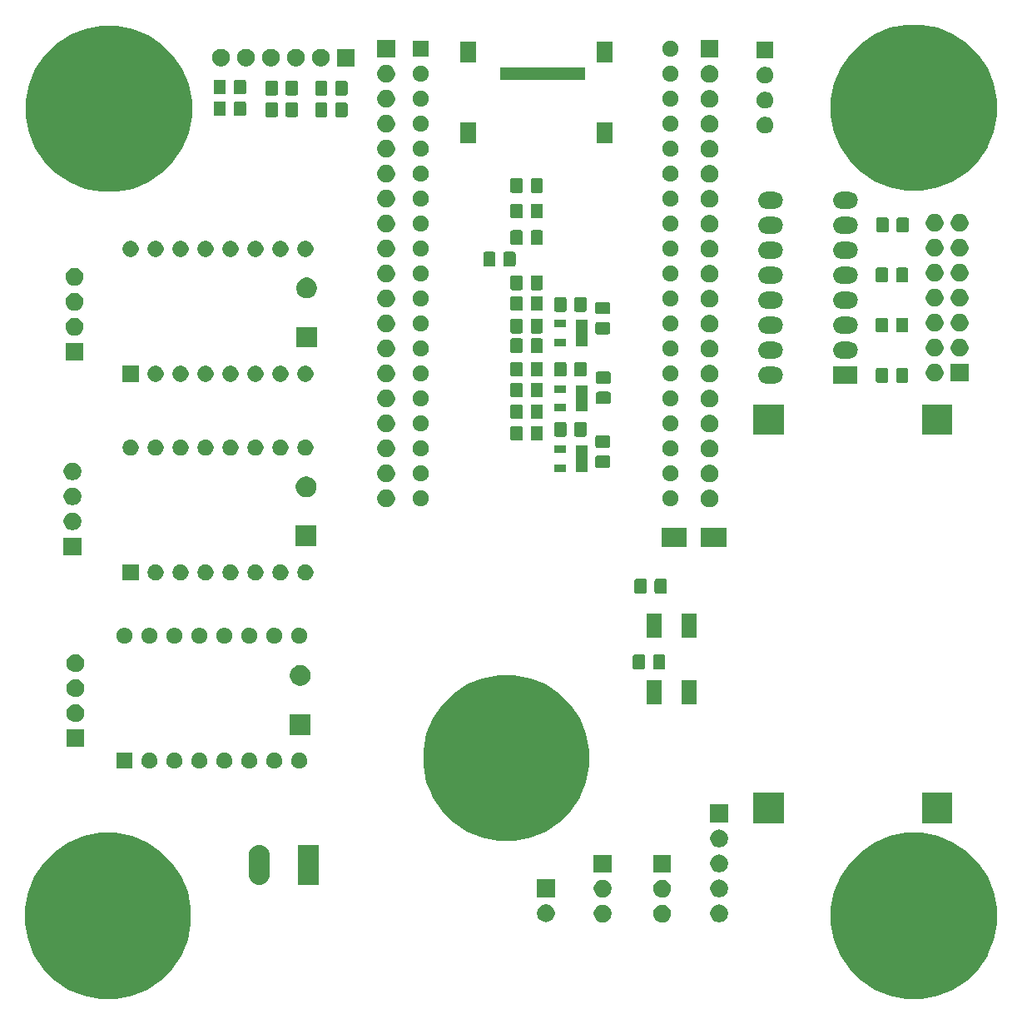
<source format=gts>
G04 #@! TF.GenerationSoftware,KiCad,Pcbnew,(5.1.5)-3*
G04 #@! TF.CreationDate,2025-02-09T11:39:34+01:00*
G04 #@! TF.ProjectId,ESP32-cnc,45535033-322d-4636-9e63-2e6b69636164,rev?*
G04 #@! TF.SameCoordinates,Original*
G04 #@! TF.FileFunction,Soldermask,Top*
G04 #@! TF.FilePolarity,Negative*
%FSLAX46Y46*%
G04 Gerber Fmt 4.6, Leading zero omitted, Abs format (unit mm)*
G04 Created by KiCad (PCBNEW (5.1.5)-3) date 2025-02-09 11:39:34*
%MOMM*%
%LPD*%
G04 APERTURE LIST*
%ADD10C,0.100000*%
G04 APERTURE END LIST*
D10*
G36*
X108033865Y-117633266D02*
G01*
X109571848Y-118270320D01*
X109571850Y-118270321D01*
X110955999Y-119195179D01*
X112133121Y-120372301D01*
X113056055Y-121753571D01*
X113057980Y-121756452D01*
X113695034Y-123294435D01*
X114019800Y-124927148D01*
X114019800Y-126591852D01*
X113695034Y-128224565D01*
X113119812Y-129613273D01*
X113057979Y-129762550D01*
X112133121Y-131146699D01*
X110955999Y-132323821D01*
X109571850Y-133248679D01*
X109571849Y-133248680D01*
X109571848Y-133248680D01*
X108033865Y-133885734D01*
X106401152Y-134210500D01*
X104736448Y-134210500D01*
X103103735Y-133885734D01*
X101565752Y-133248680D01*
X101565751Y-133248680D01*
X101565750Y-133248679D01*
X100181601Y-132323821D01*
X99004479Y-131146699D01*
X98079621Y-129762550D01*
X98017788Y-129613273D01*
X97442566Y-128224565D01*
X97117800Y-126591852D01*
X97117800Y-124927148D01*
X97442566Y-123294435D01*
X98079620Y-121756452D01*
X98081545Y-121753571D01*
X99004479Y-120372301D01*
X100181601Y-119195179D01*
X101565750Y-118270321D01*
X101565752Y-118270320D01*
X103103735Y-117633266D01*
X104736448Y-117308500D01*
X106401152Y-117308500D01*
X108033865Y-117633266D01*
G37*
G36*
X26033865Y-117633266D02*
G01*
X27571848Y-118270320D01*
X27571850Y-118270321D01*
X28955999Y-119195179D01*
X30133121Y-120372301D01*
X31056055Y-121753571D01*
X31057980Y-121756452D01*
X31695034Y-123294435D01*
X32019800Y-124927148D01*
X32019800Y-126591852D01*
X31695034Y-128224565D01*
X31119812Y-129613273D01*
X31057979Y-129762550D01*
X30133121Y-131146699D01*
X28955999Y-132323821D01*
X27571850Y-133248679D01*
X27571849Y-133248680D01*
X27571848Y-133248680D01*
X26033865Y-133885734D01*
X24401152Y-134210500D01*
X22736448Y-134210500D01*
X21103735Y-133885734D01*
X19565752Y-133248680D01*
X19565751Y-133248680D01*
X19565750Y-133248679D01*
X18181601Y-132323821D01*
X17004479Y-131146699D01*
X16079621Y-129762550D01*
X16017788Y-129613273D01*
X15442566Y-128224565D01*
X15117800Y-126591852D01*
X15117800Y-124927148D01*
X15442566Y-123294435D01*
X16079620Y-121756452D01*
X16081545Y-121753571D01*
X17004479Y-120372301D01*
X18181601Y-119195179D01*
X19565750Y-118270321D01*
X19565752Y-118270320D01*
X21103735Y-117633266D01*
X22736448Y-117308500D01*
X24401152Y-117308500D01*
X26033865Y-117633266D01*
G37*
G36*
X74013912Y-124612627D02*
G01*
X74163212Y-124642324D01*
X74327184Y-124710244D01*
X74474754Y-124808847D01*
X74600253Y-124934346D01*
X74698856Y-125081916D01*
X74766776Y-125245888D01*
X74801400Y-125419959D01*
X74801400Y-125597441D01*
X74766776Y-125771512D01*
X74698856Y-125935484D01*
X74600253Y-126083054D01*
X74474754Y-126208553D01*
X74327184Y-126307156D01*
X74163212Y-126375076D01*
X74013912Y-126404773D01*
X73989142Y-126409700D01*
X73811658Y-126409700D01*
X73786888Y-126404773D01*
X73637588Y-126375076D01*
X73473616Y-126307156D01*
X73326046Y-126208553D01*
X73200547Y-126083054D01*
X73101944Y-125935484D01*
X73034024Y-125771512D01*
X72999400Y-125597441D01*
X72999400Y-125419959D01*
X73034024Y-125245888D01*
X73101944Y-125081916D01*
X73200547Y-124934346D01*
X73326046Y-124808847D01*
X73473616Y-124710244D01*
X73637588Y-124642324D01*
X73786888Y-124612627D01*
X73811658Y-124607700D01*
X73989142Y-124607700D01*
X74013912Y-124612627D01*
G37*
G36*
X80075912Y-124612627D02*
G01*
X80225212Y-124642324D01*
X80389184Y-124710244D01*
X80536754Y-124808847D01*
X80662253Y-124934346D01*
X80760856Y-125081916D01*
X80828776Y-125245888D01*
X80863400Y-125419959D01*
X80863400Y-125597441D01*
X80828776Y-125771512D01*
X80760856Y-125935484D01*
X80662253Y-126083054D01*
X80536754Y-126208553D01*
X80389184Y-126307156D01*
X80225212Y-126375076D01*
X80075912Y-126404773D01*
X80051142Y-126409700D01*
X79873658Y-126409700D01*
X79848888Y-126404773D01*
X79699588Y-126375076D01*
X79535616Y-126307156D01*
X79388046Y-126208553D01*
X79262547Y-126083054D01*
X79163944Y-125935484D01*
X79096024Y-125771512D01*
X79061400Y-125597441D01*
X79061400Y-125419959D01*
X79096024Y-125245888D01*
X79163944Y-125081916D01*
X79262547Y-124934346D01*
X79388046Y-124808847D01*
X79535616Y-124710244D01*
X79699588Y-124642324D01*
X79848888Y-124612627D01*
X79873658Y-124607700D01*
X80051142Y-124607700D01*
X80075912Y-124612627D01*
G37*
G36*
X85863912Y-124592627D02*
G01*
X86013212Y-124622324D01*
X86177184Y-124690244D01*
X86324754Y-124788847D01*
X86450253Y-124914346D01*
X86548856Y-125061916D01*
X86616776Y-125225888D01*
X86651400Y-125399959D01*
X86651400Y-125577441D01*
X86616776Y-125751512D01*
X86548856Y-125915484D01*
X86450253Y-126063054D01*
X86324754Y-126188553D01*
X86177184Y-126287156D01*
X86013212Y-126355076D01*
X85863912Y-126384773D01*
X85839142Y-126389700D01*
X85661658Y-126389700D01*
X85636888Y-126384773D01*
X85487588Y-126355076D01*
X85323616Y-126287156D01*
X85176046Y-126188553D01*
X85050547Y-126063054D01*
X84951944Y-125915484D01*
X84884024Y-125751512D01*
X84849400Y-125577441D01*
X84849400Y-125399959D01*
X84884024Y-125225888D01*
X84951944Y-125061916D01*
X85050547Y-124914346D01*
X85176046Y-124788847D01*
X85323616Y-124690244D01*
X85487588Y-124622324D01*
X85636888Y-124592627D01*
X85661658Y-124587700D01*
X85839142Y-124587700D01*
X85863912Y-124592627D01*
G37*
G36*
X68236312Y-124572627D02*
G01*
X68385612Y-124602324D01*
X68549584Y-124670244D01*
X68697154Y-124768847D01*
X68822653Y-124894346D01*
X68921256Y-125041916D01*
X68989176Y-125205888D01*
X69023800Y-125379959D01*
X69023800Y-125557441D01*
X68989176Y-125731512D01*
X68921256Y-125895484D01*
X68822653Y-126043054D01*
X68697154Y-126168553D01*
X68549584Y-126267156D01*
X68385612Y-126335076D01*
X68236312Y-126364773D01*
X68211542Y-126369700D01*
X68034058Y-126369700D01*
X68009288Y-126364773D01*
X67859988Y-126335076D01*
X67696016Y-126267156D01*
X67548446Y-126168553D01*
X67422947Y-126043054D01*
X67324344Y-125895484D01*
X67256424Y-125731512D01*
X67221800Y-125557441D01*
X67221800Y-125379959D01*
X67256424Y-125205888D01*
X67324344Y-125041916D01*
X67422947Y-124894346D01*
X67548446Y-124768847D01*
X67696016Y-124670244D01*
X67859988Y-124602324D01*
X68009288Y-124572627D01*
X68034058Y-124567700D01*
X68211542Y-124567700D01*
X68236312Y-124572627D01*
G37*
G36*
X80075912Y-122072627D02*
G01*
X80225212Y-122102324D01*
X80389184Y-122170244D01*
X80536754Y-122268847D01*
X80662253Y-122394346D01*
X80760856Y-122541916D01*
X80828776Y-122705888D01*
X80863400Y-122879959D01*
X80863400Y-123057441D01*
X80828776Y-123231512D01*
X80760856Y-123395484D01*
X80662253Y-123543054D01*
X80536754Y-123668553D01*
X80389184Y-123767156D01*
X80225212Y-123835076D01*
X80075912Y-123864773D01*
X80051142Y-123869700D01*
X79873658Y-123869700D01*
X79848888Y-123864773D01*
X79699588Y-123835076D01*
X79535616Y-123767156D01*
X79388046Y-123668553D01*
X79262547Y-123543054D01*
X79163944Y-123395484D01*
X79096024Y-123231512D01*
X79061400Y-123057441D01*
X79061400Y-122879959D01*
X79096024Y-122705888D01*
X79163944Y-122541916D01*
X79262547Y-122394346D01*
X79388046Y-122268847D01*
X79535616Y-122170244D01*
X79699588Y-122102324D01*
X79848888Y-122072627D01*
X79873658Y-122067700D01*
X80051142Y-122067700D01*
X80075912Y-122072627D01*
G37*
G36*
X74013912Y-122072627D02*
G01*
X74163212Y-122102324D01*
X74327184Y-122170244D01*
X74474754Y-122268847D01*
X74600253Y-122394346D01*
X74698856Y-122541916D01*
X74766776Y-122705888D01*
X74801400Y-122879959D01*
X74801400Y-123057441D01*
X74766776Y-123231512D01*
X74698856Y-123395484D01*
X74600253Y-123543054D01*
X74474754Y-123668553D01*
X74327184Y-123767156D01*
X74163212Y-123835076D01*
X74013912Y-123864773D01*
X73989142Y-123869700D01*
X73811658Y-123869700D01*
X73786888Y-123864773D01*
X73637588Y-123835076D01*
X73473616Y-123767156D01*
X73326046Y-123668553D01*
X73200547Y-123543054D01*
X73101944Y-123395484D01*
X73034024Y-123231512D01*
X72999400Y-123057441D01*
X72999400Y-122879959D01*
X73034024Y-122705888D01*
X73101944Y-122541916D01*
X73200547Y-122394346D01*
X73326046Y-122268847D01*
X73473616Y-122170244D01*
X73637588Y-122102324D01*
X73786888Y-122072627D01*
X73811658Y-122067700D01*
X73989142Y-122067700D01*
X74013912Y-122072627D01*
G37*
G36*
X85863912Y-122052627D02*
G01*
X86013212Y-122082324D01*
X86177184Y-122150244D01*
X86324754Y-122248847D01*
X86450253Y-122374346D01*
X86548856Y-122521916D01*
X86616776Y-122685888D01*
X86651400Y-122859959D01*
X86651400Y-123037441D01*
X86616776Y-123211512D01*
X86548856Y-123375484D01*
X86450253Y-123523054D01*
X86324754Y-123648553D01*
X86177184Y-123747156D01*
X86013212Y-123815076D01*
X85863912Y-123844773D01*
X85839142Y-123849700D01*
X85661658Y-123849700D01*
X85636888Y-123844773D01*
X85487588Y-123815076D01*
X85323616Y-123747156D01*
X85176046Y-123648553D01*
X85050547Y-123523054D01*
X84951944Y-123375484D01*
X84884024Y-123211512D01*
X84849400Y-123037441D01*
X84849400Y-122859959D01*
X84884024Y-122685888D01*
X84951944Y-122521916D01*
X85050547Y-122374346D01*
X85176046Y-122248847D01*
X85323616Y-122150244D01*
X85487588Y-122082324D01*
X85636888Y-122052627D01*
X85661658Y-122047700D01*
X85839142Y-122047700D01*
X85863912Y-122052627D01*
G37*
G36*
X69023800Y-123829700D02*
G01*
X67221800Y-123829700D01*
X67221800Y-122027700D01*
X69023800Y-122027700D01*
X69023800Y-123829700D01*
G37*
G36*
X39172872Y-118543563D02*
G01*
X39369101Y-118603089D01*
X39369103Y-118603090D01*
X39549945Y-118699752D01*
X39708460Y-118829840D01*
X39838547Y-118988354D01*
X39935211Y-119169199D01*
X39994737Y-119365428D01*
X40009800Y-119518368D01*
X40009800Y-121600632D01*
X39994737Y-121753572D01*
X39935211Y-121949800D01*
X39935210Y-121949803D01*
X39838548Y-122130645D01*
X39708460Y-122289160D01*
X39604658Y-122374346D01*
X39549946Y-122419247D01*
X39369100Y-122515911D01*
X39172871Y-122575437D01*
X38968800Y-122595536D01*
X38764728Y-122575437D01*
X38568499Y-122515911D01*
X38568497Y-122515910D01*
X38387655Y-122419248D01*
X38229140Y-122289160D01*
X38115137Y-122150244D01*
X38099053Y-122130646D01*
X38002389Y-121949800D01*
X37942863Y-121753571D01*
X37927800Y-121600631D01*
X37927801Y-119518368D01*
X37942864Y-119365428D01*
X38002390Y-119169199D01*
X38099054Y-118988354D01*
X38229141Y-118829840D01*
X38387656Y-118699752D01*
X38568498Y-118603090D01*
X38568500Y-118603089D01*
X38764729Y-118543563D01*
X38968800Y-118523464D01*
X39172872Y-118543563D01*
G37*
G36*
X45009800Y-122590500D02*
G01*
X42927800Y-122590500D01*
X42927800Y-118528500D01*
X45009800Y-118528500D01*
X45009800Y-122590500D01*
G37*
G36*
X80863400Y-121329700D02*
G01*
X79061400Y-121329700D01*
X79061400Y-119527700D01*
X80863400Y-119527700D01*
X80863400Y-121329700D01*
G37*
G36*
X74801400Y-121329700D02*
G01*
X72999400Y-121329700D01*
X72999400Y-119527700D01*
X74801400Y-119527700D01*
X74801400Y-121329700D01*
G37*
G36*
X85863912Y-119512627D02*
G01*
X86013212Y-119542324D01*
X86177184Y-119610244D01*
X86324754Y-119708847D01*
X86450253Y-119834346D01*
X86548856Y-119981916D01*
X86616776Y-120145888D01*
X86651400Y-120319959D01*
X86651400Y-120497441D01*
X86616776Y-120671512D01*
X86548856Y-120835484D01*
X86450253Y-120983054D01*
X86324754Y-121108553D01*
X86177184Y-121207156D01*
X86013212Y-121275076D01*
X85863912Y-121304773D01*
X85839142Y-121309700D01*
X85661658Y-121309700D01*
X85636888Y-121304773D01*
X85487588Y-121275076D01*
X85323616Y-121207156D01*
X85176046Y-121108553D01*
X85050547Y-120983054D01*
X84951944Y-120835484D01*
X84884024Y-120671512D01*
X84849400Y-120497441D01*
X84849400Y-120319959D01*
X84884024Y-120145888D01*
X84951944Y-119981916D01*
X85050547Y-119834346D01*
X85176046Y-119708847D01*
X85323616Y-119610244D01*
X85487588Y-119542324D01*
X85636888Y-119512627D01*
X85661658Y-119507700D01*
X85839142Y-119507700D01*
X85863912Y-119512627D01*
G37*
G36*
X85863912Y-116972627D02*
G01*
X86013212Y-117002324D01*
X86177184Y-117070244D01*
X86324754Y-117168847D01*
X86450253Y-117294346D01*
X86548856Y-117441916D01*
X86616776Y-117605888D01*
X86651400Y-117779959D01*
X86651400Y-117957441D01*
X86616776Y-118131512D01*
X86548856Y-118295484D01*
X86450253Y-118443054D01*
X86324754Y-118568553D01*
X86177184Y-118667156D01*
X86013212Y-118735076D01*
X85863912Y-118764773D01*
X85839142Y-118769700D01*
X85661658Y-118769700D01*
X85636888Y-118764773D01*
X85487588Y-118735076D01*
X85323616Y-118667156D01*
X85176046Y-118568553D01*
X85050547Y-118443054D01*
X84951944Y-118295484D01*
X84884024Y-118131512D01*
X84849400Y-117957441D01*
X84849400Y-117779959D01*
X84884024Y-117605888D01*
X84951944Y-117441916D01*
X85050547Y-117294346D01*
X85176046Y-117168847D01*
X85323616Y-117070244D01*
X85487588Y-117002324D01*
X85636888Y-116972627D01*
X85661658Y-116967700D01*
X85839142Y-116967700D01*
X85863912Y-116972627D01*
G37*
G36*
X66574665Y-101563666D02*
G01*
X67996756Y-102152716D01*
X68112650Y-102200721D01*
X69496799Y-103125579D01*
X70673921Y-104302701D01*
X71598779Y-105686850D01*
X71598780Y-105686852D01*
X72235834Y-107224835D01*
X72560600Y-108857548D01*
X72560600Y-110522252D01*
X72235834Y-112154965D01*
X71799445Y-113208500D01*
X71598779Y-113692950D01*
X70673921Y-115077099D01*
X69496799Y-116254221D01*
X68112650Y-117179079D01*
X68112649Y-117179080D01*
X68112648Y-117179080D01*
X66574665Y-117816134D01*
X64941952Y-118140900D01*
X63277248Y-118140900D01*
X61644535Y-117816134D01*
X60106552Y-117179080D01*
X60106551Y-117179080D01*
X60106550Y-117179079D01*
X58722401Y-116254221D01*
X57545279Y-115077099D01*
X56620421Y-113692950D01*
X56419755Y-113208500D01*
X55983366Y-112154965D01*
X55658600Y-110522252D01*
X55658600Y-108857548D01*
X55983366Y-107224835D01*
X56620420Y-105686852D01*
X56620421Y-105686850D01*
X57545279Y-104302701D01*
X58722401Y-103125579D01*
X60106550Y-102200721D01*
X60222444Y-102152716D01*
X61644535Y-101563666D01*
X63277248Y-101238900D01*
X64941952Y-101238900D01*
X66574665Y-101563666D01*
G37*
G36*
X92319800Y-116310500D02*
G01*
X89217800Y-116310500D01*
X89217800Y-113208500D01*
X92319800Y-113208500D01*
X92319800Y-116310500D01*
G37*
G36*
X109464800Y-116310500D02*
G01*
X106362800Y-116310500D01*
X106362800Y-113208500D01*
X109464800Y-113208500D01*
X109464800Y-116310500D01*
G37*
G36*
X86651400Y-116229700D02*
G01*
X84849400Y-116229700D01*
X84849400Y-114427700D01*
X86651400Y-114427700D01*
X86651400Y-116229700D01*
G37*
G36*
X38184417Y-109159258D02*
G01*
X38332921Y-109220770D01*
X38366333Y-109243096D01*
X38466567Y-109310069D01*
X38580231Y-109423733D01*
X38647205Y-109523967D01*
X38669530Y-109557379D01*
X38699903Y-109630707D01*
X38731042Y-109705883D01*
X38762400Y-109863530D01*
X38762400Y-110024270D01*
X38731042Y-110181917D01*
X38714232Y-110222499D01*
X38669530Y-110330421D01*
X38669529Y-110330422D01*
X38580231Y-110464067D01*
X38466567Y-110577731D01*
X38366333Y-110644704D01*
X38332921Y-110667030D01*
X38258670Y-110697785D01*
X38184417Y-110728542D01*
X38026770Y-110759900D01*
X37866030Y-110759900D01*
X37708383Y-110728542D01*
X37559879Y-110667030D01*
X37526467Y-110644704D01*
X37426233Y-110577731D01*
X37312569Y-110464067D01*
X37223271Y-110330422D01*
X37223270Y-110330421D01*
X37178568Y-110222499D01*
X37161758Y-110181917D01*
X37130400Y-110024270D01*
X37130400Y-109863530D01*
X37161758Y-109705883D01*
X37192897Y-109630707D01*
X37223270Y-109557379D01*
X37245595Y-109523967D01*
X37312569Y-109423733D01*
X37426233Y-109310069D01*
X37526467Y-109243096D01*
X37559879Y-109220770D01*
X37708383Y-109159258D01*
X37866030Y-109127900D01*
X38026770Y-109127900D01*
X38184417Y-109159258D01*
G37*
G36*
X28024417Y-109159258D02*
G01*
X28172921Y-109220770D01*
X28206333Y-109243096D01*
X28306567Y-109310069D01*
X28420231Y-109423733D01*
X28487205Y-109523967D01*
X28509530Y-109557379D01*
X28539903Y-109630707D01*
X28571042Y-109705883D01*
X28602400Y-109863530D01*
X28602400Y-110024270D01*
X28571042Y-110181917D01*
X28554232Y-110222499D01*
X28509530Y-110330421D01*
X28509529Y-110330422D01*
X28420231Y-110464067D01*
X28306567Y-110577731D01*
X28206333Y-110644704D01*
X28172921Y-110667030D01*
X28098670Y-110697785D01*
X28024417Y-110728542D01*
X27866770Y-110759900D01*
X27706030Y-110759900D01*
X27548383Y-110728542D01*
X27399879Y-110667030D01*
X27366467Y-110644704D01*
X27266233Y-110577731D01*
X27152569Y-110464067D01*
X27063271Y-110330422D01*
X27063270Y-110330421D01*
X27018568Y-110222499D01*
X27001758Y-110181917D01*
X26970400Y-110024270D01*
X26970400Y-109863530D01*
X27001758Y-109705883D01*
X27032897Y-109630707D01*
X27063270Y-109557379D01*
X27085595Y-109523967D01*
X27152569Y-109423733D01*
X27266233Y-109310069D01*
X27366467Y-109243096D01*
X27399879Y-109220770D01*
X27548383Y-109159258D01*
X27706030Y-109127900D01*
X27866770Y-109127900D01*
X28024417Y-109159258D01*
G37*
G36*
X26062400Y-110759900D02*
G01*
X24430400Y-110759900D01*
X24430400Y-109127900D01*
X26062400Y-109127900D01*
X26062400Y-110759900D01*
G37*
G36*
X33104417Y-109159258D02*
G01*
X33252921Y-109220770D01*
X33286333Y-109243096D01*
X33386567Y-109310069D01*
X33500231Y-109423733D01*
X33567205Y-109523967D01*
X33589530Y-109557379D01*
X33619903Y-109630707D01*
X33651042Y-109705883D01*
X33682400Y-109863530D01*
X33682400Y-110024270D01*
X33651042Y-110181917D01*
X33634232Y-110222499D01*
X33589530Y-110330421D01*
X33589529Y-110330422D01*
X33500231Y-110464067D01*
X33386567Y-110577731D01*
X33286333Y-110644704D01*
X33252921Y-110667030D01*
X33178670Y-110697785D01*
X33104417Y-110728542D01*
X32946770Y-110759900D01*
X32786030Y-110759900D01*
X32628383Y-110728542D01*
X32479879Y-110667030D01*
X32446467Y-110644704D01*
X32346233Y-110577731D01*
X32232569Y-110464067D01*
X32143271Y-110330422D01*
X32143270Y-110330421D01*
X32098568Y-110222499D01*
X32081758Y-110181917D01*
X32050400Y-110024270D01*
X32050400Y-109863530D01*
X32081758Y-109705883D01*
X32112897Y-109630707D01*
X32143270Y-109557379D01*
X32165595Y-109523967D01*
X32232569Y-109423733D01*
X32346233Y-109310069D01*
X32446467Y-109243096D01*
X32479879Y-109220770D01*
X32628383Y-109159258D01*
X32786030Y-109127900D01*
X32946770Y-109127900D01*
X33104417Y-109159258D01*
G37*
G36*
X35644417Y-109159258D02*
G01*
X35792921Y-109220770D01*
X35826333Y-109243096D01*
X35926567Y-109310069D01*
X36040231Y-109423733D01*
X36107205Y-109523967D01*
X36129530Y-109557379D01*
X36159903Y-109630707D01*
X36191042Y-109705883D01*
X36222400Y-109863530D01*
X36222400Y-110024270D01*
X36191042Y-110181917D01*
X36174232Y-110222499D01*
X36129530Y-110330421D01*
X36129529Y-110330422D01*
X36040231Y-110464067D01*
X35926567Y-110577731D01*
X35826333Y-110644704D01*
X35792921Y-110667030D01*
X35718670Y-110697785D01*
X35644417Y-110728542D01*
X35486770Y-110759900D01*
X35326030Y-110759900D01*
X35168383Y-110728542D01*
X35019879Y-110667030D01*
X34986467Y-110644704D01*
X34886233Y-110577731D01*
X34772569Y-110464067D01*
X34683271Y-110330422D01*
X34683270Y-110330421D01*
X34638568Y-110222499D01*
X34621758Y-110181917D01*
X34590400Y-110024270D01*
X34590400Y-109863530D01*
X34621758Y-109705883D01*
X34652897Y-109630707D01*
X34683270Y-109557379D01*
X34705595Y-109523967D01*
X34772569Y-109423733D01*
X34886233Y-109310069D01*
X34986467Y-109243096D01*
X35019879Y-109220770D01*
X35168383Y-109159258D01*
X35326030Y-109127900D01*
X35486770Y-109127900D01*
X35644417Y-109159258D01*
G37*
G36*
X40724417Y-109159258D02*
G01*
X40872921Y-109220770D01*
X40906333Y-109243096D01*
X41006567Y-109310069D01*
X41120231Y-109423733D01*
X41187205Y-109523967D01*
X41209530Y-109557379D01*
X41239903Y-109630707D01*
X41271042Y-109705883D01*
X41302400Y-109863530D01*
X41302400Y-110024270D01*
X41271042Y-110181917D01*
X41254232Y-110222499D01*
X41209530Y-110330421D01*
X41209529Y-110330422D01*
X41120231Y-110464067D01*
X41006567Y-110577731D01*
X40906333Y-110644704D01*
X40872921Y-110667030D01*
X40798670Y-110697785D01*
X40724417Y-110728542D01*
X40566770Y-110759900D01*
X40406030Y-110759900D01*
X40248383Y-110728542D01*
X40099879Y-110667030D01*
X40066467Y-110644704D01*
X39966233Y-110577731D01*
X39852569Y-110464067D01*
X39763271Y-110330422D01*
X39763270Y-110330421D01*
X39718568Y-110222499D01*
X39701758Y-110181917D01*
X39670400Y-110024270D01*
X39670400Y-109863530D01*
X39701758Y-109705883D01*
X39732897Y-109630707D01*
X39763270Y-109557379D01*
X39785595Y-109523967D01*
X39852569Y-109423733D01*
X39966233Y-109310069D01*
X40066467Y-109243096D01*
X40099879Y-109220770D01*
X40248383Y-109159258D01*
X40406030Y-109127900D01*
X40566770Y-109127900D01*
X40724417Y-109159258D01*
G37*
G36*
X43264417Y-109159258D02*
G01*
X43412921Y-109220770D01*
X43446333Y-109243096D01*
X43546567Y-109310069D01*
X43660231Y-109423733D01*
X43727205Y-109523967D01*
X43749530Y-109557379D01*
X43779903Y-109630707D01*
X43811042Y-109705883D01*
X43842400Y-109863530D01*
X43842400Y-110024270D01*
X43811042Y-110181917D01*
X43794232Y-110222499D01*
X43749530Y-110330421D01*
X43749529Y-110330422D01*
X43660231Y-110464067D01*
X43546567Y-110577731D01*
X43446333Y-110644704D01*
X43412921Y-110667030D01*
X43338670Y-110697785D01*
X43264417Y-110728542D01*
X43106770Y-110759900D01*
X42946030Y-110759900D01*
X42788383Y-110728542D01*
X42639879Y-110667030D01*
X42606467Y-110644704D01*
X42506233Y-110577731D01*
X42392569Y-110464067D01*
X42303271Y-110330422D01*
X42303270Y-110330421D01*
X42258568Y-110222499D01*
X42241758Y-110181917D01*
X42210400Y-110024270D01*
X42210400Y-109863530D01*
X42241758Y-109705883D01*
X42272897Y-109630707D01*
X42303270Y-109557379D01*
X42325595Y-109523967D01*
X42392569Y-109423733D01*
X42506233Y-109310069D01*
X42606467Y-109243096D01*
X42639879Y-109220770D01*
X42788383Y-109159258D01*
X42946030Y-109127900D01*
X43106770Y-109127900D01*
X43264417Y-109159258D01*
G37*
G36*
X30564417Y-109159258D02*
G01*
X30712921Y-109220770D01*
X30746333Y-109243096D01*
X30846567Y-109310069D01*
X30960231Y-109423733D01*
X31027205Y-109523967D01*
X31049530Y-109557379D01*
X31079903Y-109630707D01*
X31111042Y-109705883D01*
X31142400Y-109863530D01*
X31142400Y-110024270D01*
X31111042Y-110181917D01*
X31094232Y-110222499D01*
X31049530Y-110330421D01*
X31049529Y-110330422D01*
X30960231Y-110464067D01*
X30846567Y-110577731D01*
X30746333Y-110644704D01*
X30712921Y-110667030D01*
X30638670Y-110697785D01*
X30564417Y-110728542D01*
X30406770Y-110759900D01*
X30246030Y-110759900D01*
X30088383Y-110728542D01*
X29939879Y-110667030D01*
X29906467Y-110644704D01*
X29806233Y-110577731D01*
X29692569Y-110464067D01*
X29603271Y-110330422D01*
X29603270Y-110330421D01*
X29558568Y-110222499D01*
X29541758Y-110181917D01*
X29510400Y-110024270D01*
X29510400Y-109863530D01*
X29541758Y-109705883D01*
X29572897Y-109630707D01*
X29603270Y-109557379D01*
X29625595Y-109523967D01*
X29692569Y-109423733D01*
X29806233Y-109310069D01*
X29906467Y-109243096D01*
X29939879Y-109220770D01*
X30088383Y-109159258D01*
X30246030Y-109127900D01*
X30406770Y-109127900D01*
X30564417Y-109159258D01*
G37*
G36*
X21169800Y-108560500D02*
G01*
X19367800Y-108560500D01*
X19367800Y-106758500D01*
X21169800Y-106758500D01*
X21169800Y-108560500D01*
G37*
G36*
X44180200Y-107337300D02*
G01*
X42078200Y-107337300D01*
X42078200Y-105235300D01*
X44180200Y-105235300D01*
X44180200Y-107337300D01*
G37*
G36*
X20382312Y-104223427D02*
G01*
X20531612Y-104253124D01*
X20695584Y-104321044D01*
X20843154Y-104419647D01*
X20968653Y-104545146D01*
X21067256Y-104692716D01*
X21135176Y-104856688D01*
X21169800Y-105030759D01*
X21169800Y-105208241D01*
X21135176Y-105382312D01*
X21067256Y-105546284D01*
X20968653Y-105693854D01*
X20843154Y-105819353D01*
X20695584Y-105917956D01*
X20531612Y-105985876D01*
X20382312Y-106015573D01*
X20357542Y-106020500D01*
X20180058Y-106020500D01*
X20155288Y-106015573D01*
X20005988Y-105985876D01*
X19842016Y-105917956D01*
X19694446Y-105819353D01*
X19568947Y-105693854D01*
X19470344Y-105546284D01*
X19402424Y-105382312D01*
X19367800Y-105208241D01*
X19367800Y-105030759D01*
X19402424Y-104856688D01*
X19470344Y-104692716D01*
X19568947Y-104545146D01*
X19694446Y-104419647D01*
X19842016Y-104321044D01*
X20005988Y-104253124D01*
X20155288Y-104223427D01*
X20180058Y-104218500D01*
X20357542Y-104218500D01*
X20382312Y-104223427D01*
G37*
G36*
X79941800Y-104236000D02*
G01*
X78419800Y-104236000D01*
X78419800Y-101784000D01*
X79941800Y-101784000D01*
X79941800Y-104236000D01*
G37*
G36*
X83481800Y-104236000D02*
G01*
X81959800Y-104236000D01*
X81959800Y-101784000D01*
X83481800Y-101784000D01*
X83481800Y-104236000D01*
G37*
G36*
X20382312Y-101683427D02*
G01*
X20531612Y-101713124D01*
X20695584Y-101781044D01*
X20843154Y-101879647D01*
X20968653Y-102005146D01*
X21067256Y-102152716D01*
X21135176Y-102316688D01*
X21169800Y-102490759D01*
X21169800Y-102668241D01*
X21135176Y-102842312D01*
X21067256Y-103006284D01*
X20968653Y-103153854D01*
X20843154Y-103279353D01*
X20695584Y-103377956D01*
X20531612Y-103445876D01*
X20382312Y-103475573D01*
X20357542Y-103480500D01*
X20180058Y-103480500D01*
X20155288Y-103475573D01*
X20005988Y-103445876D01*
X19842016Y-103377956D01*
X19694446Y-103279353D01*
X19568947Y-103153854D01*
X19470344Y-103006284D01*
X19402424Y-102842312D01*
X19367800Y-102668241D01*
X19367800Y-102490759D01*
X19402424Y-102316688D01*
X19470344Y-102152716D01*
X19568947Y-102005146D01*
X19694446Y-101879647D01*
X19842016Y-101781044D01*
X20005988Y-101713124D01*
X20155288Y-101683427D01*
X20180058Y-101678500D01*
X20357542Y-101678500D01*
X20382312Y-101683427D01*
G37*
G36*
X43435764Y-100275689D02*
G01*
X43627033Y-100354915D01*
X43627035Y-100354916D01*
X43799173Y-100469935D01*
X43945565Y-100616327D01*
X44027768Y-100739352D01*
X44060585Y-100788467D01*
X44139811Y-100979736D01*
X44180200Y-101182784D01*
X44180200Y-101389816D01*
X44139811Y-101592864D01*
X44060640Y-101784000D01*
X44060584Y-101784135D01*
X43945565Y-101956273D01*
X43799173Y-102102665D01*
X43627035Y-102217684D01*
X43627034Y-102217685D01*
X43627033Y-102217685D01*
X43435764Y-102296911D01*
X43232716Y-102337300D01*
X43025684Y-102337300D01*
X42822636Y-102296911D01*
X42631367Y-102217685D01*
X42631366Y-102217685D01*
X42631365Y-102217684D01*
X42459227Y-102102665D01*
X42312835Y-101956273D01*
X42197816Y-101784135D01*
X42197760Y-101784000D01*
X42118589Y-101592864D01*
X42078200Y-101389816D01*
X42078200Y-101182784D01*
X42118589Y-100979736D01*
X42197815Y-100788467D01*
X42230633Y-100739352D01*
X42312835Y-100616327D01*
X42459227Y-100469935D01*
X42631365Y-100354916D01*
X42631367Y-100354915D01*
X42822636Y-100275689D01*
X43025684Y-100235300D01*
X43232716Y-100235300D01*
X43435764Y-100275689D01*
G37*
G36*
X20382312Y-99143427D02*
G01*
X20531612Y-99173124D01*
X20695584Y-99241044D01*
X20843154Y-99339647D01*
X20968653Y-99465146D01*
X21067256Y-99612716D01*
X21135176Y-99776688D01*
X21169800Y-99950759D01*
X21169800Y-100128241D01*
X21135176Y-100302312D01*
X21067256Y-100466284D01*
X20968653Y-100613854D01*
X20843154Y-100739353D01*
X20695584Y-100837956D01*
X20531612Y-100905876D01*
X20382312Y-100935573D01*
X20357542Y-100940500D01*
X20180058Y-100940500D01*
X20155288Y-100935573D01*
X20005988Y-100905876D01*
X19842016Y-100837956D01*
X19694446Y-100739353D01*
X19568947Y-100613854D01*
X19470344Y-100466284D01*
X19402424Y-100302312D01*
X19367800Y-100128241D01*
X19367800Y-99950759D01*
X19402424Y-99776688D01*
X19470344Y-99612716D01*
X19568947Y-99465146D01*
X19694446Y-99339647D01*
X19842016Y-99241044D01*
X20005988Y-99173124D01*
X20155288Y-99143427D01*
X20180058Y-99138500D01*
X20357542Y-99138500D01*
X20382312Y-99143427D01*
G37*
G36*
X78062474Y-99176465D02*
G01*
X78100167Y-99187899D01*
X78134903Y-99206466D01*
X78165348Y-99231452D01*
X78190334Y-99261897D01*
X78208901Y-99296633D01*
X78220335Y-99334326D01*
X78224800Y-99379661D01*
X78224800Y-100466339D01*
X78220335Y-100511674D01*
X78208901Y-100549367D01*
X78190334Y-100584103D01*
X78165348Y-100614548D01*
X78134903Y-100639534D01*
X78100167Y-100658101D01*
X78062474Y-100669535D01*
X78017139Y-100674000D01*
X77180461Y-100674000D01*
X77135126Y-100669535D01*
X77097433Y-100658101D01*
X77062697Y-100639534D01*
X77032252Y-100614548D01*
X77007266Y-100584103D01*
X76988699Y-100549367D01*
X76977265Y-100511674D01*
X76972800Y-100466339D01*
X76972800Y-99379661D01*
X76977265Y-99334326D01*
X76988699Y-99296633D01*
X77007266Y-99261897D01*
X77032252Y-99231452D01*
X77062697Y-99206466D01*
X77097433Y-99187899D01*
X77135126Y-99176465D01*
X77180461Y-99172000D01*
X78017139Y-99172000D01*
X78062474Y-99176465D01*
G37*
G36*
X80112474Y-99176465D02*
G01*
X80150167Y-99187899D01*
X80184903Y-99206466D01*
X80215348Y-99231452D01*
X80240334Y-99261897D01*
X80258901Y-99296633D01*
X80270335Y-99334326D01*
X80274800Y-99379661D01*
X80274800Y-100466339D01*
X80270335Y-100511674D01*
X80258901Y-100549367D01*
X80240334Y-100584103D01*
X80215348Y-100614548D01*
X80184903Y-100639534D01*
X80150167Y-100658101D01*
X80112474Y-100669535D01*
X80067139Y-100674000D01*
X79230461Y-100674000D01*
X79185126Y-100669535D01*
X79147433Y-100658101D01*
X79112697Y-100639534D01*
X79082252Y-100614548D01*
X79057266Y-100584103D01*
X79038699Y-100549367D01*
X79027265Y-100511674D01*
X79022800Y-100466339D01*
X79022800Y-99379661D01*
X79027265Y-99334326D01*
X79038699Y-99296633D01*
X79057266Y-99261897D01*
X79082252Y-99231452D01*
X79112697Y-99206466D01*
X79147433Y-99187899D01*
X79185126Y-99176465D01*
X79230461Y-99172000D01*
X80067139Y-99172000D01*
X80112474Y-99176465D01*
G37*
G36*
X33104417Y-96459258D02*
G01*
X33178670Y-96490015D01*
X33252921Y-96520770D01*
X33252922Y-96520771D01*
X33386567Y-96610069D01*
X33500231Y-96723733D01*
X33561881Y-96816000D01*
X33589530Y-96857379D01*
X33651042Y-97005883D01*
X33682400Y-97163530D01*
X33682400Y-97324270D01*
X33651042Y-97481917D01*
X33589530Y-97630421D01*
X33589529Y-97630422D01*
X33500231Y-97764067D01*
X33386567Y-97877731D01*
X33286333Y-97944705D01*
X33252921Y-97967030D01*
X33178670Y-97997785D01*
X33104417Y-98028542D01*
X32946770Y-98059900D01*
X32786030Y-98059900D01*
X32628383Y-98028542D01*
X32554130Y-97997785D01*
X32479879Y-97967030D01*
X32446467Y-97944705D01*
X32346233Y-97877731D01*
X32232569Y-97764067D01*
X32143271Y-97630422D01*
X32143270Y-97630421D01*
X32081758Y-97481917D01*
X32050400Y-97324270D01*
X32050400Y-97163530D01*
X32081758Y-97005883D01*
X32143270Y-96857379D01*
X32170919Y-96816000D01*
X32232569Y-96723733D01*
X32346233Y-96610069D01*
X32479878Y-96520771D01*
X32479879Y-96520770D01*
X32554130Y-96490015D01*
X32628383Y-96459258D01*
X32786030Y-96427900D01*
X32946770Y-96427900D01*
X33104417Y-96459258D01*
G37*
G36*
X35644417Y-96459258D02*
G01*
X35718670Y-96490015D01*
X35792921Y-96520770D01*
X35792922Y-96520771D01*
X35926567Y-96610069D01*
X36040231Y-96723733D01*
X36101881Y-96816000D01*
X36129530Y-96857379D01*
X36191042Y-97005883D01*
X36222400Y-97163530D01*
X36222400Y-97324270D01*
X36191042Y-97481917D01*
X36129530Y-97630421D01*
X36129529Y-97630422D01*
X36040231Y-97764067D01*
X35926567Y-97877731D01*
X35826333Y-97944705D01*
X35792921Y-97967030D01*
X35718670Y-97997785D01*
X35644417Y-98028542D01*
X35486770Y-98059900D01*
X35326030Y-98059900D01*
X35168383Y-98028542D01*
X35094130Y-97997785D01*
X35019879Y-97967030D01*
X34986467Y-97944705D01*
X34886233Y-97877731D01*
X34772569Y-97764067D01*
X34683271Y-97630422D01*
X34683270Y-97630421D01*
X34621758Y-97481917D01*
X34590400Y-97324270D01*
X34590400Y-97163530D01*
X34621758Y-97005883D01*
X34683270Y-96857379D01*
X34710919Y-96816000D01*
X34772569Y-96723733D01*
X34886233Y-96610069D01*
X35019878Y-96520771D01*
X35019879Y-96520770D01*
X35094130Y-96490015D01*
X35168383Y-96459258D01*
X35326030Y-96427900D01*
X35486770Y-96427900D01*
X35644417Y-96459258D01*
G37*
G36*
X38184417Y-96459258D02*
G01*
X38258670Y-96490015D01*
X38332921Y-96520770D01*
X38332922Y-96520771D01*
X38466567Y-96610069D01*
X38580231Y-96723733D01*
X38641881Y-96816000D01*
X38669530Y-96857379D01*
X38731042Y-97005883D01*
X38762400Y-97163530D01*
X38762400Y-97324270D01*
X38731042Y-97481917D01*
X38669530Y-97630421D01*
X38669529Y-97630422D01*
X38580231Y-97764067D01*
X38466567Y-97877731D01*
X38366333Y-97944705D01*
X38332921Y-97967030D01*
X38258670Y-97997785D01*
X38184417Y-98028542D01*
X38026770Y-98059900D01*
X37866030Y-98059900D01*
X37708383Y-98028542D01*
X37634130Y-97997785D01*
X37559879Y-97967030D01*
X37526467Y-97944705D01*
X37426233Y-97877731D01*
X37312569Y-97764067D01*
X37223271Y-97630422D01*
X37223270Y-97630421D01*
X37161758Y-97481917D01*
X37130400Y-97324270D01*
X37130400Y-97163530D01*
X37161758Y-97005883D01*
X37223270Y-96857379D01*
X37250919Y-96816000D01*
X37312569Y-96723733D01*
X37426233Y-96610069D01*
X37559878Y-96520771D01*
X37559879Y-96520770D01*
X37708383Y-96459258D01*
X37866030Y-96427900D01*
X38026770Y-96427900D01*
X38184417Y-96459258D01*
G37*
G36*
X43264417Y-96459258D02*
G01*
X43338670Y-96490015D01*
X43412921Y-96520770D01*
X43412922Y-96520771D01*
X43546567Y-96610069D01*
X43660231Y-96723733D01*
X43721881Y-96816000D01*
X43749530Y-96857379D01*
X43811042Y-97005883D01*
X43842400Y-97163530D01*
X43842400Y-97324270D01*
X43811042Y-97481917D01*
X43749530Y-97630421D01*
X43749529Y-97630422D01*
X43660231Y-97764067D01*
X43546567Y-97877731D01*
X43446333Y-97944705D01*
X43412921Y-97967030D01*
X43338670Y-97997785D01*
X43264417Y-98028542D01*
X43106770Y-98059900D01*
X42946030Y-98059900D01*
X42788383Y-98028542D01*
X42714130Y-97997785D01*
X42639879Y-97967030D01*
X42606467Y-97944705D01*
X42506233Y-97877731D01*
X42392569Y-97764067D01*
X42303271Y-97630422D01*
X42303270Y-97630421D01*
X42241758Y-97481917D01*
X42210400Y-97324270D01*
X42210400Y-97163530D01*
X42241758Y-97005883D01*
X42303270Y-96857379D01*
X42330919Y-96816000D01*
X42392569Y-96723733D01*
X42506233Y-96610069D01*
X42639878Y-96520771D01*
X42639879Y-96520770D01*
X42788383Y-96459258D01*
X42946030Y-96427900D01*
X43106770Y-96427900D01*
X43264417Y-96459258D01*
G37*
G36*
X28024417Y-96459258D02*
G01*
X28098670Y-96490015D01*
X28172921Y-96520770D01*
X28172922Y-96520771D01*
X28306567Y-96610069D01*
X28420231Y-96723733D01*
X28481881Y-96816000D01*
X28509530Y-96857379D01*
X28571042Y-97005883D01*
X28602400Y-97163530D01*
X28602400Y-97324270D01*
X28571042Y-97481917D01*
X28509530Y-97630421D01*
X28509529Y-97630422D01*
X28420231Y-97764067D01*
X28306567Y-97877731D01*
X28206333Y-97944705D01*
X28172921Y-97967030D01*
X28098670Y-97997785D01*
X28024417Y-98028542D01*
X27866770Y-98059900D01*
X27706030Y-98059900D01*
X27548383Y-98028542D01*
X27474130Y-97997785D01*
X27399879Y-97967030D01*
X27366467Y-97944705D01*
X27266233Y-97877731D01*
X27152569Y-97764067D01*
X27063271Y-97630422D01*
X27063270Y-97630421D01*
X27001758Y-97481917D01*
X26970400Y-97324270D01*
X26970400Y-97163530D01*
X27001758Y-97005883D01*
X27063270Y-96857379D01*
X27090919Y-96816000D01*
X27152569Y-96723733D01*
X27266233Y-96610069D01*
X27399878Y-96520771D01*
X27399879Y-96520770D01*
X27474130Y-96490015D01*
X27548383Y-96459258D01*
X27706030Y-96427900D01*
X27866770Y-96427900D01*
X28024417Y-96459258D01*
G37*
G36*
X30564417Y-96459258D02*
G01*
X30638670Y-96490015D01*
X30712921Y-96520770D01*
X30712922Y-96520771D01*
X30846567Y-96610069D01*
X30960231Y-96723733D01*
X31021881Y-96816000D01*
X31049530Y-96857379D01*
X31111042Y-97005883D01*
X31142400Y-97163530D01*
X31142400Y-97324270D01*
X31111042Y-97481917D01*
X31049530Y-97630421D01*
X31049529Y-97630422D01*
X30960231Y-97764067D01*
X30846567Y-97877731D01*
X30746333Y-97944705D01*
X30712921Y-97967030D01*
X30638670Y-97997785D01*
X30564417Y-98028542D01*
X30406770Y-98059900D01*
X30246030Y-98059900D01*
X30088383Y-98028542D01*
X30014130Y-97997785D01*
X29939879Y-97967030D01*
X29906467Y-97944705D01*
X29806233Y-97877731D01*
X29692569Y-97764067D01*
X29603271Y-97630422D01*
X29603270Y-97630421D01*
X29541758Y-97481917D01*
X29510400Y-97324270D01*
X29510400Y-97163530D01*
X29541758Y-97005883D01*
X29603270Y-96857379D01*
X29630919Y-96816000D01*
X29692569Y-96723733D01*
X29806233Y-96610069D01*
X29939878Y-96520771D01*
X29939879Y-96520770D01*
X30014130Y-96490015D01*
X30088383Y-96459258D01*
X30246030Y-96427900D01*
X30406770Y-96427900D01*
X30564417Y-96459258D01*
G37*
G36*
X40724417Y-96459258D02*
G01*
X40798670Y-96490015D01*
X40872921Y-96520770D01*
X40872922Y-96520771D01*
X41006567Y-96610069D01*
X41120231Y-96723733D01*
X41181881Y-96816000D01*
X41209530Y-96857379D01*
X41271042Y-97005883D01*
X41302400Y-97163530D01*
X41302400Y-97324270D01*
X41271042Y-97481917D01*
X41209530Y-97630421D01*
X41209529Y-97630422D01*
X41120231Y-97764067D01*
X41006567Y-97877731D01*
X40906333Y-97944705D01*
X40872921Y-97967030D01*
X40798670Y-97997785D01*
X40724417Y-98028542D01*
X40566770Y-98059900D01*
X40406030Y-98059900D01*
X40248383Y-98028542D01*
X40174130Y-97997785D01*
X40099879Y-97967030D01*
X40066467Y-97944705D01*
X39966233Y-97877731D01*
X39852569Y-97764067D01*
X39763271Y-97630422D01*
X39763270Y-97630421D01*
X39701758Y-97481917D01*
X39670400Y-97324270D01*
X39670400Y-97163530D01*
X39701758Y-97005883D01*
X39763270Y-96857379D01*
X39790919Y-96816000D01*
X39852569Y-96723733D01*
X39966233Y-96610069D01*
X40099878Y-96520771D01*
X40099879Y-96520770D01*
X40248383Y-96459258D01*
X40406030Y-96427900D01*
X40566770Y-96427900D01*
X40724417Y-96459258D01*
G37*
G36*
X25484417Y-96459258D02*
G01*
X25558670Y-96490015D01*
X25632921Y-96520770D01*
X25632922Y-96520771D01*
X25766567Y-96610069D01*
X25880231Y-96723733D01*
X25941881Y-96816000D01*
X25969530Y-96857379D01*
X26031042Y-97005883D01*
X26062400Y-97163530D01*
X26062400Y-97324270D01*
X26031042Y-97481917D01*
X25969530Y-97630421D01*
X25969529Y-97630422D01*
X25880231Y-97764067D01*
X25766567Y-97877731D01*
X25666333Y-97944705D01*
X25632921Y-97967030D01*
X25558670Y-97997785D01*
X25484417Y-98028542D01*
X25326770Y-98059900D01*
X25166030Y-98059900D01*
X25008383Y-98028542D01*
X24934130Y-97997785D01*
X24859879Y-97967030D01*
X24826467Y-97944705D01*
X24726233Y-97877731D01*
X24612569Y-97764067D01*
X24523271Y-97630422D01*
X24523270Y-97630421D01*
X24461758Y-97481917D01*
X24430400Y-97324270D01*
X24430400Y-97163530D01*
X24461758Y-97005883D01*
X24523270Y-96857379D01*
X24550919Y-96816000D01*
X24612569Y-96723733D01*
X24726233Y-96610069D01*
X24859878Y-96520771D01*
X24859879Y-96520770D01*
X24934130Y-96490015D01*
X25008383Y-96459258D01*
X25166030Y-96427900D01*
X25326770Y-96427900D01*
X25484417Y-96459258D01*
G37*
G36*
X83448000Y-97466000D02*
G01*
X81926000Y-97466000D01*
X81926000Y-95014000D01*
X83448000Y-95014000D01*
X83448000Y-97466000D01*
G37*
G36*
X79908000Y-97466000D02*
G01*
X78386000Y-97466000D01*
X78386000Y-95014000D01*
X79908000Y-95014000D01*
X79908000Y-97466000D01*
G37*
G36*
X78220474Y-91468165D02*
G01*
X78258167Y-91479599D01*
X78292903Y-91498166D01*
X78323348Y-91523152D01*
X78348334Y-91553597D01*
X78366901Y-91588333D01*
X78378335Y-91626026D01*
X78382800Y-91671361D01*
X78382800Y-92758039D01*
X78378335Y-92803374D01*
X78366901Y-92841067D01*
X78348334Y-92875803D01*
X78323348Y-92906248D01*
X78292903Y-92931234D01*
X78258167Y-92949801D01*
X78220474Y-92961235D01*
X78175139Y-92965700D01*
X77338461Y-92965700D01*
X77293126Y-92961235D01*
X77255433Y-92949801D01*
X77220697Y-92931234D01*
X77190252Y-92906248D01*
X77165266Y-92875803D01*
X77146699Y-92841067D01*
X77135265Y-92803374D01*
X77130800Y-92758039D01*
X77130800Y-91671361D01*
X77135265Y-91626026D01*
X77146699Y-91588333D01*
X77165266Y-91553597D01*
X77190252Y-91523152D01*
X77220697Y-91498166D01*
X77255433Y-91479599D01*
X77293126Y-91468165D01*
X77338461Y-91463700D01*
X78175139Y-91463700D01*
X78220474Y-91468165D01*
G37*
G36*
X80270474Y-91468165D02*
G01*
X80308167Y-91479599D01*
X80342903Y-91498166D01*
X80373348Y-91523152D01*
X80398334Y-91553597D01*
X80416901Y-91588333D01*
X80428335Y-91626026D01*
X80432800Y-91671361D01*
X80432800Y-92758039D01*
X80428335Y-92803374D01*
X80416901Y-92841067D01*
X80398334Y-92875803D01*
X80373348Y-92906248D01*
X80342903Y-92931234D01*
X80308167Y-92949801D01*
X80270474Y-92961235D01*
X80225139Y-92965700D01*
X79388461Y-92965700D01*
X79343126Y-92961235D01*
X79305433Y-92949801D01*
X79270697Y-92931234D01*
X79240252Y-92906248D01*
X79215266Y-92875803D01*
X79196699Y-92841067D01*
X79185265Y-92803374D01*
X79180800Y-92758039D01*
X79180800Y-91671361D01*
X79185265Y-91626026D01*
X79196699Y-91588333D01*
X79215266Y-91553597D01*
X79240252Y-91523152D01*
X79270697Y-91498166D01*
X79305433Y-91479599D01*
X79343126Y-91468165D01*
X79388461Y-91463700D01*
X80225139Y-91463700D01*
X80270474Y-91468165D01*
G37*
G36*
X26694800Y-91625500D02*
G01*
X25062800Y-91625500D01*
X25062800Y-89993500D01*
X26694800Y-89993500D01*
X26694800Y-91625500D01*
G37*
G36*
X41356817Y-90024858D02*
G01*
X41505321Y-90086370D01*
X41505322Y-90086371D01*
X41638967Y-90175669D01*
X41752631Y-90289333D01*
X41819605Y-90389567D01*
X41841930Y-90422979D01*
X41903442Y-90571483D01*
X41934800Y-90729130D01*
X41934800Y-90889870D01*
X41903442Y-91047517D01*
X41872685Y-91121770D01*
X41841930Y-91196021D01*
X41841929Y-91196022D01*
X41752631Y-91329667D01*
X41638967Y-91443331D01*
X41577475Y-91484418D01*
X41505321Y-91532630D01*
X41454701Y-91553597D01*
X41356817Y-91594142D01*
X41199170Y-91625500D01*
X41038430Y-91625500D01*
X40880783Y-91594142D01*
X40782899Y-91553597D01*
X40732279Y-91532630D01*
X40660125Y-91484418D01*
X40598633Y-91443331D01*
X40484969Y-91329667D01*
X40395671Y-91196022D01*
X40395670Y-91196021D01*
X40364915Y-91121770D01*
X40334158Y-91047517D01*
X40302800Y-90889870D01*
X40302800Y-90729130D01*
X40334158Y-90571483D01*
X40395670Y-90422979D01*
X40417996Y-90389567D01*
X40484969Y-90289333D01*
X40598633Y-90175669D01*
X40732278Y-90086371D01*
X40732279Y-90086370D01*
X40880783Y-90024858D01*
X41038430Y-89993500D01*
X41199170Y-89993500D01*
X41356817Y-90024858D01*
G37*
G36*
X28656817Y-90024858D02*
G01*
X28805321Y-90086370D01*
X28805322Y-90086371D01*
X28938967Y-90175669D01*
X29052631Y-90289333D01*
X29119605Y-90389567D01*
X29141930Y-90422979D01*
X29203442Y-90571483D01*
X29234800Y-90729130D01*
X29234800Y-90889870D01*
X29203442Y-91047517D01*
X29172685Y-91121770D01*
X29141930Y-91196021D01*
X29141929Y-91196022D01*
X29052631Y-91329667D01*
X28938967Y-91443331D01*
X28877475Y-91484418D01*
X28805321Y-91532630D01*
X28754701Y-91553597D01*
X28656817Y-91594142D01*
X28499170Y-91625500D01*
X28338430Y-91625500D01*
X28180783Y-91594142D01*
X28082899Y-91553597D01*
X28032279Y-91532630D01*
X27960125Y-91484418D01*
X27898633Y-91443331D01*
X27784969Y-91329667D01*
X27695671Y-91196022D01*
X27695670Y-91196021D01*
X27664915Y-91121770D01*
X27634158Y-91047517D01*
X27602800Y-90889870D01*
X27602800Y-90729130D01*
X27634158Y-90571483D01*
X27695670Y-90422979D01*
X27717996Y-90389567D01*
X27784969Y-90289333D01*
X27898633Y-90175669D01*
X28032278Y-90086371D01*
X28032279Y-90086370D01*
X28180783Y-90024858D01*
X28338430Y-89993500D01*
X28499170Y-89993500D01*
X28656817Y-90024858D01*
G37*
G36*
X31196817Y-90024858D02*
G01*
X31345321Y-90086370D01*
X31345322Y-90086371D01*
X31478967Y-90175669D01*
X31592631Y-90289333D01*
X31659605Y-90389567D01*
X31681930Y-90422979D01*
X31743442Y-90571483D01*
X31774800Y-90729130D01*
X31774800Y-90889870D01*
X31743442Y-91047517D01*
X31712685Y-91121770D01*
X31681930Y-91196021D01*
X31681929Y-91196022D01*
X31592631Y-91329667D01*
X31478967Y-91443331D01*
X31417475Y-91484418D01*
X31345321Y-91532630D01*
X31294701Y-91553597D01*
X31196817Y-91594142D01*
X31039170Y-91625500D01*
X30878430Y-91625500D01*
X30720783Y-91594142D01*
X30622899Y-91553597D01*
X30572279Y-91532630D01*
X30500125Y-91484418D01*
X30438633Y-91443331D01*
X30324969Y-91329667D01*
X30235671Y-91196022D01*
X30235670Y-91196021D01*
X30204915Y-91121770D01*
X30174158Y-91047517D01*
X30142800Y-90889870D01*
X30142800Y-90729130D01*
X30174158Y-90571483D01*
X30235670Y-90422979D01*
X30257996Y-90389567D01*
X30324969Y-90289333D01*
X30438633Y-90175669D01*
X30572278Y-90086371D01*
X30572279Y-90086370D01*
X30720783Y-90024858D01*
X30878430Y-89993500D01*
X31039170Y-89993500D01*
X31196817Y-90024858D01*
G37*
G36*
X33736817Y-90024858D02*
G01*
X33885321Y-90086370D01*
X33885322Y-90086371D01*
X34018967Y-90175669D01*
X34132631Y-90289333D01*
X34199605Y-90389567D01*
X34221930Y-90422979D01*
X34283442Y-90571483D01*
X34314800Y-90729130D01*
X34314800Y-90889870D01*
X34283442Y-91047517D01*
X34252685Y-91121770D01*
X34221930Y-91196021D01*
X34221929Y-91196022D01*
X34132631Y-91329667D01*
X34018967Y-91443331D01*
X33957475Y-91484418D01*
X33885321Y-91532630D01*
X33834701Y-91553597D01*
X33736817Y-91594142D01*
X33579170Y-91625500D01*
X33418430Y-91625500D01*
X33260783Y-91594142D01*
X33162899Y-91553597D01*
X33112279Y-91532630D01*
X33040125Y-91484418D01*
X32978633Y-91443331D01*
X32864969Y-91329667D01*
X32775671Y-91196022D01*
X32775670Y-91196021D01*
X32744915Y-91121770D01*
X32714158Y-91047517D01*
X32682800Y-90889870D01*
X32682800Y-90729130D01*
X32714158Y-90571483D01*
X32775670Y-90422979D01*
X32797996Y-90389567D01*
X32864969Y-90289333D01*
X32978633Y-90175669D01*
X33112278Y-90086371D01*
X33112279Y-90086370D01*
X33260783Y-90024858D01*
X33418430Y-89993500D01*
X33579170Y-89993500D01*
X33736817Y-90024858D01*
G37*
G36*
X36276817Y-90024858D02*
G01*
X36425321Y-90086370D01*
X36425322Y-90086371D01*
X36558967Y-90175669D01*
X36672631Y-90289333D01*
X36739605Y-90389567D01*
X36761930Y-90422979D01*
X36823442Y-90571483D01*
X36854800Y-90729130D01*
X36854800Y-90889870D01*
X36823442Y-91047517D01*
X36792685Y-91121770D01*
X36761930Y-91196021D01*
X36761929Y-91196022D01*
X36672631Y-91329667D01*
X36558967Y-91443331D01*
X36497475Y-91484418D01*
X36425321Y-91532630D01*
X36374701Y-91553597D01*
X36276817Y-91594142D01*
X36119170Y-91625500D01*
X35958430Y-91625500D01*
X35800783Y-91594142D01*
X35702899Y-91553597D01*
X35652279Y-91532630D01*
X35580125Y-91484418D01*
X35518633Y-91443331D01*
X35404969Y-91329667D01*
X35315671Y-91196022D01*
X35315670Y-91196021D01*
X35284915Y-91121770D01*
X35254158Y-91047517D01*
X35222800Y-90889870D01*
X35222800Y-90729130D01*
X35254158Y-90571483D01*
X35315670Y-90422979D01*
X35337996Y-90389567D01*
X35404969Y-90289333D01*
X35518633Y-90175669D01*
X35652278Y-90086371D01*
X35652279Y-90086370D01*
X35800783Y-90024858D01*
X35958430Y-89993500D01*
X36119170Y-89993500D01*
X36276817Y-90024858D01*
G37*
G36*
X38816817Y-90024858D02*
G01*
X38965321Y-90086370D01*
X38965322Y-90086371D01*
X39098967Y-90175669D01*
X39212631Y-90289333D01*
X39279605Y-90389567D01*
X39301930Y-90422979D01*
X39363442Y-90571483D01*
X39394800Y-90729130D01*
X39394800Y-90889870D01*
X39363442Y-91047517D01*
X39332685Y-91121770D01*
X39301930Y-91196021D01*
X39301929Y-91196022D01*
X39212631Y-91329667D01*
X39098967Y-91443331D01*
X39037475Y-91484418D01*
X38965321Y-91532630D01*
X38914701Y-91553597D01*
X38816817Y-91594142D01*
X38659170Y-91625500D01*
X38498430Y-91625500D01*
X38340783Y-91594142D01*
X38242899Y-91553597D01*
X38192279Y-91532630D01*
X38120125Y-91484418D01*
X38058633Y-91443331D01*
X37944969Y-91329667D01*
X37855671Y-91196022D01*
X37855670Y-91196021D01*
X37824915Y-91121770D01*
X37794158Y-91047517D01*
X37762800Y-90889870D01*
X37762800Y-90729130D01*
X37794158Y-90571483D01*
X37855670Y-90422979D01*
X37877996Y-90389567D01*
X37944969Y-90289333D01*
X38058633Y-90175669D01*
X38192278Y-90086371D01*
X38192279Y-90086370D01*
X38340783Y-90024858D01*
X38498430Y-89993500D01*
X38659170Y-89993500D01*
X38816817Y-90024858D01*
G37*
G36*
X43896817Y-90024858D02*
G01*
X44045321Y-90086370D01*
X44045322Y-90086371D01*
X44178967Y-90175669D01*
X44292631Y-90289333D01*
X44359605Y-90389567D01*
X44381930Y-90422979D01*
X44443442Y-90571483D01*
X44474800Y-90729130D01*
X44474800Y-90889870D01*
X44443442Y-91047517D01*
X44412685Y-91121770D01*
X44381930Y-91196021D01*
X44381929Y-91196022D01*
X44292631Y-91329667D01*
X44178967Y-91443331D01*
X44117475Y-91484418D01*
X44045321Y-91532630D01*
X43994701Y-91553597D01*
X43896817Y-91594142D01*
X43739170Y-91625500D01*
X43578430Y-91625500D01*
X43420783Y-91594142D01*
X43322899Y-91553597D01*
X43272279Y-91532630D01*
X43200125Y-91484418D01*
X43138633Y-91443331D01*
X43024969Y-91329667D01*
X42935671Y-91196022D01*
X42935670Y-91196021D01*
X42904915Y-91121770D01*
X42874158Y-91047517D01*
X42842800Y-90889870D01*
X42842800Y-90729130D01*
X42874158Y-90571483D01*
X42935670Y-90422979D01*
X42957996Y-90389567D01*
X43024969Y-90289333D01*
X43138633Y-90175669D01*
X43272278Y-90086371D01*
X43272279Y-90086370D01*
X43420783Y-90024858D01*
X43578430Y-89993500D01*
X43739170Y-89993500D01*
X43896817Y-90024858D01*
G37*
G36*
X20869800Y-89060500D02*
G01*
X19067800Y-89060500D01*
X19067800Y-87258500D01*
X20869800Y-87258500D01*
X20869800Y-89060500D01*
G37*
G36*
X82469800Y-88210500D02*
G01*
X79867800Y-88210500D01*
X79867800Y-86308500D01*
X82469800Y-86308500D01*
X82469800Y-88210500D01*
G37*
G36*
X86469800Y-88210500D02*
G01*
X83867800Y-88210500D01*
X83867800Y-86308500D01*
X86469800Y-86308500D01*
X86469800Y-88210500D01*
G37*
G36*
X44789800Y-88156500D02*
G01*
X42687800Y-88156500D01*
X42687800Y-86054500D01*
X44789800Y-86054500D01*
X44789800Y-88156500D01*
G37*
G36*
X20082312Y-84723427D02*
G01*
X20231612Y-84753124D01*
X20395584Y-84821044D01*
X20543154Y-84919647D01*
X20668653Y-85045146D01*
X20767256Y-85192716D01*
X20835176Y-85356688D01*
X20869800Y-85530759D01*
X20869800Y-85708241D01*
X20835176Y-85882312D01*
X20767256Y-86046284D01*
X20668653Y-86193854D01*
X20543154Y-86319353D01*
X20395584Y-86417956D01*
X20231612Y-86485876D01*
X20082312Y-86515573D01*
X20057542Y-86520500D01*
X19880058Y-86520500D01*
X19855288Y-86515573D01*
X19705988Y-86485876D01*
X19542016Y-86417956D01*
X19394446Y-86319353D01*
X19268947Y-86193854D01*
X19170344Y-86046284D01*
X19102424Y-85882312D01*
X19067800Y-85708241D01*
X19067800Y-85530759D01*
X19102424Y-85356688D01*
X19170344Y-85192716D01*
X19268947Y-85045146D01*
X19394446Y-84919647D01*
X19542016Y-84821044D01*
X19705988Y-84753124D01*
X19855288Y-84723427D01*
X19880058Y-84718500D01*
X20057542Y-84718500D01*
X20082312Y-84723427D01*
G37*
G36*
X84882312Y-82403427D02*
G01*
X85031612Y-82433124D01*
X85195584Y-82501044D01*
X85343154Y-82599647D01*
X85468653Y-82725146D01*
X85567256Y-82872716D01*
X85635176Y-83036688D01*
X85669800Y-83210759D01*
X85669800Y-83388241D01*
X85635176Y-83562312D01*
X85567256Y-83726284D01*
X85468653Y-83873854D01*
X85343154Y-83999353D01*
X85195584Y-84097956D01*
X85031612Y-84165876D01*
X84882312Y-84195573D01*
X84857542Y-84200500D01*
X84680058Y-84200500D01*
X84655288Y-84195573D01*
X84505988Y-84165876D01*
X84342016Y-84097956D01*
X84194446Y-83999353D01*
X84068947Y-83873854D01*
X83970344Y-83726284D01*
X83902424Y-83562312D01*
X83867800Y-83388241D01*
X83867800Y-83210759D01*
X83902424Y-83036688D01*
X83970344Y-82872716D01*
X84068947Y-82725146D01*
X84194446Y-82599647D01*
X84342016Y-82501044D01*
X84505988Y-82433124D01*
X84655288Y-82403427D01*
X84680058Y-82398500D01*
X84857542Y-82398500D01*
X84882312Y-82403427D01*
G37*
G36*
X51963308Y-82379647D02*
G01*
X52131612Y-82413124D01*
X52295584Y-82481044D01*
X52443154Y-82579647D01*
X52568653Y-82705146D01*
X52667256Y-82852716D01*
X52735176Y-83016688D01*
X52769800Y-83190759D01*
X52769800Y-83368241D01*
X52735176Y-83542312D01*
X52667256Y-83706284D01*
X52568653Y-83853854D01*
X52443154Y-83979353D01*
X52295584Y-84077956D01*
X52131612Y-84145876D01*
X51982312Y-84175573D01*
X51957542Y-84180500D01*
X51780058Y-84180500D01*
X51755288Y-84175573D01*
X51605988Y-84145876D01*
X51442016Y-84077956D01*
X51294446Y-83979353D01*
X51168947Y-83853854D01*
X51070344Y-83706284D01*
X51002424Y-83542312D01*
X50967800Y-83368241D01*
X50967800Y-83190759D01*
X51002424Y-83016688D01*
X51070344Y-82852716D01*
X51168947Y-82705146D01*
X51294446Y-82579647D01*
X51442016Y-82481044D01*
X51605988Y-82413124D01*
X51774292Y-82379647D01*
X51780058Y-82378500D01*
X51957542Y-82378500D01*
X51963308Y-82379647D01*
G37*
G36*
X55643594Y-82480434D02*
G01*
X55794824Y-82543076D01*
X55794826Y-82543077D01*
X55930932Y-82634020D01*
X56046680Y-82749768D01*
X56128831Y-82872716D01*
X56137624Y-82885876D01*
X56200266Y-83037106D01*
X56232200Y-83197652D01*
X56232200Y-83361348D01*
X56200266Y-83521894D01*
X56145606Y-83653853D01*
X56137623Y-83673126D01*
X56046680Y-83809232D01*
X55930932Y-83924980D01*
X55794826Y-84015923D01*
X55794825Y-84015924D01*
X55794824Y-84015924D01*
X55643594Y-84078566D01*
X55483048Y-84110500D01*
X55319352Y-84110500D01*
X55158806Y-84078566D01*
X55007576Y-84015924D01*
X55007575Y-84015924D01*
X55007574Y-84015923D01*
X54871468Y-83924980D01*
X54755720Y-83809232D01*
X54664777Y-83673126D01*
X54656794Y-83653853D01*
X54602134Y-83521894D01*
X54570200Y-83361348D01*
X54570200Y-83197652D01*
X54602134Y-83037106D01*
X54664776Y-82885876D01*
X54673569Y-82872716D01*
X54755720Y-82749768D01*
X54871468Y-82634020D01*
X55007574Y-82543077D01*
X55007576Y-82543076D01*
X55158806Y-82480434D01*
X55319352Y-82448500D01*
X55483048Y-82448500D01*
X55643594Y-82480434D01*
G37*
G36*
X81043594Y-82480434D02*
G01*
X81194824Y-82543076D01*
X81194826Y-82543077D01*
X81330932Y-82634020D01*
X81446680Y-82749768D01*
X81528831Y-82872716D01*
X81537624Y-82885876D01*
X81600266Y-83037106D01*
X81632200Y-83197652D01*
X81632200Y-83361348D01*
X81600266Y-83521894D01*
X81545606Y-83653853D01*
X81537623Y-83673126D01*
X81446680Y-83809232D01*
X81330932Y-83924980D01*
X81194826Y-84015923D01*
X81194825Y-84015924D01*
X81194824Y-84015924D01*
X81043594Y-84078566D01*
X80883048Y-84110500D01*
X80719352Y-84110500D01*
X80558806Y-84078566D01*
X80407576Y-84015924D01*
X80407575Y-84015924D01*
X80407574Y-84015923D01*
X80271468Y-83924980D01*
X80155720Y-83809232D01*
X80064777Y-83673126D01*
X80056794Y-83653853D01*
X80002134Y-83521894D01*
X79970200Y-83361348D01*
X79970200Y-83197652D01*
X80002134Y-83037106D01*
X80064776Y-82885876D01*
X80073569Y-82872716D01*
X80155720Y-82749768D01*
X80271468Y-82634020D01*
X80407574Y-82543077D01*
X80407576Y-82543076D01*
X80558806Y-82480434D01*
X80719352Y-82448500D01*
X80883048Y-82448500D01*
X81043594Y-82480434D01*
G37*
G36*
X20082312Y-82183427D02*
G01*
X20231612Y-82213124D01*
X20395584Y-82281044D01*
X20543154Y-82379647D01*
X20668653Y-82505146D01*
X20767256Y-82652716D01*
X20835176Y-82816688D01*
X20869800Y-82990759D01*
X20869800Y-83168241D01*
X20835176Y-83342312D01*
X20767256Y-83506284D01*
X20668653Y-83653854D01*
X20543154Y-83779353D01*
X20395584Y-83877956D01*
X20231612Y-83945876D01*
X20082312Y-83975573D01*
X20057542Y-83980500D01*
X19880058Y-83980500D01*
X19855288Y-83975573D01*
X19705988Y-83945876D01*
X19542016Y-83877956D01*
X19394446Y-83779353D01*
X19268947Y-83653854D01*
X19170344Y-83506284D01*
X19102424Y-83342312D01*
X19067800Y-83168241D01*
X19067800Y-82990759D01*
X19102424Y-82816688D01*
X19170344Y-82652716D01*
X19268947Y-82505146D01*
X19394446Y-82379647D01*
X19542016Y-82281044D01*
X19705988Y-82213124D01*
X19855288Y-82183427D01*
X19880058Y-82178500D01*
X20057542Y-82178500D01*
X20082312Y-82183427D01*
G37*
G36*
X44045364Y-81094889D02*
G01*
X44217722Y-81166282D01*
X44236635Y-81174116D01*
X44408773Y-81289135D01*
X44555165Y-81435527D01*
X44668989Y-81605876D01*
X44670185Y-81607667D01*
X44749411Y-81798936D01*
X44789800Y-82001984D01*
X44789800Y-82209016D01*
X44749411Y-82412064D01*
X44671712Y-82599647D01*
X44670184Y-82603335D01*
X44555165Y-82775473D01*
X44408773Y-82921865D01*
X44236635Y-83036884D01*
X44236634Y-83036885D01*
X44236633Y-83036885D01*
X44045364Y-83116111D01*
X43842316Y-83156500D01*
X43635284Y-83156500D01*
X43432236Y-83116111D01*
X43240967Y-83036885D01*
X43240966Y-83036885D01*
X43240965Y-83036884D01*
X43068827Y-82921865D01*
X42922435Y-82775473D01*
X42807416Y-82603335D01*
X42805888Y-82599647D01*
X42728189Y-82412064D01*
X42687800Y-82209016D01*
X42687800Y-82001984D01*
X42728189Y-81798936D01*
X42807415Y-81607667D01*
X42808612Y-81605876D01*
X42922435Y-81435527D01*
X43068827Y-81289135D01*
X43240965Y-81174116D01*
X43259878Y-81166282D01*
X43432236Y-81094889D01*
X43635284Y-81054500D01*
X43842316Y-81054500D01*
X44045364Y-81094889D01*
G37*
G36*
X84882312Y-79863427D02*
G01*
X85031612Y-79893124D01*
X85195584Y-79961044D01*
X85343154Y-80059647D01*
X85468653Y-80185146D01*
X85567256Y-80332716D01*
X85635176Y-80496688D01*
X85669800Y-80670759D01*
X85669800Y-80848241D01*
X85635176Y-81022312D01*
X85567256Y-81186284D01*
X85468653Y-81333854D01*
X85343154Y-81459353D01*
X85195584Y-81557956D01*
X85031612Y-81625876D01*
X84882312Y-81655573D01*
X84857542Y-81660500D01*
X84680058Y-81660500D01*
X84655288Y-81655573D01*
X84505988Y-81625876D01*
X84342016Y-81557956D01*
X84194446Y-81459353D01*
X84068947Y-81333854D01*
X83970344Y-81186284D01*
X83902424Y-81022312D01*
X83867800Y-80848241D01*
X83867800Y-80670759D01*
X83902424Y-80496688D01*
X83970344Y-80332716D01*
X84068947Y-80185146D01*
X84194446Y-80059647D01*
X84342016Y-79961044D01*
X84505988Y-79893124D01*
X84655288Y-79863427D01*
X84680058Y-79858500D01*
X84857542Y-79858500D01*
X84882312Y-79863427D01*
G37*
G36*
X51963308Y-79839647D02*
G01*
X52131612Y-79873124D01*
X52295584Y-79941044D01*
X52443154Y-80039647D01*
X52568653Y-80165146D01*
X52667256Y-80312716D01*
X52735176Y-80476688D01*
X52769800Y-80650759D01*
X52769800Y-80828241D01*
X52735176Y-81002312D01*
X52667256Y-81166284D01*
X52568653Y-81313854D01*
X52443154Y-81439353D01*
X52295584Y-81537956D01*
X52131612Y-81605876D01*
X51982312Y-81635573D01*
X51957542Y-81640500D01*
X51780058Y-81640500D01*
X51755288Y-81635573D01*
X51605988Y-81605876D01*
X51442016Y-81537956D01*
X51294446Y-81439353D01*
X51168947Y-81313854D01*
X51070344Y-81166284D01*
X51002424Y-81002312D01*
X50967800Y-80828241D01*
X50967800Y-80650759D01*
X51002424Y-80476688D01*
X51070344Y-80312716D01*
X51168947Y-80165146D01*
X51294446Y-80039647D01*
X51442016Y-79941044D01*
X51605988Y-79873124D01*
X51774292Y-79839647D01*
X51780058Y-79838500D01*
X51957542Y-79838500D01*
X51963308Y-79839647D01*
G37*
G36*
X81043594Y-79940434D02*
G01*
X81194824Y-80003076D01*
X81194826Y-80003077D01*
X81330932Y-80094020D01*
X81446680Y-80209768D01*
X81528831Y-80332716D01*
X81537624Y-80345876D01*
X81600266Y-80497106D01*
X81632200Y-80657652D01*
X81632200Y-80821348D01*
X81600266Y-80981894D01*
X81553461Y-81094890D01*
X81537623Y-81133126D01*
X81446680Y-81269232D01*
X81330932Y-81384980D01*
X81194826Y-81475923D01*
X81194825Y-81475924D01*
X81194824Y-81475924D01*
X81043594Y-81538566D01*
X80883048Y-81570500D01*
X80719352Y-81570500D01*
X80558806Y-81538566D01*
X80407576Y-81475924D01*
X80407575Y-81475924D01*
X80407574Y-81475923D01*
X80271468Y-81384980D01*
X80155720Y-81269232D01*
X80064777Y-81133126D01*
X80048939Y-81094890D01*
X80002134Y-80981894D01*
X79970200Y-80821348D01*
X79970200Y-80657652D01*
X80002134Y-80497106D01*
X80064776Y-80345876D01*
X80073569Y-80332716D01*
X80155720Y-80209768D01*
X80271468Y-80094020D01*
X80407574Y-80003077D01*
X80407576Y-80003076D01*
X80558806Y-79940434D01*
X80719352Y-79908500D01*
X80883048Y-79908500D01*
X81043594Y-79940434D01*
G37*
G36*
X55643594Y-79940434D02*
G01*
X55794824Y-80003076D01*
X55794826Y-80003077D01*
X55930932Y-80094020D01*
X56046680Y-80209768D01*
X56128831Y-80332716D01*
X56137624Y-80345876D01*
X56200266Y-80497106D01*
X56232200Y-80657652D01*
X56232200Y-80821348D01*
X56200266Y-80981894D01*
X56153461Y-81094890D01*
X56137623Y-81133126D01*
X56046680Y-81269232D01*
X55930932Y-81384980D01*
X55794826Y-81475923D01*
X55794825Y-81475924D01*
X55794824Y-81475924D01*
X55643594Y-81538566D01*
X55483048Y-81570500D01*
X55319352Y-81570500D01*
X55158806Y-81538566D01*
X55007576Y-81475924D01*
X55007575Y-81475924D01*
X55007574Y-81475923D01*
X54871468Y-81384980D01*
X54755720Y-81269232D01*
X54664777Y-81133126D01*
X54648939Y-81094890D01*
X54602134Y-80981894D01*
X54570200Y-80821348D01*
X54570200Y-80657652D01*
X54602134Y-80497106D01*
X54664776Y-80345876D01*
X54673569Y-80332716D01*
X54755720Y-80209768D01*
X54871468Y-80094020D01*
X55007574Y-80003077D01*
X55007576Y-80003076D01*
X55158806Y-79940434D01*
X55319352Y-79908500D01*
X55483048Y-79908500D01*
X55643594Y-79940434D01*
G37*
G36*
X20082312Y-79643427D02*
G01*
X20231612Y-79673124D01*
X20395584Y-79741044D01*
X20543154Y-79839647D01*
X20668653Y-79965146D01*
X20767256Y-80112716D01*
X20835176Y-80276688D01*
X20869800Y-80450759D01*
X20869800Y-80628241D01*
X20835176Y-80802312D01*
X20767256Y-80966284D01*
X20668653Y-81113854D01*
X20543154Y-81239353D01*
X20395584Y-81337956D01*
X20231612Y-81405876D01*
X20082543Y-81435527D01*
X20057542Y-81440500D01*
X19880058Y-81440500D01*
X19855057Y-81435527D01*
X19705988Y-81405876D01*
X19542016Y-81337956D01*
X19394446Y-81239353D01*
X19268947Y-81113854D01*
X19170344Y-80966284D01*
X19102424Y-80802312D01*
X19067800Y-80628241D01*
X19067800Y-80450759D01*
X19102424Y-80276688D01*
X19170344Y-80112716D01*
X19268947Y-79965146D01*
X19394446Y-79839647D01*
X19542016Y-79741044D01*
X19705988Y-79673124D01*
X19855288Y-79643427D01*
X19880058Y-79638500D01*
X20057542Y-79638500D01*
X20082312Y-79643427D01*
G37*
G36*
X72349800Y-80585500D02*
G01*
X71187800Y-80585500D01*
X71187800Y-77933500D01*
X72349800Y-77933500D01*
X72349800Y-80585500D01*
G37*
G36*
X70149800Y-80585500D02*
G01*
X68987800Y-80585500D01*
X68987800Y-79833500D01*
X70149800Y-79833500D01*
X70149800Y-80585500D01*
G37*
G36*
X74502674Y-78943965D02*
G01*
X74540367Y-78955399D01*
X74575103Y-78973966D01*
X74605548Y-78998952D01*
X74630534Y-79029397D01*
X74649101Y-79064133D01*
X74660535Y-79101826D01*
X74665000Y-79147161D01*
X74665000Y-79983839D01*
X74660535Y-80029174D01*
X74649101Y-80066867D01*
X74630534Y-80101603D01*
X74605548Y-80132048D01*
X74575103Y-80157034D01*
X74540367Y-80175601D01*
X74502674Y-80187035D01*
X74457339Y-80191500D01*
X73370661Y-80191500D01*
X73325326Y-80187035D01*
X73287633Y-80175601D01*
X73252897Y-80157034D01*
X73222452Y-80132048D01*
X73197466Y-80101603D01*
X73178899Y-80066867D01*
X73167465Y-80029174D01*
X73163000Y-79983839D01*
X73163000Y-79147161D01*
X73167465Y-79101826D01*
X73178899Y-79064133D01*
X73197466Y-79029397D01*
X73222452Y-78998952D01*
X73252897Y-78973966D01*
X73287633Y-78955399D01*
X73325326Y-78943965D01*
X73370661Y-78939500D01*
X74457339Y-78939500D01*
X74502674Y-78943965D01*
G37*
G36*
X84868114Y-77320603D02*
G01*
X85031612Y-77353124D01*
X85195584Y-77421044D01*
X85343154Y-77519647D01*
X85468653Y-77645146D01*
X85567256Y-77792716D01*
X85635176Y-77956688D01*
X85669800Y-78130759D01*
X85669800Y-78308241D01*
X85635176Y-78482312D01*
X85567256Y-78646284D01*
X85468653Y-78793854D01*
X85343154Y-78919353D01*
X85195584Y-79017956D01*
X85031612Y-79085876D01*
X84882312Y-79115573D01*
X84857542Y-79120500D01*
X84680058Y-79120500D01*
X84655288Y-79115573D01*
X84505988Y-79085876D01*
X84342016Y-79017956D01*
X84194446Y-78919353D01*
X84068947Y-78793854D01*
X83970344Y-78646284D01*
X83902424Y-78482312D01*
X83867800Y-78308241D01*
X83867800Y-78130759D01*
X83902424Y-77956688D01*
X83970344Y-77792716D01*
X84068947Y-77645146D01*
X84194446Y-77519647D01*
X84342016Y-77421044D01*
X84505988Y-77353124D01*
X84669486Y-77320603D01*
X84680058Y-77318500D01*
X84857542Y-77318500D01*
X84868114Y-77320603D01*
G37*
G36*
X51982312Y-77303427D02*
G01*
X52131612Y-77333124D01*
X52295584Y-77401044D01*
X52443154Y-77499647D01*
X52568653Y-77625146D01*
X52667256Y-77772716D01*
X52735176Y-77936688D01*
X52769800Y-78110759D01*
X52769800Y-78288241D01*
X52735176Y-78462312D01*
X52667256Y-78626284D01*
X52568653Y-78773854D01*
X52443154Y-78899353D01*
X52295584Y-78997956D01*
X52131612Y-79065876D01*
X51982312Y-79095573D01*
X51957542Y-79100500D01*
X51780058Y-79100500D01*
X51755288Y-79095573D01*
X51605988Y-79065876D01*
X51442016Y-78997956D01*
X51294446Y-78899353D01*
X51168947Y-78773854D01*
X51070344Y-78626284D01*
X51002424Y-78462312D01*
X50967800Y-78288241D01*
X50967800Y-78110759D01*
X51002424Y-77936688D01*
X51070344Y-77772716D01*
X51168947Y-77625146D01*
X51294446Y-77499647D01*
X51442016Y-77401044D01*
X51605988Y-77333124D01*
X51755288Y-77303427D01*
X51780058Y-77298500D01*
X51957542Y-77298500D01*
X51982312Y-77303427D01*
G37*
G36*
X81043594Y-77400434D02*
G01*
X81194824Y-77463076D01*
X81194826Y-77463077D01*
X81330932Y-77554020D01*
X81446680Y-77669768D01*
X81528831Y-77792716D01*
X81537624Y-77805876D01*
X81600266Y-77957106D01*
X81632200Y-78117652D01*
X81632200Y-78281348D01*
X81600266Y-78441894D01*
X81577845Y-78496022D01*
X81537623Y-78593126D01*
X81446680Y-78729232D01*
X81330932Y-78844980D01*
X81194826Y-78935923D01*
X81194825Y-78935924D01*
X81194824Y-78935924D01*
X81043594Y-78998566D01*
X80883048Y-79030500D01*
X80719352Y-79030500D01*
X80558806Y-78998566D01*
X80407576Y-78935924D01*
X80407575Y-78935924D01*
X80407574Y-78935923D01*
X80271468Y-78844980D01*
X80155720Y-78729232D01*
X80064777Y-78593126D01*
X80024555Y-78496022D01*
X80002134Y-78441894D01*
X79970200Y-78281348D01*
X79970200Y-78117652D01*
X80002134Y-77957106D01*
X80064776Y-77805876D01*
X80073569Y-77792716D01*
X80155720Y-77669768D01*
X80271468Y-77554020D01*
X80407574Y-77463077D01*
X80407576Y-77463076D01*
X80558806Y-77400434D01*
X80719352Y-77368500D01*
X80883048Y-77368500D01*
X81043594Y-77400434D01*
G37*
G36*
X55643594Y-77400434D02*
G01*
X55794824Y-77463076D01*
X55794826Y-77463077D01*
X55930932Y-77554020D01*
X56046680Y-77669768D01*
X56128831Y-77792716D01*
X56137624Y-77805876D01*
X56200266Y-77957106D01*
X56232200Y-78117652D01*
X56232200Y-78281348D01*
X56200266Y-78441894D01*
X56177845Y-78496022D01*
X56137623Y-78593126D01*
X56046680Y-78729232D01*
X55930932Y-78844980D01*
X55794826Y-78935923D01*
X55794825Y-78935924D01*
X55794824Y-78935924D01*
X55643594Y-78998566D01*
X55483048Y-79030500D01*
X55319352Y-79030500D01*
X55158806Y-78998566D01*
X55007576Y-78935924D01*
X55007575Y-78935924D01*
X55007574Y-78935923D01*
X54871468Y-78844980D01*
X54755720Y-78729232D01*
X54664777Y-78593126D01*
X54624555Y-78496022D01*
X54602134Y-78441894D01*
X54570200Y-78281348D01*
X54570200Y-78117652D01*
X54602134Y-77957106D01*
X54664776Y-77805876D01*
X54673569Y-77792716D01*
X54755720Y-77669768D01*
X54871468Y-77554020D01*
X55007574Y-77463077D01*
X55007576Y-77463076D01*
X55158806Y-77400434D01*
X55319352Y-77368500D01*
X55483048Y-77368500D01*
X55643594Y-77400434D01*
G37*
G36*
X26116817Y-77324858D02*
G01*
X26180045Y-77351048D01*
X26265321Y-77386370D01*
X26298733Y-77408696D01*
X26398967Y-77475669D01*
X26512631Y-77589333D01*
X26566376Y-77669769D01*
X26601930Y-77722979D01*
X26622531Y-77772716D01*
X26663442Y-77871483D01*
X26694800Y-78029130D01*
X26694800Y-78189870D01*
X26663442Y-78347517D01*
X26632685Y-78421770D01*
X26601930Y-78496021D01*
X26601929Y-78496022D01*
X26512631Y-78629667D01*
X26398967Y-78743331D01*
X26323353Y-78793854D01*
X26265321Y-78832630D01*
X26116817Y-78894142D01*
X25959170Y-78925500D01*
X25798430Y-78925500D01*
X25640783Y-78894142D01*
X25492279Y-78832630D01*
X25434247Y-78793854D01*
X25358633Y-78743331D01*
X25244969Y-78629667D01*
X25155671Y-78496022D01*
X25155670Y-78496021D01*
X25124915Y-78421770D01*
X25094158Y-78347517D01*
X25062800Y-78189870D01*
X25062800Y-78029130D01*
X25094158Y-77871483D01*
X25135069Y-77772716D01*
X25155670Y-77722979D01*
X25191224Y-77669769D01*
X25244969Y-77589333D01*
X25358633Y-77475669D01*
X25458867Y-77408695D01*
X25492279Y-77386370D01*
X25577555Y-77351048D01*
X25640783Y-77324858D01*
X25798430Y-77293500D01*
X25959170Y-77293500D01*
X26116817Y-77324858D01*
G37*
G36*
X28656817Y-77324858D02*
G01*
X28720045Y-77351048D01*
X28805321Y-77386370D01*
X28838733Y-77408696D01*
X28938967Y-77475669D01*
X29052631Y-77589333D01*
X29106376Y-77669769D01*
X29141930Y-77722979D01*
X29162531Y-77772716D01*
X29203442Y-77871483D01*
X29234800Y-78029130D01*
X29234800Y-78189870D01*
X29203442Y-78347517D01*
X29172685Y-78421770D01*
X29141930Y-78496021D01*
X29141929Y-78496022D01*
X29052631Y-78629667D01*
X28938967Y-78743331D01*
X28863353Y-78793854D01*
X28805321Y-78832630D01*
X28656817Y-78894142D01*
X28499170Y-78925500D01*
X28338430Y-78925500D01*
X28180783Y-78894142D01*
X28032279Y-78832630D01*
X27974247Y-78793854D01*
X27898633Y-78743331D01*
X27784969Y-78629667D01*
X27695671Y-78496022D01*
X27695670Y-78496021D01*
X27664915Y-78421770D01*
X27634158Y-78347517D01*
X27602800Y-78189870D01*
X27602800Y-78029130D01*
X27634158Y-77871483D01*
X27675069Y-77772716D01*
X27695670Y-77722979D01*
X27731224Y-77669769D01*
X27784969Y-77589333D01*
X27898633Y-77475669D01*
X27998867Y-77408695D01*
X28032279Y-77386370D01*
X28117555Y-77351048D01*
X28180783Y-77324858D01*
X28338430Y-77293500D01*
X28499170Y-77293500D01*
X28656817Y-77324858D01*
G37*
G36*
X31196817Y-77324858D02*
G01*
X31260045Y-77351048D01*
X31345321Y-77386370D01*
X31378733Y-77408696D01*
X31478967Y-77475669D01*
X31592631Y-77589333D01*
X31646376Y-77669769D01*
X31681930Y-77722979D01*
X31702531Y-77772716D01*
X31743442Y-77871483D01*
X31774800Y-78029130D01*
X31774800Y-78189870D01*
X31743442Y-78347517D01*
X31712685Y-78421770D01*
X31681930Y-78496021D01*
X31681929Y-78496022D01*
X31592631Y-78629667D01*
X31478967Y-78743331D01*
X31403353Y-78793854D01*
X31345321Y-78832630D01*
X31196817Y-78894142D01*
X31039170Y-78925500D01*
X30878430Y-78925500D01*
X30720783Y-78894142D01*
X30572279Y-78832630D01*
X30514247Y-78793854D01*
X30438633Y-78743331D01*
X30324969Y-78629667D01*
X30235671Y-78496022D01*
X30235670Y-78496021D01*
X30204915Y-78421770D01*
X30174158Y-78347517D01*
X30142800Y-78189870D01*
X30142800Y-78029130D01*
X30174158Y-77871483D01*
X30215069Y-77772716D01*
X30235670Y-77722979D01*
X30271224Y-77669769D01*
X30324969Y-77589333D01*
X30438633Y-77475669D01*
X30538867Y-77408695D01*
X30572279Y-77386370D01*
X30657555Y-77351048D01*
X30720783Y-77324858D01*
X30878430Y-77293500D01*
X31039170Y-77293500D01*
X31196817Y-77324858D01*
G37*
G36*
X33736817Y-77324858D02*
G01*
X33800045Y-77351048D01*
X33885321Y-77386370D01*
X33918733Y-77408696D01*
X34018967Y-77475669D01*
X34132631Y-77589333D01*
X34186376Y-77669769D01*
X34221930Y-77722979D01*
X34242531Y-77772716D01*
X34283442Y-77871483D01*
X34314800Y-78029130D01*
X34314800Y-78189870D01*
X34283442Y-78347517D01*
X34252685Y-78421770D01*
X34221930Y-78496021D01*
X34221929Y-78496022D01*
X34132631Y-78629667D01*
X34018967Y-78743331D01*
X33943353Y-78793854D01*
X33885321Y-78832630D01*
X33736817Y-78894142D01*
X33579170Y-78925500D01*
X33418430Y-78925500D01*
X33260783Y-78894142D01*
X33112279Y-78832630D01*
X33054247Y-78793854D01*
X32978633Y-78743331D01*
X32864969Y-78629667D01*
X32775671Y-78496022D01*
X32775670Y-78496021D01*
X32744915Y-78421770D01*
X32714158Y-78347517D01*
X32682800Y-78189870D01*
X32682800Y-78029130D01*
X32714158Y-77871483D01*
X32755069Y-77772716D01*
X32775670Y-77722979D01*
X32811224Y-77669769D01*
X32864969Y-77589333D01*
X32978633Y-77475669D01*
X33078867Y-77408695D01*
X33112279Y-77386370D01*
X33197555Y-77351048D01*
X33260783Y-77324858D01*
X33418430Y-77293500D01*
X33579170Y-77293500D01*
X33736817Y-77324858D01*
G37*
G36*
X36276817Y-77324858D02*
G01*
X36340045Y-77351048D01*
X36425321Y-77386370D01*
X36458733Y-77408696D01*
X36558967Y-77475669D01*
X36672631Y-77589333D01*
X36726376Y-77669769D01*
X36761930Y-77722979D01*
X36782531Y-77772716D01*
X36823442Y-77871483D01*
X36854800Y-78029130D01*
X36854800Y-78189870D01*
X36823442Y-78347517D01*
X36761930Y-78496021D01*
X36761929Y-78496022D01*
X36672631Y-78629667D01*
X36558967Y-78743331D01*
X36483353Y-78793854D01*
X36425321Y-78832630D01*
X36276817Y-78894142D01*
X36119170Y-78925500D01*
X35958430Y-78925500D01*
X35800783Y-78894142D01*
X35652279Y-78832630D01*
X35594247Y-78793854D01*
X35518633Y-78743331D01*
X35404969Y-78629667D01*
X35315671Y-78496022D01*
X35315670Y-78496021D01*
X35284915Y-78421770D01*
X35254158Y-78347517D01*
X35222800Y-78189870D01*
X35222800Y-78029130D01*
X35254158Y-77871483D01*
X35295069Y-77772716D01*
X35315670Y-77722979D01*
X35351224Y-77669769D01*
X35404969Y-77589333D01*
X35518633Y-77475669D01*
X35618867Y-77408695D01*
X35652279Y-77386370D01*
X35737555Y-77351048D01*
X35800783Y-77324858D01*
X35958430Y-77293500D01*
X36119170Y-77293500D01*
X36276817Y-77324858D01*
G37*
G36*
X38816817Y-77324858D02*
G01*
X38880045Y-77351048D01*
X38965321Y-77386370D01*
X38998733Y-77408696D01*
X39098967Y-77475669D01*
X39212631Y-77589333D01*
X39266376Y-77669769D01*
X39301930Y-77722979D01*
X39322531Y-77772716D01*
X39363442Y-77871483D01*
X39394800Y-78029130D01*
X39394800Y-78189870D01*
X39363442Y-78347517D01*
X39301930Y-78496021D01*
X39301929Y-78496022D01*
X39212631Y-78629667D01*
X39098967Y-78743331D01*
X39023353Y-78793854D01*
X38965321Y-78832630D01*
X38816817Y-78894142D01*
X38659170Y-78925500D01*
X38498430Y-78925500D01*
X38340783Y-78894142D01*
X38192279Y-78832630D01*
X38134247Y-78793854D01*
X38058633Y-78743331D01*
X37944969Y-78629667D01*
X37855671Y-78496022D01*
X37855670Y-78496021D01*
X37824915Y-78421770D01*
X37794158Y-78347517D01*
X37762800Y-78189870D01*
X37762800Y-78029130D01*
X37794158Y-77871483D01*
X37835069Y-77772716D01*
X37855670Y-77722979D01*
X37891224Y-77669769D01*
X37944969Y-77589333D01*
X38058633Y-77475669D01*
X38158867Y-77408695D01*
X38192279Y-77386370D01*
X38277555Y-77351048D01*
X38340783Y-77324858D01*
X38498430Y-77293500D01*
X38659170Y-77293500D01*
X38816817Y-77324858D01*
G37*
G36*
X41356817Y-77324858D02*
G01*
X41420045Y-77351048D01*
X41505321Y-77386370D01*
X41538733Y-77408696D01*
X41638967Y-77475669D01*
X41752631Y-77589333D01*
X41806376Y-77669769D01*
X41841930Y-77722979D01*
X41862531Y-77772716D01*
X41903442Y-77871483D01*
X41934800Y-78029130D01*
X41934800Y-78189870D01*
X41903442Y-78347517D01*
X41841930Y-78496021D01*
X41841929Y-78496022D01*
X41752631Y-78629667D01*
X41638967Y-78743331D01*
X41563353Y-78793854D01*
X41505321Y-78832630D01*
X41356817Y-78894142D01*
X41199170Y-78925500D01*
X41038430Y-78925500D01*
X40880783Y-78894142D01*
X40732279Y-78832630D01*
X40674247Y-78793854D01*
X40598633Y-78743331D01*
X40484969Y-78629667D01*
X40395671Y-78496022D01*
X40395670Y-78496021D01*
X40364915Y-78421770D01*
X40334158Y-78347517D01*
X40302800Y-78189870D01*
X40302800Y-78029130D01*
X40334158Y-77871483D01*
X40375069Y-77772716D01*
X40395670Y-77722979D01*
X40431224Y-77669769D01*
X40484969Y-77589333D01*
X40598633Y-77475669D01*
X40698867Y-77408695D01*
X40732279Y-77386370D01*
X40817555Y-77351048D01*
X40880783Y-77324858D01*
X41038430Y-77293500D01*
X41199170Y-77293500D01*
X41356817Y-77324858D01*
G37*
G36*
X43896817Y-77324858D02*
G01*
X43960045Y-77351048D01*
X44045321Y-77386370D01*
X44078733Y-77408696D01*
X44178967Y-77475669D01*
X44292631Y-77589333D01*
X44346376Y-77669769D01*
X44381930Y-77722979D01*
X44402531Y-77772716D01*
X44443442Y-77871483D01*
X44474800Y-78029130D01*
X44474800Y-78189870D01*
X44443442Y-78347517D01*
X44381930Y-78496021D01*
X44381929Y-78496022D01*
X44292631Y-78629667D01*
X44178967Y-78743331D01*
X44103353Y-78793854D01*
X44045321Y-78832630D01*
X43896817Y-78894142D01*
X43739170Y-78925500D01*
X43578430Y-78925500D01*
X43420783Y-78894142D01*
X43272279Y-78832630D01*
X43214247Y-78793854D01*
X43138633Y-78743331D01*
X43024969Y-78629667D01*
X42935671Y-78496022D01*
X42935670Y-78496021D01*
X42904915Y-78421770D01*
X42874158Y-78347517D01*
X42842800Y-78189870D01*
X42842800Y-78029130D01*
X42874158Y-77871483D01*
X42915069Y-77772716D01*
X42935670Y-77722979D01*
X42971224Y-77669769D01*
X43024969Y-77589333D01*
X43138633Y-77475669D01*
X43238867Y-77408695D01*
X43272279Y-77386370D01*
X43357555Y-77351048D01*
X43420783Y-77324858D01*
X43578430Y-77293500D01*
X43739170Y-77293500D01*
X43896817Y-77324858D01*
G37*
G36*
X70149800Y-78685500D02*
G01*
X68987800Y-78685500D01*
X68987800Y-77933500D01*
X70149800Y-77933500D01*
X70149800Y-78685500D01*
G37*
G36*
X74502674Y-76893965D02*
G01*
X74540367Y-76905399D01*
X74575103Y-76923966D01*
X74605548Y-76948952D01*
X74630534Y-76979397D01*
X74649101Y-77014133D01*
X74660535Y-77051826D01*
X74665000Y-77097161D01*
X74665000Y-77933839D01*
X74660535Y-77979174D01*
X74649101Y-78016867D01*
X74630534Y-78051603D01*
X74605548Y-78082048D01*
X74575103Y-78107034D01*
X74540367Y-78125601D01*
X74502674Y-78137035D01*
X74457339Y-78141500D01*
X73370661Y-78141500D01*
X73325326Y-78137035D01*
X73287633Y-78125601D01*
X73252897Y-78107034D01*
X73222452Y-78082048D01*
X73197466Y-78051603D01*
X73178899Y-78016867D01*
X73167465Y-77979174D01*
X73163000Y-77933839D01*
X73163000Y-77097161D01*
X73167465Y-77051826D01*
X73178899Y-77014133D01*
X73197466Y-76979397D01*
X73222452Y-76948952D01*
X73252897Y-76923966D01*
X73287633Y-76905399D01*
X73325326Y-76893965D01*
X73370661Y-76889500D01*
X74457339Y-76889500D01*
X74502674Y-76893965D01*
G37*
G36*
X65607474Y-75912965D02*
G01*
X65645167Y-75924399D01*
X65679903Y-75942966D01*
X65710348Y-75967952D01*
X65735334Y-75998397D01*
X65753901Y-76033133D01*
X65765335Y-76070826D01*
X65769800Y-76116161D01*
X65769800Y-77202839D01*
X65765335Y-77248174D01*
X65753901Y-77285867D01*
X65735334Y-77320603D01*
X65710348Y-77351048D01*
X65679903Y-77376034D01*
X65645167Y-77394601D01*
X65607474Y-77406035D01*
X65562139Y-77410500D01*
X64725461Y-77410500D01*
X64680126Y-77406035D01*
X64642433Y-77394601D01*
X64607697Y-77376034D01*
X64577252Y-77351048D01*
X64552266Y-77320603D01*
X64533699Y-77285867D01*
X64522265Y-77248174D01*
X64517800Y-77202839D01*
X64517800Y-76116161D01*
X64522265Y-76070826D01*
X64533699Y-76033133D01*
X64552266Y-75998397D01*
X64577252Y-75967952D01*
X64607697Y-75942966D01*
X64642433Y-75924399D01*
X64680126Y-75912965D01*
X64725461Y-75908500D01*
X65562139Y-75908500D01*
X65607474Y-75912965D01*
G37*
G36*
X67657474Y-75912965D02*
G01*
X67695167Y-75924399D01*
X67729903Y-75942966D01*
X67760348Y-75967952D01*
X67785334Y-75998397D01*
X67803901Y-76033133D01*
X67815335Y-76070826D01*
X67819800Y-76116161D01*
X67819800Y-77202839D01*
X67815335Y-77248174D01*
X67803901Y-77285867D01*
X67785334Y-77320603D01*
X67760348Y-77351048D01*
X67729903Y-77376034D01*
X67695167Y-77394601D01*
X67657474Y-77406035D01*
X67612139Y-77410500D01*
X66775461Y-77410500D01*
X66730126Y-77406035D01*
X66692433Y-77394601D01*
X66657697Y-77376034D01*
X66627252Y-77351048D01*
X66602266Y-77320603D01*
X66583699Y-77285867D01*
X66572265Y-77248174D01*
X66567800Y-77202839D01*
X66567800Y-76116161D01*
X66572265Y-76070826D01*
X66583699Y-76033133D01*
X66602266Y-75998397D01*
X66627252Y-75967952D01*
X66657697Y-75942966D01*
X66692433Y-75924399D01*
X66730126Y-75912965D01*
X66775461Y-75908500D01*
X67612139Y-75908500D01*
X67657474Y-75912965D01*
G37*
G36*
X70057474Y-75512965D02*
G01*
X70095167Y-75524399D01*
X70129903Y-75542966D01*
X70160348Y-75567952D01*
X70185334Y-75598397D01*
X70203901Y-75633133D01*
X70215335Y-75670826D01*
X70219800Y-75716161D01*
X70219800Y-76802839D01*
X70215335Y-76848174D01*
X70203901Y-76885867D01*
X70185334Y-76920603D01*
X70160348Y-76951048D01*
X70129903Y-76976034D01*
X70095167Y-76994601D01*
X70057474Y-77006035D01*
X70012139Y-77010500D01*
X69175461Y-77010500D01*
X69130126Y-77006035D01*
X69092433Y-76994601D01*
X69057697Y-76976034D01*
X69027252Y-76951048D01*
X69002266Y-76920603D01*
X68983699Y-76885867D01*
X68972265Y-76848174D01*
X68967800Y-76802839D01*
X68967800Y-75716161D01*
X68972265Y-75670826D01*
X68983699Y-75633133D01*
X69002266Y-75598397D01*
X69027252Y-75567952D01*
X69057697Y-75542966D01*
X69092433Y-75524399D01*
X69130126Y-75512965D01*
X69175461Y-75508500D01*
X70012139Y-75508500D01*
X70057474Y-75512965D01*
G37*
G36*
X72107474Y-75512965D02*
G01*
X72145167Y-75524399D01*
X72179903Y-75542966D01*
X72210348Y-75567952D01*
X72235334Y-75598397D01*
X72253901Y-75633133D01*
X72265335Y-75670826D01*
X72269800Y-75716161D01*
X72269800Y-76802839D01*
X72265335Y-76848174D01*
X72253901Y-76885867D01*
X72235334Y-76920603D01*
X72210348Y-76951048D01*
X72179903Y-76976034D01*
X72145167Y-76994601D01*
X72107474Y-77006035D01*
X72062139Y-77010500D01*
X71225461Y-77010500D01*
X71180126Y-77006035D01*
X71142433Y-76994601D01*
X71107697Y-76976034D01*
X71077252Y-76951048D01*
X71052266Y-76920603D01*
X71033699Y-76885867D01*
X71022265Y-76848174D01*
X71017800Y-76802839D01*
X71017800Y-75716161D01*
X71022265Y-75670826D01*
X71033699Y-75633133D01*
X71052266Y-75598397D01*
X71077252Y-75567952D01*
X71107697Y-75542966D01*
X71142433Y-75524399D01*
X71180126Y-75512965D01*
X71225461Y-75508500D01*
X72062139Y-75508500D01*
X72107474Y-75512965D01*
G37*
G36*
X92319800Y-76813500D02*
G01*
X89217800Y-76813500D01*
X89217800Y-73711500D01*
X92319800Y-73711500D01*
X92319800Y-76813500D01*
G37*
G36*
X109464800Y-76813500D02*
G01*
X106362800Y-76813500D01*
X106362800Y-73711500D01*
X109464800Y-73711500D01*
X109464800Y-76813500D01*
G37*
G36*
X84882312Y-74783427D02*
G01*
X85031612Y-74813124D01*
X85195584Y-74881044D01*
X85343154Y-74979647D01*
X85468653Y-75105146D01*
X85567256Y-75252716D01*
X85635176Y-75416688D01*
X85669800Y-75590759D01*
X85669800Y-75768241D01*
X85635176Y-75942312D01*
X85567256Y-76106284D01*
X85468653Y-76253854D01*
X85343154Y-76379353D01*
X85195584Y-76477956D01*
X85031612Y-76545876D01*
X84882312Y-76575573D01*
X84857542Y-76580500D01*
X84680058Y-76580500D01*
X84655288Y-76575573D01*
X84505988Y-76545876D01*
X84342016Y-76477956D01*
X84194446Y-76379353D01*
X84068947Y-76253854D01*
X83970344Y-76106284D01*
X83902424Y-75942312D01*
X83867800Y-75768241D01*
X83867800Y-75590759D01*
X83902424Y-75416688D01*
X83970344Y-75252716D01*
X84068947Y-75105146D01*
X84194446Y-74979647D01*
X84342016Y-74881044D01*
X84505988Y-74813124D01*
X84655288Y-74783427D01*
X84680058Y-74778500D01*
X84857542Y-74778500D01*
X84882312Y-74783427D01*
G37*
G36*
X51982312Y-74763427D02*
G01*
X52131612Y-74793124D01*
X52295584Y-74861044D01*
X52443154Y-74959647D01*
X52568653Y-75085146D01*
X52667256Y-75232716D01*
X52735176Y-75396688D01*
X52769800Y-75570759D01*
X52769800Y-75748241D01*
X52735176Y-75922312D01*
X52667256Y-76086284D01*
X52568653Y-76233854D01*
X52443154Y-76359353D01*
X52295584Y-76457956D01*
X52131612Y-76525876D01*
X51982312Y-76555573D01*
X51957542Y-76560500D01*
X51780058Y-76560500D01*
X51755288Y-76555573D01*
X51605988Y-76525876D01*
X51442016Y-76457956D01*
X51294446Y-76359353D01*
X51168947Y-76233854D01*
X51070344Y-76086284D01*
X51002424Y-75922312D01*
X50967800Y-75748241D01*
X50967800Y-75570759D01*
X51002424Y-75396688D01*
X51070344Y-75232716D01*
X51168947Y-75085146D01*
X51294446Y-74959647D01*
X51442016Y-74861044D01*
X51605988Y-74793124D01*
X51755288Y-74763427D01*
X51780058Y-74758500D01*
X51957542Y-74758500D01*
X51982312Y-74763427D01*
G37*
G36*
X81043594Y-74860434D02*
G01*
X81194824Y-74923076D01*
X81194826Y-74923077D01*
X81330932Y-75014020D01*
X81446680Y-75129768D01*
X81528831Y-75252716D01*
X81537624Y-75265876D01*
X81600266Y-75417106D01*
X81632200Y-75577652D01*
X81632200Y-75741348D01*
X81600266Y-75901894D01*
X81537624Y-76053124D01*
X81537623Y-76053126D01*
X81446680Y-76189232D01*
X81330932Y-76304980D01*
X81194826Y-76395923D01*
X81194825Y-76395924D01*
X81194824Y-76395924D01*
X81043594Y-76458566D01*
X80883048Y-76490500D01*
X80719352Y-76490500D01*
X80558806Y-76458566D01*
X80407576Y-76395924D01*
X80407575Y-76395924D01*
X80407574Y-76395923D01*
X80271468Y-76304980D01*
X80155720Y-76189232D01*
X80064777Y-76053126D01*
X80064776Y-76053124D01*
X80002134Y-75901894D01*
X79970200Y-75741348D01*
X79970200Y-75577652D01*
X80002134Y-75417106D01*
X80064776Y-75265876D01*
X80073569Y-75252716D01*
X80155720Y-75129768D01*
X80271468Y-75014020D01*
X80407574Y-74923077D01*
X80407576Y-74923076D01*
X80558806Y-74860434D01*
X80719352Y-74828500D01*
X80883048Y-74828500D01*
X81043594Y-74860434D01*
G37*
G36*
X55643594Y-74860434D02*
G01*
X55794824Y-74923076D01*
X55794826Y-74923077D01*
X55930932Y-75014020D01*
X56046680Y-75129768D01*
X56128831Y-75252716D01*
X56137624Y-75265876D01*
X56200266Y-75417106D01*
X56232200Y-75577652D01*
X56232200Y-75741348D01*
X56200266Y-75901894D01*
X56137624Y-76053124D01*
X56137623Y-76053126D01*
X56046680Y-76189232D01*
X55930932Y-76304980D01*
X55794826Y-76395923D01*
X55794825Y-76395924D01*
X55794824Y-76395924D01*
X55643594Y-76458566D01*
X55483048Y-76490500D01*
X55319352Y-76490500D01*
X55158806Y-76458566D01*
X55007576Y-76395924D01*
X55007575Y-76395924D01*
X55007574Y-76395923D01*
X54871468Y-76304980D01*
X54755720Y-76189232D01*
X54664777Y-76053126D01*
X54664776Y-76053124D01*
X54602134Y-75901894D01*
X54570200Y-75741348D01*
X54570200Y-75577652D01*
X54602134Y-75417106D01*
X54664776Y-75265876D01*
X54673569Y-75252716D01*
X54755720Y-75129768D01*
X54871468Y-75014020D01*
X55007574Y-74923077D01*
X55007576Y-74923076D01*
X55158806Y-74860434D01*
X55319352Y-74828500D01*
X55483048Y-74828500D01*
X55643594Y-74860434D01*
G37*
G36*
X67657474Y-73712965D02*
G01*
X67695167Y-73724399D01*
X67729903Y-73742966D01*
X67760348Y-73767952D01*
X67785334Y-73798397D01*
X67803901Y-73833133D01*
X67815335Y-73870826D01*
X67819800Y-73916161D01*
X67819800Y-75002839D01*
X67815335Y-75048174D01*
X67803901Y-75085867D01*
X67785334Y-75120603D01*
X67760348Y-75151048D01*
X67729903Y-75176034D01*
X67695167Y-75194601D01*
X67657474Y-75206035D01*
X67612139Y-75210500D01*
X66775461Y-75210500D01*
X66730126Y-75206035D01*
X66692433Y-75194601D01*
X66657697Y-75176034D01*
X66627252Y-75151048D01*
X66602266Y-75120603D01*
X66583699Y-75085867D01*
X66572265Y-75048174D01*
X66567800Y-75002839D01*
X66567800Y-73916161D01*
X66572265Y-73870826D01*
X66583699Y-73833133D01*
X66602266Y-73798397D01*
X66627252Y-73767952D01*
X66657697Y-73742966D01*
X66692433Y-73724399D01*
X66730126Y-73712965D01*
X66775461Y-73708500D01*
X67612139Y-73708500D01*
X67657474Y-73712965D01*
G37*
G36*
X65607474Y-73712965D02*
G01*
X65645167Y-73724399D01*
X65679903Y-73742966D01*
X65710348Y-73767952D01*
X65735334Y-73798397D01*
X65753901Y-73833133D01*
X65765335Y-73870826D01*
X65769800Y-73916161D01*
X65769800Y-75002839D01*
X65765335Y-75048174D01*
X65753901Y-75085867D01*
X65735334Y-75120603D01*
X65710348Y-75151048D01*
X65679903Y-75176034D01*
X65645167Y-75194601D01*
X65607474Y-75206035D01*
X65562139Y-75210500D01*
X64725461Y-75210500D01*
X64680126Y-75206035D01*
X64642433Y-75194601D01*
X64607697Y-75176034D01*
X64577252Y-75151048D01*
X64552266Y-75120603D01*
X64533699Y-75085867D01*
X64522265Y-75048174D01*
X64517800Y-75002839D01*
X64517800Y-73916161D01*
X64522265Y-73870826D01*
X64533699Y-73833133D01*
X64552266Y-73798397D01*
X64577252Y-73767952D01*
X64607697Y-73742966D01*
X64642433Y-73724399D01*
X64680126Y-73712965D01*
X64725461Y-73708500D01*
X65562139Y-73708500D01*
X65607474Y-73712965D01*
G37*
G36*
X70149800Y-74435500D02*
G01*
X68987800Y-74435500D01*
X68987800Y-73683500D01*
X70149800Y-73683500D01*
X70149800Y-74435500D01*
G37*
G36*
X72349800Y-74435500D02*
G01*
X71187800Y-74435500D01*
X71187800Y-71783500D01*
X72349800Y-71783500D01*
X72349800Y-74435500D01*
G37*
G36*
X84882312Y-72243427D02*
G01*
X85031612Y-72273124D01*
X85195584Y-72341044D01*
X85343154Y-72439647D01*
X85468653Y-72565146D01*
X85567256Y-72712716D01*
X85635176Y-72876688D01*
X85669800Y-73050759D01*
X85669800Y-73228241D01*
X85635176Y-73402312D01*
X85567256Y-73566284D01*
X85468653Y-73713854D01*
X85343154Y-73839353D01*
X85195584Y-73937956D01*
X85031612Y-74005876D01*
X84882312Y-74035573D01*
X84857542Y-74040500D01*
X84680058Y-74040500D01*
X84655288Y-74035573D01*
X84505988Y-74005876D01*
X84342016Y-73937956D01*
X84194446Y-73839353D01*
X84068947Y-73713854D01*
X83970344Y-73566284D01*
X83902424Y-73402312D01*
X83867800Y-73228241D01*
X83867800Y-73050759D01*
X83902424Y-72876688D01*
X83970344Y-72712716D01*
X84068947Y-72565146D01*
X84194446Y-72439647D01*
X84342016Y-72341044D01*
X84505988Y-72273124D01*
X84655288Y-72243427D01*
X84680058Y-72238500D01*
X84857542Y-72238500D01*
X84882312Y-72243427D01*
G37*
G36*
X51982312Y-72223427D02*
G01*
X52131612Y-72253124D01*
X52295584Y-72321044D01*
X52443154Y-72419647D01*
X52568653Y-72545146D01*
X52667256Y-72692716D01*
X52735176Y-72856688D01*
X52769800Y-73030759D01*
X52769800Y-73208241D01*
X52735176Y-73382312D01*
X52667256Y-73546284D01*
X52568653Y-73693854D01*
X52443154Y-73819353D01*
X52295584Y-73917956D01*
X52131612Y-73985876D01*
X51982312Y-74015573D01*
X51957542Y-74020500D01*
X51780058Y-74020500D01*
X51755288Y-74015573D01*
X51605988Y-73985876D01*
X51442016Y-73917956D01*
X51294446Y-73819353D01*
X51168947Y-73693854D01*
X51070344Y-73546284D01*
X51002424Y-73382312D01*
X50967800Y-73208241D01*
X50967800Y-73030759D01*
X51002424Y-72856688D01*
X51070344Y-72692716D01*
X51168947Y-72545146D01*
X51294446Y-72419647D01*
X51442016Y-72321044D01*
X51605988Y-72253124D01*
X51755288Y-72223427D01*
X51780058Y-72218500D01*
X51957542Y-72218500D01*
X51982312Y-72223427D01*
G37*
G36*
X81043594Y-72320434D02*
G01*
X81194824Y-72383076D01*
X81194826Y-72383077D01*
X81330932Y-72474020D01*
X81446680Y-72589768D01*
X81524125Y-72705673D01*
X81537624Y-72725876D01*
X81600266Y-72877106D01*
X81632200Y-73037652D01*
X81632200Y-73201348D01*
X81600266Y-73361894D01*
X81549066Y-73485500D01*
X81537623Y-73513126D01*
X81446680Y-73649232D01*
X81330932Y-73764980D01*
X81194826Y-73855923D01*
X81194825Y-73855924D01*
X81194824Y-73855924D01*
X81043594Y-73918566D01*
X80883048Y-73950500D01*
X80719352Y-73950500D01*
X80558806Y-73918566D01*
X80407576Y-73855924D01*
X80407575Y-73855924D01*
X80407574Y-73855923D01*
X80271468Y-73764980D01*
X80155720Y-73649232D01*
X80064777Y-73513126D01*
X80053334Y-73485500D01*
X80002134Y-73361894D01*
X79970200Y-73201348D01*
X79970200Y-73037652D01*
X80002134Y-72877106D01*
X80064776Y-72725876D01*
X80078275Y-72705673D01*
X80155720Y-72589768D01*
X80271468Y-72474020D01*
X80407574Y-72383077D01*
X80407576Y-72383076D01*
X80558806Y-72320434D01*
X80719352Y-72288500D01*
X80883048Y-72288500D01*
X81043594Y-72320434D01*
G37*
G36*
X55643594Y-72320434D02*
G01*
X55794824Y-72383076D01*
X55794826Y-72383077D01*
X55930932Y-72474020D01*
X56046680Y-72589768D01*
X56124125Y-72705673D01*
X56137624Y-72725876D01*
X56200266Y-72877106D01*
X56232200Y-73037652D01*
X56232200Y-73201348D01*
X56200266Y-73361894D01*
X56149066Y-73485500D01*
X56137623Y-73513126D01*
X56046680Y-73649232D01*
X55930932Y-73764980D01*
X55794826Y-73855923D01*
X55794825Y-73855924D01*
X55794824Y-73855924D01*
X55643594Y-73918566D01*
X55483048Y-73950500D01*
X55319352Y-73950500D01*
X55158806Y-73918566D01*
X55007576Y-73855924D01*
X55007575Y-73855924D01*
X55007574Y-73855923D01*
X54871468Y-73764980D01*
X54755720Y-73649232D01*
X54664777Y-73513126D01*
X54653334Y-73485500D01*
X54602134Y-73361894D01*
X54570200Y-73201348D01*
X54570200Y-73037652D01*
X54602134Y-72877106D01*
X54664776Y-72725876D01*
X54678275Y-72705673D01*
X54755720Y-72589768D01*
X54871468Y-72474020D01*
X55007574Y-72383077D01*
X55007576Y-72383076D01*
X55158806Y-72320434D01*
X55319352Y-72288500D01*
X55483048Y-72288500D01*
X55643594Y-72320434D01*
G37*
G36*
X74557474Y-72437965D02*
G01*
X74595167Y-72449399D01*
X74629903Y-72467966D01*
X74660348Y-72492952D01*
X74685334Y-72523397D01*
X74703901Y-72558133D01*
X74715335Y-72595826D01*
X74719800Y-72641161D01*
X74719800Y-73477839D01*
X74715335Y-73523174D01*
X74703901Y-73560867D01*
X74685334Y-73595603D01*
X74660348Y-73626048D01*
X74629903Y-73651034D01*
X74595167Y-73669601D01*
X74557474Y-73681035D01*
X74512139Y-73685500D01*
X73425461Y-73685500D01*
X73380126Y-73681035D01*
X73342433Y-73669601D01*
X73307697Y-73651034D01*
X73277252Y-73626048D01*
X73252266Y-73595603D01*
X73233699Y-73560867D01*
X73222265Y-73523174D01*
X73217800Y-73477839D01*
X73217800Y-72641161D01*
X73222265Y-72595826D01*
X73233699Y-72558133D01*
X73252266Y-72523397D01*
X73277252Y-72492952D01*
X73307697Y-72467966D01*
X73342433Y-72449399D01*
X73380126Y-72437965D01*
X73425461Y-72433500D01*
X74512139Y-72433500D01*
X74557474Y-72437965D01*
G37*
G36*
X65607474Y-71512965D02*
G01*
X65645167Y-71524399D01*
X65679903Y-71542966D01*
X65710348Y-71567952D01*
X65735334Y-71598397D01*
X65753901Y-71633133D01*
X65765335Y-71670826D01*
X65769800Y-71716161D01*
X65769800Y-72802839D01*
X65765335Y-72848174D01*
X65753901Y-72885867D01*
X65735334Y-72920603D01*
X65710348Y-72951048D01*
X65679903Y-72976034D01*
X65645167Y-72994601D01*
X65607474Y-73006035D01*
X65562139Y-73010500D01*
X64725461Y-73010500D01*
X64680126Y-73006035D01*
X64642433Y-72994601D01*
X64607697Y-72976034D01*
X64577252Y-72951048D01*
X64552266Y-72920603D01*
X64533699Y-72885867D01*
X64522265Y-72848174D01*
X64517800Y-72802839D01*
X64517800Y-71716161D01*
X64522265Y-71670826D01*
X64533699Y-71633133D01*
X64552266Y-71598397D01*
X64577252Y-71567952D01*
X64607697Y-71542966D01*
X64642433Y-71524399D01*
X64680126Y-71512965D01*
X64725461Y-71508500D01*
X65562139Y-71508500D01*
X65607474Y-71512965D01*
G37*
G36*
X67657474Y-71512965D02*
G01*
X67695167Y-71524399D01*
X67729903Y-71542966D01*
X67760348Y-71567952D01*
X67785334Y-71598397D01*
X67803901Y-71633133D01*
X67815335Y-71670826D01*
X67819800Y-71716161D01*
X67819800Y-72802839D01*
X67815335Y-72848174D01*
X67803901Y-72885867D01*
X67785334Y-72920603D01*
X67760348Y-72951048D01*
X67729903Y-72976034D01*
X67695167Y-72994601D01*
X67657474Y-73006035D01*
X67612139Y-73010500D01*
X66775461Y-73010500D01*
X66730126Y-73006035D01*
X66692433Y-72994601D01*
X66657697Y-72976034D01*
X66627252Y-72951048D01*
X66602266Y-72920603D01*
X66583699Y-72885867D01*
X66572265Y-72848174D01*
X66567800Y-72802839D01*
X66567800Y-71716161D01*
X66572265Y-71670826D01*
X66583699Y-71633133D01*
X66602266Y-71598397D01*
X66627252Y-71567952D01*
X66657697Y-71542966D01*
X66692433Y-71524399D01*
X66730126Y-71512965D01*
X66775461Y-71508500D01*
X67612139Y-71508500D01*
X67657474Y-71512965D01*
G37*
G36*
X70149800Y-72535500D02*
G01*
X68987800Y-72535500D01*
X68987800Y-71783500D01*
X70149800Y-71783500D01*
X70149800Y-72535500D01*
G37*
G36*
X74557474Y-70387965D02*
G01*
X74595167Y-70399399D01*
X74629903Y-70417966D01*
X74660348Y-70442952D01*
X74685334Y-70473397D01*
X74703901Y-70508133D01*
X74715335Y-70545826D01*
X74719800Y-70591161D01*
X74719800Y-71427839D01*
X74715335Y-71473174D01*
X74703901Y-71510867D01*
X74685334Y-71545603D01*
X74660348Y-71576048D01*
X74629903Y-71601034D01*
X74595167Y-71619601D01*
X74557474Y-71631035D01*
X74512139Y-71635500D01*
X73425461Y-71635500D01*
X73380126Y-71631035D01*
X73342433Y-71619601D01*
X73307697Y-71601034D01*
X73277252Y-71576048D01*
X73252266Y-71545603D01*
X73233699Y-71510867D01*
X73222265Y-71473174D01*
X73217800Y-71427839D01*
X73217800Y-70591161D01*
X73222265Y-70545826D01*
X73233699Y-70508133D01*
X73252266Y-70473397D01*
X73277252Y-70442952D01*
X73307697Y-70417966D01*
X73342433Y-70399399D01*
X73380126Y-70387965D01*
X73425461Y-70383500D01*
X74512139Y-70383500D01*
X74557474Y-70387965D01*
G37*
G36*
X99839800Y-71590500D02*
G01*
X97337800Y-71590500D01*
X97337800Y-69888500D01*
X99839800Y-69888500D01*
X99839800Y-71590500D01*
G37*
G36*
X91535623Y-69900813D02*
G01*
X91696042Y-69949476D01*
X91745051Y-69975672D01*
X91843878Y-70028496D01*
X91973459Y-70134841D01*
X92079804Y-70264422D01*
X92079805Y-70264424D01*
X92158824Y-70412258D01*
X92207487Y-70572677D01*
X92223917Y-70739500D01*
X92207487Y-70906323D01*
X92158824Y-71066742D01*
X92101572Y-71173853D01*
X92079804Y-71214578D01*
X91973459Y-71344159D01*
X91843878Y-71450504D01*
X91843876Y-71450505D01*
X91696042Y-71529524D01*
X91535623Y-71578187D01*
X91410604Y-71590500D01*
X90526996Y-71590500D01*
X90401977Y-71578187D01*
X90241558Y-71529524D01*
X90093724Y-71450505D01*
X90093722Y-71450504D01*
X89964141Y-71344159D01*
X89857796Y-71214578D01*
X89836028Y-71173853D01*
X89778776Y-71066742D01*
X89730113Y-70906323D01*
X89713683Y-70739500D01*
X89730113Y-70572677D01*
X89778776Y-70412258D01*
X89857795Y-70264424D01*
X89857796Y-70264422D01*
X89964141Y-70134841D01*
X90093722Y-70028496D01*
X90192549Y-69975672D01*
X90241558Y-69949476D01*
X90401977Y-69900813D01*
X90526996Y-69888500D01*
X91410604Y-69888500D01*
X91535623Y-69900813D01*
G37*
G36*
X104832474Y-70012965D02*
G01*
X104870167Y-70024399D01*
X104904903Y-70042966D01*
X104935348Y-70067952D01*
X104960334Y-70098397D01*
X104978901Y-70133133D01*
X104990335Y-70170826D01*
X104994800Y-70216161D01*
X104994800Y-71302839D01*
X104990335Y-71348174D01*
X104978901Y-71385867D01*
X104960334Y-71420603D01*
X104935348Y-71451048D01*
X104904903Y-71476034D01*
X104870167Y-71494601D01*
X104832474Y-71506035D01*
X104787139Y-71510500D01*
X103950461Y-71510500D01*
X103905126Y-71506035D01*
X103867433Y-71494601D01*
X103832697Y-71476034D01*
X103802252Y-71451048D01*
X103777266Y-71420603D01*
X103758699Y-71385867D01*
X103747265Y-71348174D01*
X103742800Y-71302839D01*
X103742800Y-70216161D01*
X103747265Y-70170826D01*
X103758699Y-70133133D01*
X103777266Y-70098397D01*
X103802252Y-70067952D01*
X103832697Y-70042966D01*
X103867433Y-70024399D01*
X103905126Y-70012965D01*
X103950461Y-70008500D01*
X104787139Y-70008500D01*
X104832474Y-70012965D01*
G37*
G36*
X102782474Y-70012965D02*
G01*
X102820167Y-70024399D01*
X102854903Y-70042966D01*
X102885348Y-70067952D01*
X102910334Y-70098397D01*
X102928901Y-70133133D01*
X102940335Y-70170826D01*
X102944800Y-70216161D01*
X102944800Y-71302839D01*
X102940335Y-71348174D01*
X102928901Y-71385867D01*
X102910334Y-71420603D01*
X102885348Y-71451048D01*
X102854903Y-71476034D01*
X102820167Y-71494601D01*
X102782474Y-71506035D01*
X102737139Y-71510500D01*
X101900461Y-71510500D01*
X101855126Y-71506035D01*
X101817433Y-71494601D01*
X101782697Y-71476034D01*
X101752252Y-71451048D01*
X101727266Y-71420603D01*
X101708699Y-71385867D01*
X101697265Y-71348174D01*
X101692800Y-71302839D01*
X101692800Y-70216161D01*
X101697265Y-70170826D01*
X101708699Y-70133133D01*
X101727266Y-70098397D01*
X101752252Y-70067952D01*
X101782697Y-70042966D01*
X101817433Y-70024399D01*
X101855126Y-70012965D01*
X101900461Y-70008500D01*
X102737139Y-70008500D01*
X102782474Y-70012965D01*
G37*
G36*
X84870331Y-69701044D02*
G01*
X85031612Y-69733124D01*
X85195584Y-69801044D01*
X85343154Y-69899647D01*
X85468653Y-70025146D01*
X85567256Y-70172716D01*
X85635176Y-70336688D01*
X85660344Y-70463218D01*
X85668548Y-70504462D01*
X85669800Y-70510759D01*
X85669800Y-70688241D01*
X85635176Y-70862312D01*
X85567256Y-71026284D01*
X85468653Y-71173854D01*
X85343154Y-71299353D01*
X85195584Y-71397956D01*
X85031612Y-71465876D01*
X84887198Y-71494601D01*
X84857542Y-71500500D01*
X84680058Y-71500500D01*
X84650402Y-71494601D01*
X84505988Y-71465876D01*
X84342016Y-71397956D01*
X84194446Y-71299353D01*
X84068947Y-71173854D01*
X83970344Y-71026284D01*
X83902424Y-70862312D01*
X83867800Y-70688241D01*
X83867800Y-70510759D01*
X83869053Y-70504462D01*
X83877256Y-70463218D01*
X83902424Y-70336688D01*
X83970344Y-70172716D01*
X84068947Y-70025146D01*
X84194446Y-69899647D01*
X84342016Y-69801044D01*
X84505988Y-69733124D01*
X84667269Y-69701044D01*
X84680058Y-69698500D01*
X84857542Y-69698500D01*
X84870331Y-69701044D01*
G37*
G36*
X51968466Y-69680673D02*
G01*
X52131612Y-69713124D01*
X52295584Y-69781044D01*
X52443154Y-69879647D01*
X52568653Y-70005146D01*
X52667256Y-70152716D01*
X52735176Y-70316688D01*
X52769800Y-70490759D01*
X52769800Y-70668241D01*
X52735176Y-70842312D01*
X52667256Y-71006284D01*
X52568653Y-71153854D01*
X52443154Y-71279353D01*
X52295584Y-71377956D01*
X52131612Y-71445876D01*
X51994372Y-71473174D01*
X51957542Y-71480500D01*
X51780058Y-71480500D01*
X51743228Y-71473174D01*
X51605988Y-71445876D01*
X51442016Y-71377956D01*
X51294446Y-71279353D01*
X51168947Y-71153854D01*
X51070344Y-71006284D01*
X51002424Y-70842312D01*
X50967800Y-70668241D01*
X50967800Y-70490759D01*
X51002424Y-70316688D01*
X51070344Y-70152716D01*
X51168947Y-70005146D01*
X51294446Y-69879647D01*
X51442016Y-69781044D01*
X51605988Y-69713124D01*
X51769134Y-69680673D01*
X51780058Y-69678500D01*
X51957542Y-69678500D01*
X51968466Y-69680673D01*
G37*
G36*
X33736817Y-69824858D02*
G01*
X33780801Y-69843077D01*
X33885321Y-69886370D01*
X33905191Y-69899647D01*
X34018967Y-69975669D01*
X34132631Y-70089333D01*
X34190885Y-70176517D01*
X34221930Y-70222979D01*
X34239096Y-70264422D01*
X34283442Y-70371483D01*
X34314800Y-70529130D01*
X34314800Y-70689870D01*
X34283442Y-70847517D01*
X34265935Y-70889782D01*
X34221930Y-70996021D01*
X34221929Y-70996022D01*
X34132631Y-71129667D01*
X34018967Y-71243331D01*
X33937214Y-71297956D01*
X33885321Y-71332630D01*
X33811211Y-71363327D01*
X33736817Y-71394142D01*
X33579170Y-71425500D01*
X33418430Y-71425500D01*
X33260783Y-71394142D01*
X33186389Y-71363327D01*
X33112279Y-71332630D01*
X33060386Y-71297956D01*
X32978633Y-71243331D01*
X32864969Y-71129667D01*
X32775671Y-70996022D01*
X32775670Y-70996021D01*
X32731665Y-70889782D01*
X32714158Y-70847517D01*
X32682800Y-70689870D01*
X32682800Y-70529130D01*
X32714158Y-70371483D01*
X32758504Y-70264422D01*
X32775670Y-70222979D01*
X32806715Y-70176517D01*
X32864969Y-70089333D01*
X32978633Y-69975669D01*
X33092409Y-69899647D01*
X33112279Y-69886370D01*
X33216799Y-69843077D01*
X33260783Y-69824858D01*
X33418430Y-69793500D01*
X33579170Y-69793500D01*
X33736817Y-69824858D01*
G37*
G36*
X31196817Y-69824858D02*
G01*
X31240801Y-69843077D01*
X31345321Y-69886370D01*
X31365191Y-69899647D01*
X31478967Y-69975669D01*
X31592631Y-70089333D01*
X31650885Y-70176517D01*
X31681930Y-70222979D01*
X31699096Y-70264422D01*
X31743442Y-70371483D01*
X31774800Y-70529130D01*
X31774800Y-70689870D01*
X31743442Y-70847517D01*
X31725935Y-70889782D01*
X31681930Y-70996021D01*
X31681929Y-70996022D01*
X31592631Y-71129667D01*
X31478967Y-71243331D01*
X31397214Y-71297956D01*
X31345321Y-71332630D01*
X31271211Y-71363327D01*
X31196817Y-71394142D01*
X31039170Y-71425500D01*
X30878430Y-71425500D01*
X30720783Y-71394142D01*
X30646389Y-71363327D01*
X30572279Y-71332630D01*
X30520386Y-71297956D01*
X30438633Y-71243331D01*
X30324969Y-71129667D01*
X30235671Y-70996022D01*
X30235670Y-70996021D01*
X30191665Y-70889782D01*
X30174158Y-70847517D01*
X30142800Y-70689870D01*
X30142800Y-70529130D01*
X30174158Y-70371483D01*
X30218504Y-70264422D01*
X30235670Y-70222979D01*
X30266715Y-70176517D01*
X30324969Y-70089333D01*
X30438633Y-69975669D01*
X30552409Y-69899647D01*
X30572279Y-69886370D01*
X30676799Y-69843077D01*
X30720783Y-69824858D01*
X30878430Y-69793500D01*
X31039170Y-69793500D01*
X31196817Y-69824858D01*
G37*
G36*
X36276817Y-69824858D02*
G01*
X36320801Y-69843077D01*
X36425321Y-69886370D01*
X36445191Y-69899647D01*
X36558967Y-69975669D01*
X36672631Y-70089333D01*
X36730885Y-70176517D01*
X36761930Y-70222979D01*
X36779096Y-70264422D01*
X36823442Y-70371483D01*
X36854800Y-70529130D01*
X36854800Y-70689870D01*
X36823442Y-70847517D01*
X36805935Y-70889782D01*
X36761930Y-70996021D01*
X36761929Y-70996022D01*
X36672631Y-71129667D01*
X36558967Y-71243331D01*
X36477214Y-71297956D01*
X36425321Y-71332630D01*
X36351211Y-71363327D01*
X36276817Y-71394142D01*
X36119170Y-71425500D01*
X35958430Y-71425500D01*
X35800783Y-71394142D01*
X35726389Y-71363327D01*
X35652279Y-71332630D01*
X35600386Y-71297956D01*
X35518633Y-71243331D01*
X35404969Y-71129667D01*
X35315671Y-70996022D01*
X35315670Y-70996021D01*
X35271665Y-70889782D01*
X35254158Y-70847517D01*
X35222800Y-70689870D01*
X35222800Y-70529130D01*
X35254158Y-70371483D01*
X35298504Y-70264422D01*
X35315670Y-70222979D01*
X35346715Y-70176517D01*
X35404969Y-70089333D01*
X35518633Y-69975669D01*
X35632409Y-69899647D01*
X35652279Y-69886370D01*
X35756799Y-69843077D01*
X35800783Y-69824858D01*
X35958430Y-69793500D01*
X36119170Y-69793500D01*
X36276817Y-69824858D01*
G37*
G36*
X38816817Y-69824858D02*
G01*
X38860801Y-69843077D01*
X38965321Y-69886370D01*
X38985191Y-69899647D01*
X39098967Y-69975669D01*
X39212631Y-70089333D01*
X39270885Y-70176517D01*
X39301930Y-70222979D01*
X39319096Y-70264422D01*
X39363442Y-70371483D01*
X39394800Y-70529130D01*
X39394800Y-70689870D01*
X39363442Y-70847517D01*
X39345935Y-70889782D01*
X39301930Y-70996021D01*
X39301929Y-70996022D01*
X39212631Y-71129667D01*
X39098967Y-71243331D01*
X39017214Y-71297956D01*
X38965321Y-71332630D01*
X38891211Y-71363327D01*
X38816817Y-71394142D01*
X38659170Y-71425500D01*
X38498430Y-71425500D01*
X38340783Y-71394142D01*
X38266389Y-71363327D01*
X38192279Y-71332630D01*
X38140386Y-71297956D01*
X38058633Y-71243331D01*
X37944969Y-71129667D01*
X37855671Y-70996022D01*
X37855670Y-70996021D01*
X37811665Y-70889782D01*
X37794158Y-70847517D01*
X37762800Y-70689870D01*
X37762800Y-70529130D01*
X37794158Y-70371483D01*
X37838504Y-70264422D01*
X37855670Y-70222979D01*
X37886715Y-70176517D01*
X37944969Y-70089333D01*
X38058633Y-69975669D01*
X38172409Y-69899647D01*
X38192279Y-69886370D01*
X38296799Y-69843077D01*
X38340783Y-69824858D01*
X38498430Y-69793500D01*
X38659170Y-69793500D01*
X38816817Y-69824858D01*
G37*
G36*
X43896817Y-69824858D02*
G01*
X43940801Y-69843077D01*
X44045321Y-69886370D01*
X44065191Y-69899647D01*
X44178967Y-69975669D01*
X44292631Y-70089333D01*
X44350885Y-70176517D01*
X44381930Y-70222979D01*
X44399096Y-70264422D01*
X44443442Y-70371483D01*
X44474800Y-70529130D01*
X44474800Y-70689870D01*
X44443442Y-70847517D01*
X44425935Y-70889782D01*
X44381930Y-70996021D01*
X44381929Y-70996022D01*
X44292631Y-71129667D01*
X44178967Y-71243331D01*
X44097214Y-71297956D01*
X44045321Y-71332630D01*
X43971211Y-71363327D01*
X43896817Y-71394142D01*
X43739170Y-71425500D01*
X43578430Y-71425500D01*
X43420783Y-71394142D01*
X43346389Y-71363327D01*
X43272279Y-71332630D01*
X43220386Y-71297956D01*
X43138633Y-71243331D01*
X43024969Y-71129667D01*
X42935671Y-70996022D01*
X42935670Y-70996021D01*
X42891665Y-70889782D01*
X42874158Y-70847517D01*
X42842800Y-70689870D01*
X42842800Y-70529130D01*
X42874158Y-70371483D01*
X42918504Y-70264422D01*
X42935670Y-70222979D01*
X42966715Y-70176517D01*
X43024969Y-70089333D01*
X43138633Y-69975669D01*
X43252409Y-69899647D01*
X43272279Y-69886370D01*
X43376799Y-69843077D01*
X43420783Y-69824858D01*
X43578430Y-69793500D01*
X43739170Y-69793500D01*
X43896817Y-69824858D01*
G37*
G36*
X26694800Y-71425500D02*
G01*
X25062800Y-71425500D01*
X25062800Y-69793500D01*
X26694800Y-69793500D01*
X26694800Y-71425500D01*
G37*
G36*
X28656817Y-69824858D02*
G01*
X28700801Y-69843077D01*
X28805321Y-69886370D01*
X28825191Y-69899647D01*
X28938967Y-69975669D01*
X29052631Y-70089333D01*
X29110885Y-70176517D01*
X29141930Y-70222979D01*
X29159096Y-70264422D01*
X29203442Y-70371483D01*
X29234800Y-70529130D01*
X29234800Y-70689870D01*
X29203442Y-70847517D01*
X29185935Y-70889782D01*
X29141930Y-70996021D01*
X29141929Y-70996022D01*
X29052631Y-71129667D01*
X28938967Y-71243331D01*
X28857214Y-71297956D01*
X28805321Y-71332630D01*
X28731211Y-71363327D01*
X28656817Y-71394142D01*
X28499170Y-71425500D01*
X28338430Y-71425500D01*
X28180783Y-71394142D01*
X28106389Y-71363327D01*
X28032279Y-71332630D01*
X27980386Y-71297956D01*
X27898633Y-71243331D01*
X27784969Y-71129667D01*
X27695671Y-70996022D01*
X27695670Y-70996021D01*
X27651665Y-70889782D01*
X27634158Y-70847517D01*
X27602800Y-70689870D01*
X27602800Y-70529130D01*
X27634158Y-70371483D01*
X27678504Y-70264422D01*
X27695670Y-70222979D01*
X27726715Y-70176517D01*
X27784969Y-70089333D01*
X27898633Y-69975669D01*
X28012409Y-69899647D01*
X28032279Y-69886370D01*
X28136799Y-69843077D01*
X28180783Y-69824858D01*
X28338430Y-69793500D01*
X28499170Y-69793500D01*
X28656817Y-69824858D01*
G37*
G36*
X41356817Y-69824858D02*
G01*
X41400801Y-69843077D01*
X41505321Y-69886370D01*
X41525191Y-69899647D01*
X41638967Y-69975669D01*
X41752631Y-70089333D01*
X41810885Y-70176517D01*
X41841930Y-70222979D01*
X41859096Y-70264422D01*
X41903442Y-70371483D01*
X41934800Y-70529130D01*
X41934800Y-70689870D01*
X41903442Y-70847517D01*
X41885935Y-70889782D01*
X41841930Y-70996021D01*
X41841929Y-70996022D01*
X41752631Y-71129667D01*
X41638967Y-71243331D01*
X41557214Y-71297956D01*
X41505321Y-71332630D01*
X41431211Y-71363327D01*
X41356817Y-71394142D01*
X41199170Y-71425500D01*
X41038430Y-71425500D01*
X40880783Y-71394142D01*
X40806389Y-71363327D01*
X40732279Y-71332630D01*
X40680386Y-71297956D01*
X40598633Y-71243331D01*
X40484969Y-71129667D01*
X40395671Y-70996022D01*
X40395670Y-70996021D01*
X40351665Y-70889782D01*
X40334158Y-70847517D01*
X40302800Y-70689870D01*
X40302800Y-70529130D01*
X40334158Y-70371483D01*
X40378504Y-70264422D01*
X40395670Y-70222979D01*
X40426715Y-70176517D01*
X40484969Y-70089333D01*
X40598633Y-69975669D01*
X40712409Y-69899647D01*
X40732279Y-69886370D01*
X40836799Y-69843077D01*
X40880783Y-69824858D01*
X41038430Y-69793500D01*
X41199170Y-69793500D01*
X41356817Y-69824858D01*
G37*
G36*
X81043594Y-69780434D02*
G01*
X81194824Y-69843076D01*
X81194826Y-69843077D01*
X81330932Y-69934020D01*
X81446680Y-70049768D01*
X81527568Y-70170826D01*
X81537624Y-70185876D01*
X81600266Y-70337106D01*
X81632200Y-70497652D01*
X81632200Y-70661348D01*
X81600266Y-70821894D01*
X81537624Y-70973124D01*
X81537623Y-70973126D01*
X81446680Y-71109232D01*
X81330932Y-71224980D01*
X81194826Y-71315923D01*
X81194825Y-71315924D01*
X81194824Y-71315924D01*
X81043594Y-71378566D01*
X80883048Y-71410500D01*
X80719352Y-71410500D01*
X80558806Y-71378566D01*
X80407576Y-71315924D01*
X80407575Y-71315924D01*
X80407574Y-71315923D01*
X80271468Y-71224980D01*
X80155720Y-71109232D01*
X80064777Y-70973126D01*
X80064776Y-70973124D01*
X80002134Y-70821894D01*
X79970200Y-70661348D01*
X79970200Y-70497652D01*
X80002134Y-70337106D01*
X80064776Y-70185876D01*
X80074832Y-70170826D01*
X80155720Y-70049768D01*
X80271468Y-69934020D01*
X80407574Y-69843077D01*
X80407576Y-69843076D01*
X80558806Y-69780434D01*
X80719352Y-69748500D01*
X80883048Y-69748500D01*
X81043594Y-69780434D01*
G37*
G36*
X55643594Y-69780434D02*
G01*
X55794824Y-69843076D01*
X55794826Y-69843077D01*
X55930932Y-69934020D01*
X56046680Y-70049768D01*
X56127568Y-70170826D01*
X56137624Y-70185876D01*
X56200266Y-70337106D01*
X56232200Y-70497652D01*
X56232200Y-70661348D01*
X56200266Y-70821894D01*
X56137624Y-70973124D01*
X56137623Y-70973126D01*
X56046680Y-71109232D01*
X55930932Y-71224980D01*
X55794826Y-71315923D01*
X55794825Y-71315924D01*
X55794824Y-71315924D01*
X55643594Y-71378566D01*
X55483048Y-71410500D01*
X55319352Y-71410500D01*
X55158806Y-71378566D01*
X55007576Y-71315924D01*
X55007575Y-71315924D01*
X55007574Y-71315923D01*
X54871468Y-71224980D01*
X54755720Y-71109232D01*
X54664777Y-70973126D01*
X54664776Y-70973124D01*
X54602134Y-70821894D01*
X54570200Y-70661348D01*
X54570200Y-70497652D01*
X54602134Y-70337106D01*
X54664776Y-70185876D01*
X54674832Y-70170826D01*
X54755720Y-70049768D01*
X54871468Y-69934020D01*
X55007574Y-69843077D01*
X55007576Y-69843076D01*
X55158806Y-69780434D01*
X55319352Y-69748500D01*
X55483048Y-69748500D01*
X55643594Y-69780434D01*
G37*
G36*
X111109800Y-71400500D02*
G01*
X109307800Y-71400500D01*
X109307800Y-69598500D01*
X111109800Y-69598500D01*
X111109800Y-71400500D01*
G37*
G36*
X107782312Y-69603427D02*
G01*
X107931612Y-69633124D01*
X108095584Y-69701044D01*
X108243154Y-69799647D01*
X108368653Y-69925146D01*
X108467256Y-70072716D01*
X108535176Y-70236688D01*
X108561988Y-70371483D01*
X108567541Y-70399399D01*
X108569800Y-70410759D01*
X108569800Y-70588241D01*
X108535176Y-70762312D01*
X108467256Y-70926284D01*
X108368653Y-71073854D01*
X108243154Y-71199353D01*
X108095584Y-71297956D01*
X107931612Y-71365876D01*
X107782312Y-71395573D01*
X107757542Y-71400500D01*
X107580058Y-71400500D01*
X107555288Y-71395573D01*
X107405988Y-71365876D01*
X107242016Y-71297956D01*
X107094446Y-71199353D01*
X106968947Y-71073854D01*
X106870344Y-70926284D01*
X106802424Y-70762312D01*
X106767800Y-70588241D01*
X106767800Y-70410759D01*
X106770060Y-70399399D01*
X106775612Y-70371483D01*
X106802424Y-70236688D01*
X106870344Y-70072716D01*
X106968947Y-69925146D01*
X107094446Y-69799647D01*
X107242016Y-69701044D01*
X107405988Y-69633124D01*
X107555288Y-69603427D01*
X107580058Y-69598500D01*
X107757542Y-69598500D01*
X107782312Y-69603427D01*
G37*
G36*
X70057474Y-69412965D02*
G01*
X70095167Y-69424399D01*
X70129903Y-69442966D01*
X70160348Y-69467952D01*
X70185334Y-69498397D01*
X70203901Y-69533133D01*
X70215335Y-69570826D01*
X70219800Y-69616161D01*
X70219800Y-70702839D01*
X70215335Y-70748174D01*
X70203901Y-70785867D01*
X70185334Y-70820603D01*
X70160348Y-70851048D01*
X70129903Y-70876034D01*
X70095167Y-70894601D01*
X70057474Y-70906035D01*
X70012139Y-70910500D01*
X69175461Y-70910500D01*
X69130126Y-70906035D01*
X69092433Y-70894601D01*
X69057697Y-70876034D01*
X69027252Y-70851048D01*
X69002266Y-70820603D01*
X68983699Y-70785867D01*
X68972265Y-70748174D01*
X68967800Y-70702839D01*
X68967800Y-69616161D01*
X68972265Y-69570826D01*
X68983699Y-69533133D01*
X69002266Y-69498397D01*
X69027252Y-69467952D01*
X69057697Y-69442966D01*
X69092433Y-69424399D01*
X69130126Y-69412965D01*
X69175461Y-69408500D01*
X70012139Y-69408500D01*
X70057474Y-69412965D01*
G37*
G36*
X72107474Y-69412965D02*
G01*
X72145167Y-69424399D01*
X72179903Y-69442966D01*
X72210348Y-69467952D01*
X72235334Y-69498397D01*
X72253901Y-69533133D01*
X72265335Y-69570826D01*
X72269800Y-69616161D01*
X72269800Y-70702839D01*
X72265335Y-70748174D01*
X72253901Y-70785867D01*
X72235334Y-70820603D01*
X72210348Y-70851048D01*
X72179903Y-70876034D01*
X72145167Y-70894601D01*
X72107474Y-70906035D01*
X72062139Y-70910500D01*
X71225461Y-70910500D01*
X71180126Y-70906035D01*
X71142433Y-70894601D01*
X71107697Y-70876034D01*
X71077252Y-70851048D01*
X71052266Y-70820603D01*
X71033699Y-70785867D01*
X71022265Y-70748174D01*
X71017800Y-70702839D01*
X71017800Y-69616161D01*
X71022265Y-69570826D01*
X71033699Y-69533133D01*
X71052266Y-69498397D01*
X71077252Y-69467952D01*
X71107697Y-69442966D01*
X71142433Y-69424399D01*
X71180126Y-69412965D01*
X71225461Y-69408500D01*
X72062139Y-69408500D01*
X72107474Y-69412965D01*
G37*
G36*
X65607474Y-69412965D02*
G01*
X65645167Y-69424399D01*
X65679903Y-69442966D01*
X65710348Y-69467952D01*
X65735334Y-69498397D01*
X65753901Y-69533133D01*
X65765335Y-69570826D01*
X65769800Y-69616161D01*
X65769800Y-70702839D01*
X65765335Y-70748174D01*
X65753901Y-70785867D01*
X65735334Y-70820603D01*
X65710348Y-70851048D01*
X65679903Y-70876034D01*
X65645167Y-70894601D01*
X65607474Y-70906035D01*
X65562139Y-70910500D01*
X64725461Y-70910500D01*
X64680126Y-70906035D01*
X64642433Y-70894601D01*
X64607697Y-70876034D01*
X64577252Y-70851048D01*
X64552266Y-70820603D01*
X64533699Y-70785867D01*
X64522265Y-70748174D01*
X64517800Y-70702839D01*
X64517800Y-69616161D01*
X64522265Y-69570826D01*
X64533699Y-69533133D01*
X64552266Y-69498397D01*
X64577252Y-69467952D01*
X64607697Y-69442966D01*
X64642433Y-69424399D01*
X64680126Y-69412965D01*
X64725461Y-69408500D01*
X65562139Y-69408500D01*
X65607474Y-69412965D01*
G37*
G36*
X67657474Y-69412965D02*
G01*
X67695167Y-69424399D01*
X67729903Y-69442966D01*
X67760348Y-69467952D01*
X67785334Y-69498397D01*
X67803901Y-69533133D01*
X67815335Y-69570826D01*
X67819800Y-69616161D01*
X67819800Y-70702839D01*
X67815335Y-70748174D01*
X67803901Y-70785867D01*
X67785334Y-70820603D01*
X67760348Y-70851048D01*
X67729903Y-70876034D01*
X67695167Y-70894601D01*
X67657474Y-70906035D01*
X67612139Y-70910500D01*
X66775461Y-70910500D01*
X66730126Y-70906035D01*
X66692433Y-70894601D01*
X66657697Y-70876034D01*
X66627252Y-70851048D01*
X66602266Y-70820603D01*
X66583699Y-70785867D01*
X66572265Y-70748174D01*
X66567800Y-70702839D01*
X66567800Y-69616161D01*
X66572265Y-69570826D01*
X66583699Y-69533133D01*
X66602266Y-69498397D01*
X66627252Y-69467952D01*
X66657697Y-69442966D01*
X66692433Y-69424399D01*
X66730126Y-69412965D01*
X66775461Y-69408500D01*
X67612139Y-69408500D01*
X67657474Y-69412965D01*
G37*
G36*
X21069800Y-69260500D02*
G01*
X19267800Y-69260500D01*
X19267800Y-67458500D01*
X21069800Y-67458500D01*
X21069800Y-69260500D01*
G37*
G36*
X91535623Y-67360813D02*
G01*
X91696042Y-67409476D01*
X91787759Y-67458500D01*
X91843878Y-67488496D01*
X91973459Y-67594841D01*
X92079804Y-67724422D01*
X92079805Y-67724424D01*
X92158824Y-67872258D01*
X92207487Y-68032677D01*
X92223917Y-68199500D01*
X92207487Y-68366323D01*
X92158824Y-68526742D01*
X92101572Y-68633853D01*
X92079804Y-68674578D01*
X91973459Y-68804159D01*
X91843878Y-68910504D01*
X91843876Y-68910505D01*
X91696042Y-68989524D01*
X91535623Y-69038187D01*
X91410604Y-69050500D01*
X90526996Y-69050500D01*
X90401977Y-69038187D01*
X90241558Y-68989524D01*
X90093724Y-68910505D01*
X90093722Y-68910504D01*
X89964141Y-68804159D01*
X89857796Y-68674578D01*
X89836028Y-68633853D01*
X89778776Y-68526742D01*
X89730113Y-68366323D01*
X89713683Y-68199500D01*
X89730113Y-68032677D01*
X89778776Y-67872258D01*
X89857795Y-67724424D01*
X89857796Y-67724422D01*
X89964141Y-67594841D01*
X90093722Y-67488496D01*
X90149841Y-67458500D01*
X90241558Y-67409476D01*
X90401977Y-67360813D01*
X90526996Y-67348500D01*
X91410604Y-67348500D01*
X91535623Y-67360813D01*
G37*
G36*
X99155623Y-67360813D02*
G01*
X99316042Y-67409476D01*
X99407759Y-67458500D01*
X99463878Y-67488496D01*
X99593459Y-67594841D01*
X99699804Y-67724422D01*
X99699805Y-67724424D01*
X99778824Y-67872258D01*
X99827487Y-68032677D01*
X99843917Y-68199500D01*
X99827487Y-68366323D01*
X99778824Y-68526742D01*
X99721572Y-68633853D01*
X99699804Y-68674578D01*
X99593459Y-68804159D01*
X99463878Y-68910504D01*
X99463876Y-68910505D01*
X99316042Y-68989524D01*
X99155623Y-69038187D01*
X99030604Y-69050500D01*
X98146996Y-69050500D01*
X98021977Y-69038187D01*
X97861558Y-68989524D01*
X97713724Y-68910505D01*
X97713722Y-68910504D01*
X97584141Y-68804159D01*
X97477796Y-68674578D01*
X97456028Y-68633853D01*
X97398776Y-68526742D01*
X97350113Y-68366323D01*
X97333683Y-68199500D01*
X97350113Y-68032677D01*
X97398776Y-67872258D01*
X97477795Y-67724424D01*
X97477796Y-67724422D01*
X97584141Y-67594841D01*
X97713722Y-67488496D01*
X97769841Y-67458500D01*
X97861558Y-67409476D01*
X98021977Y-67360813D01*
X98146996Y-67348500D01*
X99030604Y-67348500D01*
X99155623Y-67360813D01*
G37*
G36*
X84870331Y-67161044D02*
G01*
X85031612Y-67193124D01*
X85195584Y-67261044D01*
X85343154Y-67359647D01*
X85468653Y-67485146D01*
X85567256Y-67632716D01*
X85635176Y-67796688D01*
X85669800Y-67970759D01*
X85669800Y-68148241D01*
X85635176Y-68322312D01*
X85567256Y-68486284D01*
X85468653Y-68633854D01*
X85343154Y-68759353D01*
X85195584Y-68857956D01*
X85031612Y-68925876D01*
X84882312Y-68955573D01*
X84857542Y-68960500D01*
X84680058Y-68960500D01*
X84655288Y-68955573D01*
X84505988Y-68925876D01*
X84342016Y-68857956D01*
X84194446Y-68759353D01*
X84068947Y-68633854D01*
X83970344Y-68486284D01*
X83902424Y-68322312D01*
X83867800Y-68148241D01*
X83867800Y-67970759D01*
X83902424Y-67796688D01*
X83970344Y-67632716D01*
X84068947Y-67485146D01*
X84194446Y-67359647D01*
X84342016Y-67261044D01*
X84505988Y-67193124D01*
X84667269Y-67161044D01*
X84680058Y-67158500D01*
X84857542Y-67158500D01*
X84870331Y-67161044D01*
G37*
G36*
X51982312Y-67143427D02*
G01*
X52131612Y-67173124D01*
X52295584Y-67241044D01*
X52443154Y-67339647D01*
X52568653Y-67465146D01*
X52667256Y-67612716D01*
X52735176Y-67776688D01*
X52769800Y-67950759D01*
X52769800Y-68128241D01*
X52735176Y-68302312D01*
X52667256Y-68466284D01*
X52568653Y-68613854D01*
X52443154Y-68739353D01*
X52295584Y-68837956D01*
X52131612Y-68905876D01*
X51982312Y-68935573D01*
X51957542Y-68940500D01*
X51780058Y-68940500D01*
X51755288Y-68935573D01*
X51605988Y-68905876D01*
X51442016Y-68837956D01*
X51294446Y-68739353D01*
X51168947Y-68613854D01*
X51070344Y-68466284D01*
X51002424Y-68302312D01*
X50967800Y-68128241D01*
X50967800Y-67950759D01*
X51002424Y-67776688D01*
X51070344Y-67612716D01*
X51168947Y-67465146D01*
X51294446Y-67339647D01*
X51442016Y-67241044D01*
X51605988Y-67173124D01*
X51755288Y-67143427D01*
X51780058Y-67138500D01*
X51957542Y-67138500D01*
X51982312Y-67143427D01*
G37*
G36*
X81043594Y-67240434D02*
G01*
X81194824Y-67303076D01*
X81194826Y-67303077D01*
X81330932Y-67394020D01*
X81446680Y-67509768D01*
X81528831Y-67632716D01*
X81537624Y-67645876D01*
X81600266Y-67797106D01*
X81632200Y-67957652D01*
X81632200Y-68121348D01*
X81600266Y-68281894D01*
X81555678Y-68389538D01*
X81537623Y-68433126D01*
X81446680Y-68569232D01*
X81330932Y-68684980D01*
X81194826Y-68775923D01*
X81194825Y-68775924D01*
X81194824Y-68775924D01*
X81043594Y-68838566D01*
X80883048Y-68870500D01*
X80719352Y-68870500D01*
X80558806Y-68838566D01*
X80407576Y-68775924D01*
X80407575Y-68775924D01*
X80407574Y-68775923D01*
X80271468Y-68684980D01*
X80155720Y-68569232D01*
X80064777Y-68433126D01*
X80046722Y-68389538D01*
X80002134Y-68281894D01*
X79970200Y-68121348D01*
X79970200Y-67957652D01*
X80002134Y-67797106D01*
X80064776Y-67645876D01*
X80073569Y-67632716D01*
X80155720Y-67509768D01*
X80271468Y-67394020D01*
X80407574Y-67303077D01*
X80407576Y-67303076D01*
X80558806Y-67240434D01*
X80719352Y-67208500D01*
X80883048Y-67208500D01*
X81043594Y-67240434D01*
G37*
G36*
X55643594Y-67240434D02*
G01*
X55794824Y-67303076D01*
X55794826Y-67303077D01*
X55930932Y-67394020D01*
X56046680Y-67509768D01*
X56128831Y-67632716D01*
X56137624Y-67645876D01*
X56200266Y-67797106D01*
X56232200Y-67957652D01*
X56232200Y-68121348D01*
X56200266Y-68281894D01*
X56155678Y-68389538D01*
X56137623Y-68433126D01*
X56046680Y-68569232D01*
X55930932Y-68684980D01*
X55794826Y-68775923D01*
X55794825Y-68775924D01*
X55794824Y-68775924D01*
X55643594Y-68838566D01*
X55483048Y-68870500D01*
X55319352Y-68870500D01*
X55158806Y-68838566D01*
X55007576Y-68775924D01*
X55007575Y-68775924D01*
X55007574Y-68775923D01*
X54871468Y-68684980D01*
X54755720Y-68569232D01*
X54664777Y-68433126D01*
X54646722Y-68389538D01*
X54602134Y-68281894D01*
X54570200Y-68121348D01*
X54570200Y-67957652D01*
X54602134Y-67797106D01*
X54664776Y-67645876D01*
X54673569Y-67632716D01*
X54755720Y-67509768D01*
X54871468Y-67394020D01*
X55007574Y-67303077D01*
X55007576Y-67303076D01*
X55158806Y-67240434D01*
X55319352Y-67208500D01*
X55483048Y-67208500D01*
X55643594Y-67240434D01*
G37*
G36*
X107782312Y-67063427D02*
G01*
X107931612Y-67093124D01*
X108095584Y-67161044D01*
X108243154Y-67259647D01*
X108368653Y-67385146D01*
X108467256Y-67532716D01*
X108535176Y-67696688D01*
X108569800Y-67870759D01*
X108569800Y-68048241D01*
X108535176Y-68222312D01*
X108467256Y-68386284D01*
X108368653Y-68533854D01*
X108243154Y-68659353D01*
X108095584Y-68757956D01*
X107931612Y-68825876D01*
X107782312Y-68855573D01*
X107757542Y-68860500D01*
X107580058Y-68860500D01*
X107555288Y-68855573D01*
X107405988Y-68825876D01*
X107242016Y-68757956D01*
X107094446Y-68659353D01*
X106968947Y-68533854D01*
X106870344Y-68386284D01*
X106802424Y-68222312D01*
X106767800Y-68048241D01*
X106767800Y-67870759D01*
X106802424Y-67696688D01*
X106870344Y-67532716D01*
X106968947Y-67385146D01*
X107094446Y-67259647D01*
X107242016Y-67161044D01*
X107405988Y-67093124D01*
X107555288Y-67063427D01*
X107580058Y-67058500D01*
X107757542Y-67058500D01*
X107782312Y-67063427D01*
G37*
G36*
X110322312Y-67063427D02*
G01*
X110471612Y-67093124D01*
X110635584Y-67161044D01*
X110783154Y-67259647D01*
X110908653Y-67385146D01*
X111007256Y-67532716D01*
X111075176Y-67696688D01*
X111109800Y-67870759D01*
X111109800Y-68048241D01*
X111075176Y-68222312D01*
X111007256Y-68386284D01*
X110908653Y-68533854D01*
X110783154Y-68659353D01*
X110635584Y-68757956D01*
X110471612Y-68825876D01*
X110322312Y-68855573D01*
X110297542Y-68860500D01*
X110120058Y-68860500D01*
X110095288Y-68855573D01*
X109945988Y-68825876D01*
X109782016Y-68757956D01*
X109634446Y-68659353D01*
X109508947Y-68533854D01*
X109410344Y-68386284D01*
X109342424Y-68222312D01*
X109307800Y-68048241D01*
X109307800Y-67870759D01*
X109342424Y-67696688D01*
X109410344Y-67532716D01*
X109508947Y-67385146D01*
X109634446Y-67259647D01*
X109782016Y-67161044D01*
X109945988Y-67093124D01*
X110095288Y-67063427D01*
X110120058Y-67058500D01*
X110297542Y-67058500D01*
X110322312Y-67063427D01*
G37*
G36*
X65607474Y-67012965D02*
G01*
X65645167Y-67024399D01*
X65679903Y-67042966D01*
X65710348Y-67067952D01*
X65735334Y-67098397D01*
X65753901Y-67133133D01*
X65765335Y-67170826D01*
X65769800Y-67216161D01*
X65769800Y-68302839D01*
X65765335Y-68348174D01*
X65753901Y-68385867D01*
X65735334Y-68420603D01*
X65710348Y-68451048D01*
X65679903Y-68476034D01*
X65645167Y-68494601D01*
X65607474Y-68506035D01*
X65562139Y-68510500D01*
X64725461Y-68510500D01*
X64680126Y-68506035D01*
X64642433Y-68494601D01*
X64607697Y-68476034D01*
X64577252Y-68451048D01*
X64552266Y-68420603D01*
X64533699Y-68385867D01*
X64522265Y-68348174D01*
X64517800Y-68302839D01*
X64517800Y-67216161D01*
X64522265Y-67170826D01*
X64533699Y-67133133D01*
X64552266Y-67098397D01*
X64577252Y-67067952D01*
X64607697Y-67042966D01*
X64642433Y-67024399D01*
X64680126Y-67012965D01*
X64725461Y-67008500D01*
X65562139Y-67008500D01*
X65607474Y-67012965D01*
G37*
G36*
X67657474Y-67012965D02*
G01*
X67695167Y-67024399D01*
X67729903Y-67042966D01*
X67760348Y-67067952D01*
X67785334Y-67098397D01*
X67803901Y-67133133D01*
X67815335Y-67170826D01*
X67819800Y-67216161D01*
X67819800Y-68302839D01*
X67815335Y-68348174D01*
X67803901Y-68385867D01*
X67785334Y-68420603D01*
X67760348Y-68451048D01*
X67729903Y-68476034D01*
X67695167Y-68494601D01*
X67657474Y-68506035D01*
X67612139Y-68510500D01*
X66775461Y-68510500D01*
X66730126Y-68506035D01*
X66692433Y-68494601D01*
X66657697Y-68476034D01*
X66627252Y-68451048D01*
X66602266Y-68420603D01*
X66583699Y-68385867D01*
X66572265Y-68348174D01*
X66567800Y-68302839D01*
X66567800Y-67216161D01*
X66572265Y-67170826D01*
X66583699Y-67133133D01*
X66602266Y-67098397D01*
X66627252Y-67067952D01*
X66657697Y-67042966D01*
X66692433Y-67024399D01*
X66730126Y-67012965D01*
X66775461Y-67008500D01*
X67612139Y-67008500D01*
X67657474Y-67012965D01*
G37*
G36*
X44840600Y-67938100D02*
G01*
X42738600Y-67938100D01*
X42738600Y-65836100D01*
X44840600Y-65836100D01*
X44840600Y-67938100D01*
G37*
G36*
X72349800Y-67785500D02*
G01*
X71187800Y-67785500D01*
X71187800Y-65133500D01*
X72349800Y-65133500D01*
X72349800Y-67785500D01*
G37*
G36*
X70149800Y-67785500D02*
G01*
X68987800Y-67785500D01*
X68987800Y-67033500D01*
X70149800Y-67033500D01*
X70149800Y-67785500D01*
G37*
G36*
X20282312Y-64923427D02*
G01*
X20431612Y-64953124D01*
X20595584Y-65021044D01*
X20743154Y-65119647D01*
X20868653Y-65245146D01*
X20967256Y-65392716D01*
X21035176Y-65556688D01*
X21069800Y-65730759D01*
X21069800Y-65908241D01*
X21035176Y-66082312D01*
X20967256Y-66246284D01*
X20868653Y-66393854D01*
X20743154Y-66519353D01*
X20595584Y-66617956D01*
X20431612Y-66685876D01*
X20282312Y-66715573D01*
X20257542Y-66720500D01*
X20080058Y-66720500D01*
X20055288Y-66715573D01*
X19905988Y-66685876D01*
X19742016Y-66617956D01*
X19594446Y-66519353D01*
X19468947Y-66393854D01*
X19370344Y-66246284D01*
X19302424Y-66082312D01*
X19267800Y-65908241D01*
X19267800Y-65730759D01*
X19302424Y-65556688D01*
X19370344Y-65392716D01*
X19468947Y-65245146D01*
X19594446Y-65119647D01*
X19742016Y-65021044D01*
X19905988Y-64953124D01*
X20055288Y-64923427D01*
X20080058Y-64918500D01*
X20257542Y-64918500D01*
X20282312Y-64923427D01*
G37*
G36*
X74502674Y-65347565D02*
G01*
X74540367Y-65358999D01*
X74575103Y-65377566D01*
X74605548Y-65402552D01*
X74630534Y-65432997D01*
X74649101Y-65467733D01*
X74660535Y-65505426D01*
X74665000Y-65550761D01*
X74665000Y-66387439D01*
X74660535Y-66432774D01*
X74649101Y-66470467D01*
X74630534Y-66505203D01*
X74605548Y-66535648D01*
X74575103Y-66560634D01*
X74540367Y-66579201D01*
X74502674Y-66590635D01*
X74457339Y-66595100D01*
X73370661Y-66595100D01*
X73325326Y-66590635D01*
X73287633Y-66579201D01*
X73252897Y-66560634D01*
X73222452Y-66535648D01*
X73197466Y-66505203D01*
X73178899Y-66470467D01*
X73167465Y-66432774D01*
X73163000Y-66387439D01*
X73163000Y-65550761D01*
X73167465Y-65505426D01*
X73178899Y-65467733D01*
X73197466Y-65432997D01*
X73222452Y-65402552D01*
X73252897Y-65377566D01*
X73287633Y-65358999D01*
X73325326Y-65347565D01*
X73370661Y-65343100D01*
X74457339Y-65343100D01*
X74502674Y-65347565D01*
G37*
G36*
X91535623Y-64820813D02*
G01*
X91696042Y-64869476D01*
X91800193Y-64925146D01*
X91843878Y-64948496D01*
X91973459Y-65054841D01*
X92079804Y-65184422D01*
X92079805Y-65184424D01*
X92158824Y-65332258D01*
X92207487Y-65492677D01*
X92223917Y-65659500D01*
X92207487Y-65826323D01*
X92158824Y-65986742D01*
X92107741Y-66082311D01*
X92079804Y-66134578D01*
X91973459Y-66264159D01*
X91843878Y-66370504D01*
X91843876Y-66370505D01*
X91696042Y-66449524D01*
X91535623Y-66498187D01*
X91410604Y-66510500D01*
X90526996Y-66510500D01*
X90401977Y-66498187D01*
X90241558Y-66449524D01*
X90093724Y-66370505D01*
X90093722Y-66370504D01*
X89964141Y-66264159D01*
X89857796Y-66134578D01*
X89829859Y-66082311D01*
X89778776Y-65986742D01*
X89730113Y-65826323D01*
X89713683Y-65659500D01*
X89730113Y-65492677D01*
X89778776Y-65332258D01*
X89857795Y-65184424D01*
X89857796Y-65184422D01*
X89964141Y-65054841D01*
X90093722Y-64948496D01*
X90137407Y-64925146D01*
X90241558Y-64869476D01*
X90401977Y-64820813D01*
X90526996Y-64808500D01*
X91410604Y-64808500D01*
X91535623Y-64820813D01*
G37*
G36*
X67657474Y-65012965D02*
G01*
X67695167Y-65024399D01*
X67729903Y-65042966D01*
X67760348Y-65067952D01*
X67785334Y-65098397D01*
X67803901Y-65133133D01*
X67815335Y-65170826D01*
X67819800Y-65216161D01*
X67819800Y-66302839D01*
X67815335Y-66348174D01*
X67803901Y-66385867D01*
X67785334Y-66420603D01*
X67760348Y-66451048D01*
X67729903Y-66476034D01*
X67695167Y-66494601D01*
X67657474Y-66506035D01*
X67612139Y-66510500D01*
X66775461Y-66510500D01*
X66730126Y-66506035D01*
X66692433Y-66494601D01*
X66657697Y-66476034D01*
X66627252Y-66451048D01*
X66602266Y-66420603D01*
X66583699Y-66385867D01*
X66572265Y-66348174D01*
X66567800Y-66302839D01*
X66567800Y-65216161D01*
X66572265Y-65170826D01*
X66583699Y-65133133D01*
X66602266Y-65098397D01*
X66627252Y-65067952D01*
X66657697Y-65042966D01*
X66692433Y-65024399D01*
X66730126Y-65012965D01*
X66775461Y-65008500D01*
X67612139Y-65008500D01*
X67657474Y-65012965D01*
G37*
G36*
X65607474Y-65012965D02*
G01*
X65645167Y-65024399D01*
X65679903Y-65042966D01*
X65710348Y-65067952D01*
X65735334Y-65098397D01*
X65753901Y-65133133D01*
X65765335Y-65170826D01*
X65769800Y-65216161D01*
X65769800Y-66302839D01*
X65765335Y-66348174D01*
X65753901Y-66385867D01*
X65735334Y-66420603D01*
X65710348Y-66451048D01*
X65679903Y-66476034D01*
X65645167Y-66494601D01*
X65607474Y-66506035D01*
X65562139Y-66510500D01*
X64725461Y-66510500D01*
X64680126Y-66506035D01*
X64642433Y-66494601D01*
X64607697Y-66476034D01*
X64577252Y-66451048D01*
X64552266Y-66420603D01*
X64533699Y-66385867D01*
X64522265Y-66348174D01*
X64517800Y-66302839D01*
X64517800Y-65216161D01*
X64522265Y-65170826D01*
X64533699Y-65133133D01*
X64552266Y-65098397D01*
X64577252Y-65067952D01*
X64607697Y-65042966D01*
X64642433Y-65024399D01*
X64680126Y-65012965D01*
X64725461Y-65008500D01*
X65562139Y-65008500D01*
X65607474Y-65012965D01*
G37*
G36*
X99155623Y-64820813D02*
G01*
X99316042Y-64869476D01*
X99420193Y-64925146D01*
X99463878Y-64948496D01*
X99593459Y-65054841D01*
X99699804Y-65184422D01*
X99699805Y-65184424D01*
X99778824Y-65332258D01*
X99827487Y-65492677D01*
X99843917Y-65659500D01*
X99827487Y-65826323D01*
X99778824Y-65986742D01*
X99727741Y-66082311D01*
X99699804Y-66134578D01*
X99593459Y-66264159D01*
X99463878Y-66370504D01*
X99463876Y-66370505D01*
X99316042Y-66449524D01*
X99155623Y-66498187D01*
X99030604Y-66510500D01*
X98146996Y-66510500D01*
X98021977Y-66498187D01*
X97861558Y-66449524D01*
X97713724Y-66370505D01*
X97713722Y-66370504D01*
X97584141Y-66264159D01*
X97477796Y-66134578D01*
X97449859Y-66082311D01*
X97398776Y-65986742D01*
X97350113Y-65826323D01*
X97333683Y-65659500D01*
X97350113Y-65492677D01*
X97398776Y-65332258D01*
X97477795Y-65184424D01*
X97477796Y-65184422D01*
X97584141Y-65054841D01*
X97713722Y-64948496D01*
X97757407Y-64925146D01*
X97861558Y-64869476D01*
X98021977Y-64820813D01*
X98146996Y-64808500D01*
X99030604Y-64808500D01*
X99155623Y-64820813D01*
G37*
G36*
X84870331Y-64621044D02*
G01*
X85031612Y-64653124D01*
X85195584Y-64721044D01*
X85343154Y-64819647D01*
X85468653Y-64945146D01*
X85567256Y-65092716D01*
X85635176Y-65256688D01*
X85661488Y-65388969D01*
X85668221Y-65422818D01*
X85669800Y-65430759D01*
X85669800Y-65608241D01*
X85635176Y-65782312D01*
X85567256Y-65946284D01*
X85468653Y-66093854D01*
X85343154Y-66219353D01*
X85195584Y-66317956D01*
X85031612Y-66385876D01*
X84882312Y-66415573D01*
X84857542Y-66420500D01*
X84680058Y-66420500D01*
X84655288Y-66415573D01*
X84505988Y-66385876D01*
X84342016Y-66317956D01*
X84194446Y-66219353D01*
X84068947Y-66093854D01*
X83970344Y-65946284D01*
X83902424Y-65782312D01*
X83867800Y-65608241D01*
X83867800Y-65430759D01*
X83869380Y-65422818D01*
X83876112Y-65388969D01*
X83902424Y-65256688D01*
X83970344Y-65092716D01*
X84068947Y-64945146D01*
X84194446Y-64819647D01*
X84342016Y-64721044D01*
X84505988Y-64653124D01*
X84667269Y-64621044D01*
X84680058Y-64618500D01*
X84857542Y-64618500D01*
X84870331Y-64621044D01*
G37*
G36*
X102782474Y-64912965D02*
G01*
X102820167Y-64924399D01*
X102854903Y-64942966D01*
X102885348Y-64967952D01*
X102910334Y-64998397D01*
X102928901Y-65033133D01*
X102940335Y-65070826D01*
X102944800Y-65116161D01*
X102944800Y-66202839D01*
X102940335Y-66248174D01*
X102928901Y-66285867D01*
X102910334Y-66320603D01*
X102885348Y-66351048D01*
X102854903Y-66376034D01*
X102820167Y-66394601D01*
X102782474Y-66406035D01*
X102737139Y-66410500D01*
X101900461Y-66410500D01*
X101855126Y-66406035D01*
X101817433Y-66394601D01*
X101782697Y-66376034D01*
X101752252Y-66351048D01*
X101727266Y-66320603D01*
X101708699Y-66285867D01*
X101697265Y-66248174D01*
X101692800Y-66202839D01*
X101692800Y-65116161D01*
X101697265Y-65070826D01*
X101708699Y-65033133D01*
X101727266Y-64998397D01*
X101752252Y-64967952D01*
X101782697Y-64942966D01*
X101817433Y-64924399D01*
X101855126Y-64912965D01*
X101900461Y-64908500D01*
X102737139Y-64908500D01*
X102782474Y-64912965D01*
G37*
G36*
X104832474Y-64912965D02*
G01*
X104870167Y-64924399D01*
X104904903Y-64942966D01*
X104935348Y-64967952D01*
X104960334Y-64998397D01*
X104978901Y-65033133D01*
X104990335Y-65070826D01*
X104994800Y-65116161D01*
X104994800Y-66202839D01*
X104990335Y-66248174D01*
X104978901Y-66285867D01*
X104960334Y-66320603D01*
X104935348Y-66351048D01*
X104904903Y-66376034D01*
X104870167Y-66394601D01*
X104832474Y-66406035D01*
X104787139Y-66410500D01*
X103950461Y-66410500D01*
X103905126Y-66406035D01*
X103867433Y-66394601D01*
X103832697Y-66376034D01*
X103802252Y-66351048D01*
X103777266Y-66320603D01*
X103758699Y-66285867D01*
X103747265Y-66248174D01*
X103742800Y-66202839D01*
X103742800Y-65116161D01*
X103747265Y-65070826D01*
X103758699Y-65033133D01*
X103777266Y-64998397D01*
X103802252Y-64967952D01*
X103832697Y-64942966D01*
X103867433Y-64924399D01*
X103905126Y-64912965D01*
X103950461Y-64908500D01*
X104787139Y-64908500D01*
X104832474Y-64912965D01*
G37*
G36*
X51982312Y-64603427D02*
G01*
X52131612Y-64633124D01*
X52295584Y-64701044D01*
X52443154Y-64799647D01*
X52568653Y-64925146D01*
X52667256Y-65072716D01*
X52735176Y-65236688D01*
X52769800Y-65410759D01*
X52769800Y-65588241D01*
X52735176Y-65762312D01*
X52667256Y-65926284D01*
X52568653Y-66073854D01*
X52443154Y-66199353D01*
X52295584Y-66297956D01*
X52131612Y-66365876D01*
X51987198Y-66394601D01*
X51957542Y-66400500D01*
X51780058Y-66400500D01*
X51750402Y-66394601D01*
X51605988Y-66365876D01*
X51442016Y-66297956D01*
X51294446Y-66199353D01*
X51168947Y-66073854D01*
X51070344Y-65926284D01*
X51002424Y-65762312D01*
X50967800Y-65588241D01*
X50967800Y-65410759D01*
X51002424Y-65236688D01*
X51070344Y-65072716D01*
X51168947Y-64925146D01*
X51294446Y-64799647D01*
X51442016Y-64701044D01*
X51605988Y-64633124D01*
X51755288Y-64603427D01*
X51780058Y-64598500D01*
X51957542Y-64598500D01*
X51982312Y-64603427D01*
G37*
G36*
X81043594Y-64700434D02*
G01*
X81194824Y-64763076D01*
X81194826Y-64763077D01*
X81330932Y-64854020D01*
X81446680Y-64969768D01*
X81528831Y-65092716D01*
X81537624Y-65105876D01*
X81600266Y-65257106D01*
X81632200Y-65417652D01*
X81632200Y-65581348D01*
X81600266Y-65741894D01*
X81540782Y-65885500D01*
X81537623Y-65893126D01*
X81446680Y-66029232D01*
X81330932Y-66144980D01*
X81194826Y-66235923D01*
X81194825Y-66235924D01*
X81194824Y-66235924D01*
X81043594Y-66298566D01*
X80883048Y-66330500D01*
X80719352Y-66330500D01*
X80558806Y-66298566D01*
X80407576Y-66235924D01*
X80407575Y-66235924D01*
X80407574Y-66235923D01*
X80271468Y-66144980D01*
X80155720Y-66029232D01*
X80064777Y-65893126D01*
X80061618Y-65885500D01*
X80002134Y-65741894D01*
X79970200Y-65581348D01*
X79970200Y-65417652D01*
X80002134Y-65257106D01*
X80064776Y-65105876D01*
X80073569Y-65092716D01*
X80155720Y-64969768D01*
X80271468Y-64854020D01*
X80407574Y-64763077D01*
X80407576Y-64763076D01*
X80558806Y-64700434D01*
X80719352Y-64668500D01*
X80883048Y-64668500D01*
X81043594Y-64700434D01*
G37*
G36*
X55643594Y-64700434D02*
G01*
X55794824Y-64763076D01*
X55794826Y-64763077D01*
X55930932Y-64854020D01*
X56046680Y-64969768D01*
X56128831Y-65092716D01*
X56137624Y-65105876D01*
X56200266Y-65257106D01*
X56232200Y-65417652D01*
X56232200Y-65581348D01*
X56200266Y-65741894D01*
X56140782Y-65885500D01*
X56137623Y-65893126D01*
X56046680Y-66029232D01*
X55930932Y-66144980D01*
X55794826Y-66235923D01*
X55794825Y-66235924D01*
X55794824Y-66235924D01*
X55643594Y-66298566D01*
X55483048Y-66330500D01*
X55319352Y-66330500D01*
X55158806Y-66298566D01*
X55007576Y-66235924D01*
X55007575Y-66235924D01*
X55007574Y-66235923D01*
X54871468Y-66144980D01*
X54755720Y-66029232D01*
X54664777Y-65893126D01*
X54661618Y-65885500D01*
X54602134Y-65741894D01*
X54570200Y-65581348D01*
X54570200Y-65417652D01*
X54602134Y-65257106D01*
X54664776Y-65105876D01*
X54673569Y-65092716D01*
X54755720Y-64969768D01*
X54871468Y-64854020D01*
X55007574Y-64763077D01*
X55007576Y-64763076D01*
X55158806Y-64700434D01*
X55319352Y-64668500D01*
X55483048Y-64668500D01*
X55643594Y-64700434D01*
G37*
G36*
X110322312Y-64523427D02*
G01*
X110471612Y-64553124D01*
X110635584Y-64621044D01*
X110783154Y-64719647D01*
X110908653Y-64845146D01*
X111007256Y-64992716D01*
X111075176Y-65156688D01*
X111109800Y-65330759D01*
X111109800Y-65508241D01*
X111075176Y-65682312D01*
X111007256Y-65846284D01*
X110908653Y-65993854D01*
X110783154Y-66119353D01*
X110635584Y-66217956D01*
X110471612Y-66285876D01*
X110322312Y-66315573D01*
X110297542Y-66320500D01*
X110120058Y-66320500D01*
X110095288Y-66315573D01*
X109945988Y-66285876D01*
X109782016Y-66217956D01*
X109634446Y-66119353D01*
X109508947Y-65993854D01*
X109410344Y-65846284D01*
X109342424Y-65682312D01*
X109307800Y-65508241D01*
X109307800Y-65330759D01*
X109342424Y-65156688D01*
X109410344Y-64992716D01*
X109508947Y-64845146D01*
X109634446Y-64719647D01*
X109782016Y-64621044D01*
X109945988Y-64553124D01*
X110095288Y-64523427D01*
X110120058Y-64518500D01*
X110297542Y-64518500D01*
X110322312Y-64523427D01*
G37*
G36*
X107782312Y-64523427D02*
G01*
X107931612Y-64553124D01*
X108095584Y-64621044D01*
X108243154Y-64719647D01*
X108368653Y-64845146D01*
X108467256Y-64992716D01*
X108535176Y-65156688D01*
X108569800Y-65330759D01*
X108569800Y-65508241D01*
X108535176Y-65682312D01*
X108467256Y-65846284D01*
X108368653Y-65993854D01*
X108243154Y-66119353D01*
X108095584Y-66217956D01*
X107931612Y-66285876D01*
X107782312Y-66315573D01*
X107757542Y-66320500D01*
X107580058Y-66320500D01*
X107555288Y-66315573D01*
X107405988Y-66285876D01*
X107242016Y-66217956D01*
X107094446Y-66119353D01*
X106968947Y-65993854D01*
X106870344Y-65846284D01*
X106802424Y-65682312D01*
X106767800Y-65508241D01*
X106767800Y-65330759D01*
X106802424Y-65156688D01*
X106870344Y-64992716D01*
X106968947Y-64845146D01*
X107094446Y-64719647D01*
X107242016Y-64621044D01*
X107405988Y-64553124D01*
X107555288Y-64523427D01*
X107580058Y-64518500D01*
X107757542Y-64518500D01*
X107782312Y-64523427D01*
G37*
G36*
X70149800Y-65885500D02*
G01*
X68987800Y-65885500D01*
X68987800Y-65133500D01*
X70149800Y-65133500D01*
X70149800Y-65885500D01*
G37*
G36*
X74502674Y-63297565D02*
G01*
X74540367Y-63308999D01*
X74575103Y-63327566D01*
X74605548Y-63352552D01*
X74630534Y-63382997D01*
X74649101Y-63417733D01*
X74660535Y-63455426D01*
X74665000Y-63500761D01*
X74665000Y-64337439D01*
X74660535Y-64382774D01*
X74649101Y-64420467D01*
X74630534Y-64455203D01*
X74605548Y-64485648D01*
X74575103Y-64510634D01*
X74540367Y-64529201D01*
X74502674Y-64540635D01*
X74457339Y-64545100D01*
X73370661Y-64545100D01*
X73325326Y-64540635D01*
X73287633Y-64529201D01*
X73252897Y-64510634D01*
X73222452Y-64485648D01*
X73197466Y-64455203D01*
X73178899Y-64420467D01*
X73167465Y-64382774D01*
X73163000Y-64337439D01*
X73163000Y-63500761D01*
X73167465Y-63455426D01*
X73178899Y-63417733D01*
X73197466Y-63382997D01*
X73222452Y-63352552D01*
X73252897Y-63327566D01*
X73287633Y-63308999D01*
X73325326Y-63297565D01*
X73370661Y-63293100D01*
X74457339Y-63293100D01*
X74502674Y-63297565D01*
G37*
G36*
X72107474Y-62812965D02*
G01*
X72145167Y-62824399D01*
X72179903Y-62842966D01*
X72210348Y-62867952D01*
X72235334Y-62898397D01*
X72253901Y-62933133D01*
X72265335Y-62970826D01*
X72269800Y-63016161D01*
X72269800Y-64102839D01*
X72265335Y-64148174D01*
X72253901Y-64185867D01*
X72235334Y-64220603D01*
X72210348Y-64251048D01*
X72179903Y-64276034D01*
X72145167Y-64294601D01*
X72107474Y-64306035D01*
X72062139Y-64310500D01*
X71225461Y-64310500D01*
X71180126Y-64306035D01*
X71142433Y-64294601D01*
X71107697Y-64276034D01*
X71077252Y-64251048D01*
X71052266Y-64220603D01*
X71033699Y-64185867D01*
X71022265Y-64148174D01*
X71017800Y-64102839D01*
X71017800Y-63016161D01*
X71022265Y-62970826D01*
X71033699Y-62933133D01*
X71052266Y-62898397D01*
X71077252Y-62867952D01*
X71107697Y-62842966D01*
X71142433Y-62824399D01*
X71180126Y-62812965D01*
X71225461Y-62808500D01*
X72062139Y-62808500D01*
X72107474Y-62812965D01*
G37*
G36*
X70057474Y-62812965D02*
G01*
X70095167Y-62824399D01*
X70129903Y-62842966D01*
X70160348Y-62867952D01*
X70185334Y-62898397D01*
X70203901Y-62933133D01*
X70215335Y-62970826D01*
X70219800Y-63016161D01*
X70219800Y-64102839D01*
X70215335Y-64148174D01*
X70203901Y-64185867D01*
X70185334Y-64220603D01*
X70160348Y-64251048D01*
X70129903Y-64276034D01*
X70095167Y-64294601D01*
X70057474Y-64306035D01*
X70012139Y-64310500D01*
X69175461Y-64310500D01*
X69130126Y-64306035D01*
X69092433Y-64294601D01*
X69057697Y-64276034D01*
X69027252Y-64251048D01*
X69002266Y-64220603D01*
X68983699Y-64185867D01*
X68972265Y-64148174D01*
X68967800Y-64102839D01*
X68967800Y-63016161D01*
X68972265Y-62970826D01*
X68983699Y-62933133D01*
X69002266Y-62898397D01*
X69027252Y-62867952D01*
X69057697Y-62842966D01*
X69092433Y-62824399D01*
X69130126Y-62812965D01*
X69175461Y-62808500D01*
X70012139Y-62808500D01*
X70057474Y-62812965D01*
G37*
G36*
X65607474Y-62712965D02*
G01*
X65645167Y-62724399D01*
X65679903Y-62742966D01*
X65710348Y-62767952D01*
X65735334Y-62798397D01*
X65753901Y-62833133D01*
X65765335Y-62870826D01*
X65769800Y-62916161D01*
X65769800Y-64002839D01*
X65765335Y-64048174D01*
X65753901Y-64085867D01*
X65735334Y-64120603D01*
X65710348Y-64151048D01*
X65679903Y-64176034D01*
X65645167Y-64194601D01*
X65607474Y-64206035D01*
X65562139Y-64210500D01*
X64725461Y-64210500D01*
X64680126Y-64206035D01*
X64642433Y-64194601D01*
X64607697Y-64176034D01*
X64577252Y-64151048D01*
X64552266Y-64120603D01*
X64533699Y-64085867D01*
X64522265Y-64048174D01*
X64517800Y-64002839D01*
X64517800Y-62916161D01*
X64522265Y-62870826D01*
X64533699Y-62833133D01*
X64552266Y-62798397D01*
X64577252Y-62767952D01*
X64607697Y-62742966D01*
X64642433Y-62724399D01*
X64680126Y-62712965D01*
X64725461Y-62708500D01*
X65562139Y-62708500D01*
X65607474Y-62712965D01*
G37*
G36*
X67657474Y-62712965D02*
G01*
X67695167Y-62724399D01*
X67729903Y-62742966D01*
X67760348Y-62767952D01*
X67785334Y-62798397D01*
X67803901Y-62833133D01*
X67815335Y-62870826D01*
X67819800Y-62916161D01*
X67819800Y-64002839D01*
X67815335Y-64048174D01*
X67803901Y-64085867D01*
X67785334Y-64120603D01*
X67760348Y-64151048D01*
X67729903Y-64176034D01*
X67695167Y-64194601D01*
X67657474Y-64206035D01*
X67612139Y-64210500D01*
X66775461Y-64210500D01*
X66730126Y-64206035D01*
X66692433Y-64194601D01*
X66657697Y-64176034D01*
X66627252Y-64151048D01*
X66602266Y-64120603D01*
X66583699Y-64085867D01*
X66572265Y-64048174D01*
X66567800Y-64002839D01*
X66567800Y-62916161D01*
X66572265Y-62870826D01*
X66583699Y-62833133D01*
X66602266Y-62798397D01*
X66627252Y-62767952D01*
X66657697Y-62742966D01*
X66692433Y-62724399D01*
X66730126Y-62712965D01*
X66775461Y-62708500D01*
X67612139Y-62708500D01*
X67657474Y-62712965D01*
G37*
G36*
X20282312Y-62383427D02*
G01*
X20431612Y-62413124D01*
X20595584Y-62481044D01*
X20743154Y-62579647D01*
X20868653Y-62705146D01*
X20967256Y-62852716D01*
X21035176Y-63016688D01*
X21069800Y-63190759D01*
X21069800Y-63368241D01*
X21035176Y-63542312D01*
X20967256Y-63706284D01*
X20868653Y-63853854D01*
X20743154Y-63979353D01*
X20595584Y-64077956D01*
X20431612Y-64145876D01*
X20282312Y-64175573D01*
X20257542Y-64180500D01*
X20080058Y-64180500D01*
X20055288Y-64175573D01*
X19905988Y-64145876D01*
X19742016Y-64077956D01*
X19594446Y-63979353D01*
X19468947Y-63853854D01*
X19370344Y-63706284D01*
X19302424Y-63542312D01*
X19267800Y-63368241D01*
X19267800Y-63190759D01*
X19302424Y-63016688D01*
X19370344Y-62852716D01*
X19468947Y-62705146D01*
X19594446Y-62579647D01*
X19742016Y-62481044D01*
X19905988Y-62413124D01*
X20055288Y-62383427D01*
X20080058Y-62378500D01*
X20257542Y-62378500D01*
X20282312Y-62383427D01*
G37*
G36*
X99155623Y-62280813D02*
G01*
X99316042Y-62329476D01*
X99419798Y-62384935D01*
X99463878Y-62408496D01*
X99593459Y-62514841D01*
X99699804Y-62644422D01*
X99699805Y-62644424D01*
X99778824Y-62792258D01*
X99827487Y-62952677D01*
X99843917Y-63119500D01*
X99827487Y-63286323D01*
X99778824Y-63446742D01*
X99727741Y-63542311D01*
X99699804Y-63594578D01*
X99593459Y-63724159D01*
X99463878Y-63830504D01*
X99463876Y-63830505D01*
X99316042Y-63909524D01*
X99155623Y-63958187D01*
X99030604Y-63970500D01*
X98146996Y-63970500D01*
X98021977Y-63958187D01*
X97861558Y-63909524D01*
X97713724Y-63830505D01*
X97713722Y-63830504D01*
X97584141Y-63724159D01*
X97477796Y-63594578D01*
X97449859Y-63542311D01*
X97398776Y-63446742D01*
X97350113Y-63286323D01*
X97333683Y-63119500D01*
X97350113Y-62952677D01*
X97398776Y-62792258D01*
X97477795Y-62644424D01*
X97477796Y-62644422D01*
X97584141Y-62514841D01*
X97713722Y-62408496D01*
X97757802Y-62384935D01*
X97861558Y-62329476D01*
X98021977Y-62280813D01*
X98146996Y-62268500D01*
X99030604Y-62268500D01*
X99155623Y-62280813D01*
G37*
G36*
X91535623Y-62280813D02*
G01*
X91696042Y-62329476D01*
X91799798Y-62384935D01*
X91843878Y-62408496D01*
X91973459Y-62514841D01*
X92079804Y-62644422D01*
X92079805Y-62644424D01*
X92158824Y-62792258D01*
X92207487Y-62952677D01*
X92223917Y-63119500D01*
X92207487Y-63286323D01*
X92158824Y-63446742D01*
X92107741Y-63542311D01*
X92079804Y-63594578D01*
X91973459Y-63724159D01*
X91843878Y-63830504D01*
X91843876Y-63830505D01*
X91696042Y-63909524D01*
X91535623Y-63958187D01*
X91410604Y-63970500D01*
X90526996Y-63970500D01*
X90401977Y-63958187D01*
X90241558Y-63909524D01*
X90093724Y-63830505D01*
X90093722Y-63830504D01*
X89964141Y-63724159D01*
X89857796Y-63594578D01*
X89829859Y-63542311D01*
X89778776Y-63446742D01*
X89730113Y-63286323D01*
X89713683Y-63119500D01*
X89730113Y-62952677D01*
X89778776Y-62792258D01*
X89857795Y-62644424D01*
X89857796Y-62644422D01*
X89964141Y-62514841D01*
X90093722Y-62408496D01*
X90137802Y-62384935D01*
X90241558Y-62329476D01*
X90401977Y-62280813D01*
X90526996Y-62268500D01*
X91410604Y-62268500D01*
X91535623Y-62280813D01*
G37*
G36*
X84870331Y-62081044D02*
G01*
X85031612Y-62113124D01*
X85195584Y-62181044D01*
X85343154Y-62279647D01*
X85468653Y-62405146D01*
X85567256Y-62552716D01*
X85635176Y-62716688D01*
X85669800Y-62890759D01*
X85669800Y-63068241D01*
X85635176Y-63242312D01*
X85567256Y-63406284D01*
X85468653Y-63553854D01*
X85343154Y-63679353D01*
X85195584Y-63777956D01*
X85031612Y-63845876D01*
X84882312Y-63875573D01*
X84857542Y-63880500D01*
X84680058Y-63880500D01*
X84655288Y-63875573D01*
X84505988Y-63845876D01*
X84342016Y-63777956D01*
X84194446Y-63679353D01*
X84068947Y-63553854D01*
X83970344Y-63406284D01*
X83902424Y-63242312D01*
X83867800Y-63068241D01*
X83867800Y-62890759D01*
X83902424Y-62716688D01*
X83970344Y-62552716D01*
X84068947Y-62405146D01*
X84194446Y-62279647D01*
X84342016Y-62181044D01*
X84505988Y-62113124D01*
X84667269Y-62081044D01*
X84680058Y-62078500D01*
X84857542Y-62078500D01*
X84870331Y-62081044D01*
G37*
G36*
X51982312Y-62063427D02*
G01*
X52131612Y-62093124D01*
X52295584Y-62161044D01*
X52443154Y-62259647D01*
X52568653Y-62385146D01*
X52667256Y-62532716D01*
X52735176Y-62696688D01*
X52769800Y-62870759D01*
X52769800Y-63048241D01*
X52735176Y-63222312D01*
X52667256Y-63386284D01*
X52568653Y-63533854D01*
X52443154Y-63659353D01*
X52295584Y-63757956D01*
X52131612Y-63825876D01*
X51982312Y-63855573D01*
X51957542Y-63860500D01*
X51780058Y-63860500D01*
X51755288Y-63855573D01*
X51605988Y-63825876D01*
X51442016Y-63757956D01*
X51294446Y-63659353D01*
X51168947Y-63533854D01*
X51070344Y-63386284D01*
X51002424Y-63222312D01*
X50967800Y-63048241D01*
X50967800Y-62870759D01*
X51002424Y-62696688D01*
X51070344Y-62532716D01*
X51168947Y-62385146D01*
X51294446Y-62259647D01*
X51442016Y-62161044D01*
X51605988Y-62093124D01*
X51755288Y-62063427D01*
X51780058Y-62058500D01*
X51957542Y-62058500D01*
X51982312Y-62063427D01*
G37*
G36*
X55643594Y-62160434D02*
G01*
X55794824Y-62223076D01*
X55794826Y-62223077D01*
X55930932Y-62314020D01*
X56046680Y-62429768D01*
X56128831Y-62552716D01*
X56137624Y-62565876D01*
X56200266Y-62717106D01*
X56232200Y-62877652D01*
X56232200Y-63041348D01*
X56200266Y-63201894D01*
X56143487Y-63338969D01*
X56137623Y-63353126D01*
X56046680Y-63489232D01*
X55930932Y-63604980D01*
X55794826Y-63695923D01*
X55794825Y-63695924D01*
X55794824Y-63695924D01*
X55643594Y-63758566D01*
X55483048Y-63790500D01*
X55319352Y-63790500D01*
X55158806Y-63758566D01*
X55007576Y-63695924D01*
X55007575Y-63695924D01*
X55007574Y-63695923D01*
X54871468Y-63604980D01*
X54755720Y-63489232D01*
X54664777Y-63353126D01*
X54658913Y-63338969D01*
X54602134Y-63201894D01*
X54570200Y-63041348D01*
X54570200Y-62877652D01*
X54602134Y-62717106D01*
X54664776Y-62565876D01*
X54673569Y-62552716D01*
X54755720Y-62429768D01*
X54871468Y-62314020D01*
X55007574Y-62223077D01*
X55007576Y-62223076D01*
X55158806Y-62160434D01*
X55319352Y-62128500D01*
X55483048Y-62128500D01*
X55643594Y-62160434D01*
G37*
G36*
X81043594Y-62160434D02*
G01*
X81194824Y-62223076D01*
X81194826Y-62223077D01*
X81330932Y-62314020D01*
X81446680Y-62429768D01*
X81528831Y-62552716D01*
X81537624Y-62565876D01*
X81600266Y-62717106D01*
X81632200Y-62877652D01*
X81632200Y-63041348D01*
X81600266Y-63201894D01*
X81543487Y-63338969D01*
X81537623Y-63353126D01*
X81446680Y-63489232D01*
X81330932Y-63604980D01*
X81194826Y-63695923D01*
X81194825Y-63695924D01*
X81194824Y-63695924D01*
X81043594Y-63758566D01*
X80883048Y-63790500D01*
X80719352Y-63790500D01*
X80558806Y-63758566D01*
X80407576Y-63695924D01*
X80407575Y-63695924D01*
X80407574Y-63695923D01*
X80271468Y-63604980D01*
X80155720Y-63489232D01*
X80064777Y-63353126D01*
X80058913Y-63338969D01*
X80002134Y-63201894D01*
X79970200Y-63041348D01*
X79970200Y-62877652D01*
X80002134Y-62717106D01*
X80064776Y-62565876D01*
X80073569Y-62552716D01*
X80155720Y-62429768D01*
X80271468Y-62314020D01*
X80407574Y-62223077D01*
X80407576Y-62223076D01*
X80558806Y-62160434D01*
X80719352Y-62128500D01*
X80883048Y-62128500D01*
X81043594Y-62160434D01*
G37*
G36*
X107782312Y-61983427D02*
G01*
X107931612Y-62013124D01*
X108095584Y-62081044D01*
X108243154Y-62179647D01*
X108368653Y-62305146D01*
X108467256Y-62452716D01*
X108535176Y-62616688D01*
X108569800Y-62790759D01*
X108569800Y-62968241D01*
X108535176Y-63142312D01*
X108467256Y-63306284D01*
X108368653Y-63453854D01*
X108243154Y-63579353D01*
X108095584Y-63677956D01*
X107931612Y-63745876D01*
X107782312Y-63775573D01*
X107757542Y-63780500D01*
X107580058Y-63780500D01*
X107555288Y-63775573D01*
X107405988Y-63745876D01*
X107242016Y-63677956D01*
X107094446Y-63579353D01*
X106968947Y-63453854D01*
X106870344Y-63306284D01*
X106802424Y-63142312D01*
X106767800Y-62968241D01*
X106767800Y-62790759D01*
X106802424Y-62616688D01*
X106870344Y-62452716D01*
X106968947Y-62305146D01*
X107094446Y-62179647D01*
X107242016Y-62081044D01*
X107405988Y-62013124D01*
X107555288Y-61983427D01*
X107580058Y-61978500D01*
X107757542Y-61978500D01*
X107782312Y-61983427D01*
G37*
G36*
X110322312Y-61983427D02*
G01*
X110471612Y-62013124D01*
X110635584Y-62081044D01*
X110783154Y-62179647D01*
X110908653Y-62305146D01*
X111007256Y-62452716D01*
X111075176Y-62616688D01*
X111109800Y-62790759D01*
X111109800Y-62968241D01*
X111075176Y-63142312D01*
X111007256Y-63306284D01*
X110908653Y-63453854D01*
X110783154Y-63579353D01*
X110635584Y-63677956D01*
X110471612Y-63745876D01*
X110322312Y-63775573D01*
X110297542Y-63780500D01*
X110120058Y-63780500D01*
X110095288Y-63775573D01*
X109945988Y-63745876D01*
X109782016Y-63677956D01*
X109634446Y-63579353D01*
X109508947Y-63453854D01*
X109410344Y-63306284D01*
X109342424Y-63142312D01*
X109307800Y-62968241D01*
X109307800Y-62790759D01*
X109342424Y-62616688D01*
X109410344Y-62452716D01*
X109508947Y-62305146D01*
X109634446Y-62179647D01*
X109782016Y-62081044D01*
X109945988Y-62013124D01*
X110095288Y-61983427D01*
X110120058Y-61978500D01*
X110297542Y-61978500D01*
X110322312Y-61983427D01*
G37*
G36*
X44096164Y-60876489D02*
G01*
X44287433Y-60955715D01*
X44287435Y-60955716D01*
X44459573Y-61070735D01*
X44605965Y-61217127D01*
X44675037Y-61320500D01*
X44720985Y-61389267D01*
X44800211Y-61580536D01*
X44840600Y-61783584D01*
X44840600Y-61990616D01*
X44800211Y-62193664D01*
X44720985Y-62384933D01*
X44720984Y-62384935D01*
X44605965Y-62557073D01*
X44459573Y-62703465D01*
X44287435Y-62818484D01*
X44287434Y-62818485D01*
X44287433Y-62818485D01*
X44096164Y-62897711D01*
X43893116Y-62938100D01*
X43686084Y-62938100D01*
X43483036Y-62897711D01*
X43291767Y-62818485D01*
X43291766Y-62818485D01*
X43291765Y-62818484D01*
X43119627Y-62703465D01*
X42973235Y-62557073D01*
X42858216Y-62384935D01*
X42858215Y-62384933D01*
X42778989Y-62193664D01*
X42738600Y-61990616D01*
X42738600Y-61783584D01*
X42778989Y-61580536D01*
X42858215Y-61389267D01*
X42904164Y-61320500D01*
X42973235Y-61217127D01*
X43119627Y-61070735D01*
X43291765Y-60955716D01*
X43291767Y-60955715D01*
X43483036Y-60876489D01*
X43686084Y-60836100D01*
X43893116Y-60836100D01*
X44096164Y-60876489D01*
G37*
G36*
X65607474Y-60612965D02*
G01*
X65645167Y-60624399D01*
X65679903Y-60642966D01*
X65710348Y-60667952D01*
X65735334Y-60698397D01*
X65753901Y-60733133D01*
X65765335Y-60770826D01*
X65769800Y-60816161D01*
X65769800Y-61902839D01*
X65765335Y-61948174D01*
X65753901Y-61985867D01*
X65735334Y-62020603D01*
X65710348Y-62051048D01*
X65679903Y-62076034D01*
X65645167Y-62094601D01*
X65607474Y-62106035D01*
X65562139Y-62110500D01*
X64725461Y-62110500D01*
X64680126Y-62106035D01*
X64642433Y-62094601D01*
X64607697Y-62076034D01*
X64577252Y-62051048D01*
X64552266Y-62020603D01*
X64533699Y-61985867D01*
X64522265Y-61948174D01*
X64517800Y-61902839D01*
X64517800Y-60816161D01*
X64522265Y-60770826D01*
X64533699Y-60733133D01*
X64552266Y-60698397D01*
X64577252Y-60667952D01*
X64607697Y-60642966D01*
X64642433Y-60624399D01*
X64680126Y-60612965D01*
X64725461Y-60608500D01*
X65562139Y-60608500D01*
X65607474Y-60612965D01*
G37*
G36*
X67657474Y-60612965D02*
G01*
X67695167Y-60624399D01*
X67729903Y-60642966D01*
X67760348Y-60667952D01*
X67785334Y-60698397D01*
X67803901Y-60733133D01*
X67815335Y-60770826D01*
X67819800Y-60816161D01*
X67819800Y-61902839D01*
X67815335Y-61948174D01*
X67803901Y-61985867D01*
X67785334Y-62020603D01*
X67760348Y-62051048D01*
X67729903Y-62076034D01*
X67695167Y-62094601D01*
X67657474Y-62106035D01*
X67612139Y-62110500D01*
X66775461Y-62110500D01*
X66730126Y-62106035D01*
X66692433Y-62094601D01*
X66657697Y-62076034D01*
X66627252Y-62051048D01*
X66602266Y-62020603D01*
X66583699Y-61985867D01*
X66572265Y-61948174D01*
X66567800Y-61902839D01*
X66567800Y-60816161D01*
X66572265Y-60770826D01*
X66583699Y-60733133D01*
X66602266Y-60698397D01*
X66627252Y-60667952D01*
X66657697Y-60642966D01*
X66692433Y-60624399D01*
X66730126Y-60612965D01*
X66775461Y-60608500D01*
X67612139Y-60608500D01*
X67657474Y-60612965D01*
G37*
G36*
X20279994Y-59842966D02*
G01*
X20431612Y-59873124D01*
X20595584Y-59941044D01*
X20743154Y-60039647D01*
X20868653Y-60165146D01*
X20967256Y-60312716D01*
X21035176Y-60476688D01*
X21069800Y-60650759D01*
X21069800Y-60828241D01*
X21035176Y-61002312D01*
X20967256Y-61166284D01*
X20868653Y-61313854D01*
X20743154Y-61439353D01*
X20595584Y-61537956D01*
X20431612Y-61605876D01*
X20282312Y-61635573D01*
X20257542Y-61640500D01*
X20080058Y-61640500D01*
X20055288Y-61635573D01*
X19905988Y-61605876D01*
X19742016Y-61537956D01*
X19594446Y-61439353D01*
X19468947Y-61313854D01*
X19370344Y-61166284D01*
X19302424Y-61002312D01*
X19267800Y-60828241D01*
X19267800Y-60650759D01*
X19302424Y-60476688D01*
X19370344Y-60312716D01*
X19468947Y-60165146D01*
X19594446Y-60039647D01*
X19742016Y-59941044D01*
X19905988Y-59873124D01*
X20057606Y-59842966D01*
X20080058Y-59838500D01*
X20257542Y-59838500D01*
X20279994Y-59842966D01*
G37*
G36*
X91535623Y-59740813D02*
G01*
X91696042Y-59789476D01*
X91800193Y-59845146D01*
X91843878Y-59868496D01*
X91973459Y-59974841D01*
X92079804Y-60104422D01*
X92079805Y-60104424D01*
X92158824Y-60252258D01*
X92207487Y-60412677D01*
X92223917Y-60579500D01*
X92207487Y-60746323D01*
X92158824Y-60906742D01*
X92107741Y-61002311D01*
X92079804Y-61054578D01*
X91973459Y-61184159D01*
X91843878Y-61290504D01*
X91843876Y-61290505D01*
X91696042Y-61369524D01*
X91535623Y-61418187D01*
X91410604Y-61430500D01*
X90526996Y-61430500D01*
X90401977Y-61418187D01*
X90241558Y-61369524D01*
X90093724Y-61290505D01*
X90093722Y-61290504D01*
X89964141Y-61184159D01*
X89857796Y-61054578D01*
X89829859Y-61002311D01*
X89778776Y-60906742D01*
X89730113Y-60746323D01*
X89713683Y-60579500D01*
X89730113Y-60412677D01*
X89778776Y-60252258D01*
X89857795Y-60104424D01*
X89857796Y-60104422D01*
X89964141Y-59974841D01*
X90093722Y-59868496D01*
X90137407Y-59845146D01*
X90241558Y-59789476D01*
X90401977Y-59740813D01*
X90526996Y-59728500D01*
X91410604Y-59728500D01*
X91535623Y-59740813D01*
G37*
G36*
X99155623Y-59740813D02*
G01*
X99316042Y-59789476D01*
X99420193Y-59845146D01*
X99463878Y-59868496D01*
X99593459Y-59974841D01*
X99699804Y-60104422D01*
X99699805Y-60104424D01*
X99778824Y-60252258D01*
X99827487Y-60412677D01*
X99843917Y-60579500D01*
X99827487Y-60746323D01*
X99778824Y-60906742D01*
X99727741Y-61002311D01*
X99699804Y-61054578D01*
X99593459Y-61184159D01*
X99463878Y-61290504D01*
X99463876Y-61290505D01*
X99316042Y-61369524D01*
X99155623Y-61418187D01*
X99030604Y-61430500D01*
X98146996Y-61430500D01*
X98021977Y-61418187D01*
X97861558Y-61369524D01*
X97713724Y-61290505D01*
X97713722Y-61290504D01*
X97584141Y-61184159D01*
X97477796Y-61054578D01*
X97449859Y-61002311D01*
X97398776Y-60906742D01*
X97350113Y-60746323D01*
X97333683Y-60579500D01*
X97350113Y-60412677D01*
X97398776Y-60252258D01*
X97477795Y-60104424D01*
X97477796Y-60104422D01*
X97584141Y-59974841D01*
X97713722Y-59868496D01*
X97757407Y-59845146D01*
X97861558Y-59789476D01*
X98021977Y-59740813D01*
X98146996Y-59728500D01*
X99030604Y-59728500D01*
X99155623Y-59740813D01*
G37*
G36*
X84882312Y-59543427D02*
G01*
X85031612Y-59573124D01*
X85195584Y-59641044D01*
X85343154Y-59739647D01*
X85468653Y-59865146D01*
X85567256Y-60012716D01*
X85635176Y-60176688D01*
X85669800Y-60350759D01*
X85669800Y-60528241D01*
X85635176Y-60702312D01*
X85567256Y-60866284D01*
X85468653Y-61013854D01*
X85343154Y-61139353D01*
X85195584Y-61237956D01*
X85031612Y-61305876D01*
X84882312Y-61335573D01*
X84857542Y-61340500D01*
X84680058Y-61340500D01*
X84655288Y-61335573D01*
X84505988Y-61305876D01*
X84342016Y-61237956D01*
X84194446Y-61139353D01*
X84068947Y-61013854D01*
X83970344Y-60866284D01*
X83902424Y-60702312D01*
X83867800Y-60528241D01*
X83867800Y-60350759D01*
X83902424Y-60176688D01*
X83970344Y-60012716D01*
X84068947Y-59865146D01*
X84194446Y-59739647D01*
X84342016Y-59641044D01*
X84505988Y-59573124D01*
X84655288Y-59543427D01*
X84680058Y-59538500D01*
X84857542Y-59538500D01*
X84882312Y-59543427D01*
G37*
G36*
X51982312Y-59523427D02*
G01*
X52131612Y-59553124D01*
X52295584Y-59621044D01*
X52443154Y-59719647D01*
X52568653Y-59845146D01*
X52667256Y-59992716D01*
X52735176Y-60156688D01*
X52769800Y-60330759D01*
X52769800Y-60508241D01*
X52735176Y-60682312D01*
X52667256Y-60846284D01*
X52568653Y-60993854D01*
X52443154Y-61119353D01*
X52295584Y-61217956D01*
X52131612Y-61285876D01*
X51982312Y-61315573D01*
X51957542Y-61320500D01*
X51780058Y-61320500D01*
X51755288Y-61315573D01*
X51605988Y-61285876D01*
X51442016Y-61217956D01*
X51294446Y-61119353D01*
X51168947Y-60993854D01*
X51070344Y-60846284D01*
X51002424Y-60682312D01*
X50967800Y-60508241D01*
X50967800Y-60330759D01*
X51002424Y-60156688D01*
X51070344Y-59992716D01*
X51168947Y-59845146D01*
X51294446Y-59719647D01*
X51442016Y-59621044D01*
X51605988Y-59553124D01*
X51755288Y-59523427D01*
X51780058Y-59518500D01*
X51957542Y-59518500D01*
X51982312Y-59523427D01*
G37*
G36*
X104832474Y-59812965D02*
G01*
X104870167Y-59824399D01*
X104904903Y-59842966D01*
X104935348Y-59867952D01*
X104960334Y-59898397D01*
X104978901Y-59933133D01*
X104990335Y-59970826D01*
X104994800Y-60016161D01*
X104994800Y-61102839D01*
X104990335Y-61148174D01*
X104978901Y-61185867D01*
X104960334Y-61220603D01*
X104935348Y-61251048D01*
X104904903Y-61276034D01*
X104870167Y-61294601D01*
X104832474Y-61306035D01*
X104787139Y-61310500D01*
X103950461Y-61310500D01*
X103905126Y-61306035D01*
X103867433Y-61294601D01*
X103832697Y-61276034D01*
X103802252Y-61251048D01*
X103777266Y-61220603D01*
X103758699Y-61185867D01*
X103747265Y-61148174D01*
X103742800Y-61102839D01*
X103742800Y-60016161D01*
X103747265Y-59970826D01*
X103758699Y-59933133D01*
X103777266Y-59898397D01*
X103802252Y-59867952D01*
X103832697Y-59842966D01*
X103867433Y-59824399D01*
X103905126Y-59812965D01*
X103950461Y-59808500D01*
X104787139Y-59808500D01*
X104832474Y-59812965D01*
G37*
G36*
X102782474Y-59812965D02*
G01*
X102820167Y-59824399D01*
X102854903Y-59842966D01*
X102885348Y-59867952D01*
X102910334Y-59898397D01*
X102928901Y-59933133D01*
X102940335Y-59970826D01*
X102944800Y-60016161D01*
X102944800Y-61102839D01*
X102940335Y-61148174D01*
X102928901Y-61185867D01*
X102910334Y-61220603D01*
X102885348Y-61251048D01*
X102854903Y-61276034D01*
X102820167Y-61294601D01*
X102782474Y-61306035D01*
X102737139Y-61310500D01*
X101900461Y-61310500D01*
X101855126Y-61306035D01*
X101817433Y-61294601D01*
X101782697Y-61276034D01*
X101752252Y-61251048D01*
X101727266Y-61220603D01*
X101708699Y-61185867D01*
X101697265Y-61148174D01*
X101692800Y-61102839D01*
X101692800Y-60016161D01*
X101697265Y-59970826D01*
X101708699Y-59933133D01*
X101727266Y-59898397D01*
X101752252Y-59867952D01*
X101782697Y-59842966D01*
X101817433Y-59824399D01*
X101855126Y-59812965D01*
X101900461Y-59808500D01*
X102737139Y-59808500D01*
X102782474Y-59812965D01*
G37*
G36*
X81043594Y-59620434D02*
G01*
X81177823Y-59676034D01*
X81194826Y-59683077D01*
X81330932Y-59774020D01*
X81446680Y-59889768D01*
X81528831Y-60012716D01*
X81537624Y-60025876D01*
X81600266Y-60177106D01*
X81632200Y-60337652D01*
X81632200Y-60501348D01*
X81600266Y-60661894D01*
X81552787Y-60776517D01*
X81537623Y-60813126D01*
X81446680Y-60949232D01*
X81330932Y-61064980D01*
X81194826Y-61155923D01*
X81194825Y-61155924D01*
X81194824Y-61155924D01*
X81043594Y-61218566D01*
X80883048Y-61250500D01*
X80719352Y-61250500D01*
X80558806Y-61218566D01*
X80407576Y-61155924D01*
X80407575Y-61155924D01*
X80407574Y-61155923D01*
X80271468Y-61064980D01*
X80155720Y-60949232D01*
X80064777Y-60813126D01*
X80049613Y-60776517D01*
X80002134Y-60661894D01*
X79970200Y-60501348D01*
X79970200Y-60337652D01*
X80002134Y-60177106D01*
X80064776Y-60025876D01*
X80073569Y-60012716D01*
X80155720Y-59889768D01*
X80271468Y-59774020D01*
X80407574Y-59683077D01*
X80424577Y-59676034D01*
X80558806Y-59620434D01*
X80719352Y-59588500D01*
X80883048Y-59588500D01*
X81043594Y-59620434D01*
G37*
G36*
X55643594Y-59620434D02*
G01*
X55777823Y-59676034D01*
X55794826Y-59683077D01*
X55930932Y-59774020D01*
X56046680Y-59889768D01*
X56128831Y-60012716D01*
X56137624Y-60025876D01*
X56200266Y-60177106D01*
X56232200Y-60337652D01*
X56232200Y-60501348D01*
X56200266Y-60661894D01*
X56152787Y-60776517D01*
X56137623Y-60813126D01*
X56046680Y-60949232D01*
X55930932Y-61064980D01*
X55794826Y-61155923D01*
X55794825Y-61155924D01*
X55794824Y-61155924D01*
X55643594Y-61218566D01*
X55483048Y-61250500D01*
X55319352Y-61250500D01*
X55158806Y-61218566D01*
X55007576Y-61155924D01*
X55007575Y-61155924D01*
X55007574Y-61155923D01*
X54871468Y-61064980D01*
X54755720Y-60949232D01*
X54664777Y-60813126D01*
X54649613Y-60776517D01*
X54602134Y-60661894D01*
X54570200Y-60501348D01*
X54570200Y-60337652D01*
X54602134Y-60177106D01*
X54664776Y-60025876D01*
X54673569Y-60012716D01*
X54755720Y-59889768D01*
X54871468Y-59774020D01*
X55007574Y-59683077D01*
X55024577Y-59676034D01*
X55158806Y-59620434D01*
X55319352Y-59588500D01*
X55483048Y-59588500D01*
X55643594Y-59620434D01*
G37*
G36*
X107782312Y-59443427D02*
G01*
X107931612Y-59473124D01*
X108095584Y-59541044D01*
X108243154Y-59639647D01*
X108368653Y-59765146D01*
X108467256Y-59912716D01*
X108535176Y-60076688D01*
X108569800Y-60250759D01*
X108569800Y-60428241D01*
X108535176Y-60602312D01*
X108467256Y-60766284D01*
X108368653Y-60913854D01*
X108243154Y-61039353D01*
X108095584Y-61137956D01*
X107931612Y-61205876D01*
X107782312Y-61235573D01*
X107757542Y-61240500D01*
X107580058Y-61240500D01*
X107555288Y-61235573D01*
X107405988Y-61205876D01*
X107242016Y-61137956D01*
X107094446Y-61039353D01*
X106968947Y-60913854D01*
X106870344Y-60766284D01*
X106802424Y-60602312D01*
X106767800Y-60428241D01*
X106767800Y-60250759D01*
X106802424Y-60076688D01*
X106870344Y-59912716D01*
X106968947Y-59765146D01*
X107094446Y-59639647D01*
X107242016Y-59541044D01*
X107405988Y-59473124D01*
X107555288Y-59443427D01*
X107580058Y-59438500D01*
X107757542Y-59438500D01*
X107782312Y-59443427D01*
G37*
G36*
X110322312Y-59443427D02*
G01*
X110471612Y-59473124D01*
X110635584Y-59541044D01*
X110783154Y-59639647D01*
X110908653Y-59765146D01*
X111007256Y-59912716D01*
X111075176Y-60076688D01*
X111109800Y-60250759D01*
X111109800Y-60428241D01*
X111075176Y-60602312D01*
X111007256Y-60766284D01*
X110908653Y-60913854D01*
X110783154Y-61039353D01*
X110635584Y-61137956D01*
X110471612Y-61205876D01*
X110322312Y-61235573D01*
X110297542Y-61240500D01*
X110120058Y-61240500D01*
X110095288Y-61235573D01*
X109945988Y-61205876D01*
X109782016Y-61137956D01*
X109634446Y-61039353D01*
X109508947Y-60913854D01*
X109410344Y-60766284D01*
X109342424Y-60602312D01*
X109307800Y-60428241D01*
X109307800Y-60250759D01*
X109342424Y-60076688D01*
X109410344Y-59912716D01*
X109508947Y-59765146D01*
X109634446Y-59639647D01*
X109782016Y-59541044D01*
X109945988Y-59473124D01*
X110095288Y-59443427D01*
X110120058Y-59438500D01*
X110297542Y-59438500D01*
X110322312Y-59443427D01*
G37*
G36*
X64882474Y-58212965D02*
G01*
X64920167Y-58224399D01*
X64954903Y-58242966D01*
X64985348Y-58267952D01*
X65010334Y-58298397D01*
X65028901Y-58333133D01*
X65040335Y-58370826D01*
X65044800Y-58416161D01*
X65044800Y-59502839D01*
X65040335Y-59548174D01*
X65028901Y-59585867D01*
X65010334Y-59620603D01*
X64985348Y-59651048D01*
X64954903Y-59676034D01*
X64920167Y-59694601D01*
X64882474Y-59706035D01*
X64837139Y-59710500D01*
X64000461Y-59710500D01*
X63955126Y-59706035D01*
X63917433Y-59694601D01*
X63882697Y-59676034D01*
X63852252Y-59651048D01*
X63827266Y-59620603D01*
X63808699Y-59585867D01*
X63797265Y-59548174D01*
X63792800Y-59502839D01*
X63792800Y-58416161D01*
X63797265Y-58370826D01*
X63808699Y-58333133D01*
X63827266Y-58298397D01*
X63852252Y-58267952D01*
X63882697Y-58242966D01*
X63917433Y-58224399D01*
X63955126Y-58212965D01*
X64000461Y-58208500D01*
X64837139Y-58208500D01*
X64882474Y-58212965D01*
G37*
G36*
X62832474Y-58212965D02*
G01*
X62870167Y-58224399D01*
X62904903Y-58242966D01*
X62935348Y-58267952D01*
X62960334Y-58298397D01*
X62978901Y-58333133D01*
X62990335Y-58370826D01*
X62994800Y-58416161D01*
X62994800Y-59502839D01*
X62990335Y-59548174D01*
X62978901Y-59585867D01*
X62960334Y-59620603D01*
X62935348Y-59651048D01*
X62904903Y-59676034D01*
X62870167Y-59694601D01*
X62832474Y-59706035D01*
X62787139Y-59710500D01*
X61950461Y-59710500D01*
X61905126Y-59706035D01*
X61867433Y-59694601D01*
X61832697Y-59676034D01*
X61802252Y-59651048D01*
X61777266Y-59620603D01*
X61758699Y-59585867D01*
X61747265Y-59548174D01*
X61742800Y-59502839D01*
X61742800Y-58416161D01*
X61747265Y-58370826D01*
X61758699Y-58333133D01*
X61777266Y-58298397D01*
X61802252Y-58267952D01*
X61832697Y-58242966D01*
X61867433Y-58224399D01*
X61905126Y-58212965D01*
X61950461Y-58208500D01*
X62787139Y-58208500D01*
X62832474Y-58212965D01*
G37*
G36*
X91535623Y-57200813D02*
G01*
X91696042Y-57249476D01*
X91745051Y-57275672D01*
X91843878Y-57328496D01*
X91973459Y-57434841D01*
X92079804Y-57564422D01*
X92079805Y-57564424D01*
X92158824Y-57712258D01*
X92207487Y-57872677D01*
X92223917Y-58039500D01*
X92207487Y-58206323D01*
X92158824Y-58366742D01*
X92087942Y-58499352D01*
X92079804Y-58514578D01*
X91973459Y-58644159D01*
X91843878Y-58750504D01*
X91843876Y-58750505D01*
X91696042Y-58829524D01*
X91535623Y-58878187D01*
X91410604Y-58890500D01*
X90526996Y-58890500D01*
X90401977Y-58878187D01*
X90241558Y-58829524D01*
X90093724Y-58750505D01*
X90093722Y-58750504D01*
X89964141Y-58644159D01*
X89857796Y-58514578D01*
X89849658Y-58499352D01*
X89778776Y-58366742D01*
X89730113Y-58206323D01*
X89713683Y-58039500D01*
X89730113Y-57872677D01*
X89778776Y-57712258D01*
X89857795Y-57564424D01*
X89857796Y-57564422D01*
X89964141Y-57434841D01*
X90093722Y-57328496D01*
X90192549Y-57275672D01*
X90241558Y-57249476D01*
X90401977Y-57200813D01*
X90526996Y-57188500D01*
X91410604Y-57188500D01*
X91535623Y-57200813D01*
G37*
G36*
X99155623Y-57200813D02*
G01*
X99316042Y-57249476D01*
X99365051Y-57275672D01*
X99463878Y-57328496D01*
X99593459Y-57434841D01*
X99699804Y-57564422D01*
X99699805Y-57564424D01*
X99778824Y-57712258D01*
X99827487Y-57872677D01*
X99843917Y-58039500D01*
X99827487Y-58206323D01*
X99778824Y-58366742D01*
X99707942Y-58499352D01*
X99699804Y-58514578D01*
X99593459Y-58644159D01*
X99463878Y-58750504D01*
X99463876Y-58750505D01*
X99316042Y-58829524D01*
X99155623Y-58878187D01*
X99030604Y-58890500D01*
X98146996Y-58890500D01*
X98021977Y-58878187D01*
X97861558Y-58829524D01*
X97713724Y-58750505D01*
X97713722Y-58750504D01*
X97584141Y-58644159D01*
X97477796Y-58514578D01*
X97469658Y-58499352D01*
X97398776Y-58366742D01*
X97350113Y-58206323D01*
X97333683Y-58039500D01*
X97350113Y-57872677D01*
X97398776Y-57712258D01*
X97477795Y-57564424D01*
X97477796Y-57564422D01*
X97584141Y-57434841D01*
X97713722Y-57328496D01*
X97812549Y-57275672D01*
X97861558Y-57249476D01*
X98021977Y-57200813D01*
X98146996Y-57188500D01*
X99030604Y-57188500D01*
X99155623Y-57200813D01*
G37*
G36*
X84870331Y-57001044D02*
G01*
X85031612Y-57033124D01*
X85195584Y-57101044D01*
X85343154Y-57199647D01*
X85468653Y-57325146D01*
X85567256Y-57472716D01*
X85635176Y-57636688D01*
X85669800Y-57810759D01*
X85669800Y-57988241D01*
X85635176Y-58162312D01*
X85567256Y-58326284D01*
X85468653Y-58473854D01*
X85343154Y-58599353D01*
X85195584Y-58697956D01*
X85031612Y-58765876D01*
X84882312Y-58795573D01*
X84857542Y-58800500D01*
X84680058Y-58800500D01*
X84655288Y-58795573D01*
X84505988Y-58765876D01*
X84342016Y-58697956D01*
X84194446Y-58599353D01*
X84068947Y-58473854D01*
X83970344Y-58326284D01*
X83902424Y-58162312D01*
X83867800Y-57988241D01*
X83867800Y-57810759D01*
X83902424Y-57636688D01*
X83970344Y-57472716D01*
X84068947Y-57325146D01*
X84194446Y-57199647D01*
X84342016Y-57101044D01*
X84505988Y-57033124D01*
X84667269Y-57001044D01*
X84680058Y-56998500D01*
X84857542Y-56998500D01*
X84870331Y-57001044D01*
G37*
G36*
X51982312Y-56983427D02*
G01*
X52131612Y-57013124D01*
X52295584Y-57081044D01*
X52443154Y-57179647D01*
X52568653Y-57305146D01*
X52667256Y-57452716D01*
X52735176Y-57616688D01*
X52769800Y-57790759D01*
X52769800Y-57968241D01*
X52735176Y-58142312D01*
X52667256Y-58306284D01*
X52568653Y-58453854D01*
X52443154Y-58579353D01*
X52295584Y-58677956D01*
X52131612Y-58745876D01*
X51982312Y-58775573D01*
X51957542Y-58780500D01*
X51780058Y-58780500D01*
X51755288Y-58775573D01*
X51605988Y-58745876D01*
X51442016Y-58677956D01*
X51294446Y-58579353D01*
X51168947Y-58453854D01*
X51070344Y-58306284D01*
X51002424Y-58142312D01*
X50967800Y-57968241D01*
X50967800Y-57790759D01*
X51002424Y-57616688D01*
X51070344Y-57452716D01*
X51168947Y-57305146D01*
X51294446Y-57179647D01*
X51442016Y-57081044D01*
X51605988Y-57013124D01*
X51755288Y-56983427D01*
X51780058Y-56978500D01*
X51957542Y-56978500D01*
X51982312Y-56983427D01*
G37*
G36*
X41356817Y-57124858D02*
G01*
X41400801Y-57143077D01*
X41505321Y-57186370D01*
X41525191Y-57199647D01*
X41638967Y-57275669D01*
X41752631Y-57389333D01*
X41810562Y-57476034D01*
X41841930Y-57522979D01*
X41859096Y-57564422D01*
X41903442Y-57671483D01*
X41934800Y-57829130D01*
X41934800Y-57989870D01*
X41903442Y-58147517D01*
X41879084Y-58206323D01*
X41841930Y-58296021D01*
X41841929Y-58296022D01*
X41752631Y-58429667D01*
X41638967Y-58543331D01*
X41557214Y-58597956D01*
X41505321Y-58632630D01*
X41431070Y-58663385D01*
X41356817Y-58694142D01*
X41199170Y-58725500D01*
X41038430Y-58725500D01*
X40880783Y-58694142D01*
X40806530Y-58663385D01*
X40732279Y-58632630D01*
X40680386Y-58597956D01*
X40598633Y-58543331D01*
X40484969Y-58429667D01*
X40395671Y-58296022D01*
X40395670Y-58296021D01*
X40358516Y-58206323D01*
X40334158Y-58147517D01*
X40302800Y-57989870D01*
X40302800Y-57829130D01*
X40334158Y-57671483D01*
X40378504Y-57564422D01*
X40395670Y-57522979D01*
X40427038Y-57476034D01*
X40484969Y-57389333D01*
X40598633Y-57275669D01*
X40712409Y-57199647D01*
X40732279Y-57186370D01*
X40836799Y-57143077D01*
X40880783Y-57124858D01*
X41038430Y-57093500D01*
X41199170Y-57093500D01*
X41356817Y-57124858D01*
G37*
G36*
X26116817Y-57124858D02*
G01*
X26160801Y-57143077D01*
X26265321Y-57186370D01*
X26285191Y-57199647D01*
X26398967Y-57275669D01*
X26512631Y-57389333D01*
X26570562Y-57476034D01*
X26601930Y-57522979D01*
X26619096Y-57564422D01*
X26663442Y-57671483D01*
X26694800Y-57829130D01*
X26694800Y-57989870D01*
X26663442Y-58147517D01*
X26639084Y-58206323D01*
X26601930Y-58296021D01*
X26601929Y-58296022D01*
X26512631Y-58429667D01*
X26398967Y-58543331D01*
X26317214Y-58597956D01*
X26265321Y-58632630D01*
X26191070Y-58663385D01*
X26116817Y-58694142D01*
X25959170Y-58725500D01*
X25798430Y-58725500D01*
X25640783Y-58694142D01*
X25566530Y-58663385D01*
X25492279Y-58632630D01*
X25440386Y-58597956D01*
X25358633Y-58543331D01*
X25244969Y-58429667D01*
X25155671Y-58296022D01*
X25155670Y-58296021D01*
X25118516Y-58206323D01*
X25094158Y-58147517D01*
X25062800Y-57989870D01*
X25062800Y-57829130D01*
X25094158Y-57671483D01*
X25138504Y-57564422D01*
X25155670Y-57522979D01*
X25187038Y-57476034D01*
X25244969Y-57389333D01*
X25358633Y-57275669D01*
X25472409Y-57199647D01*
X25492279Y-57186370D01*
X25596799Y-57143077D01*
X25640783Y-57124858D01*
X25798430Y-57093500D01*
X25959170Y-57093500D01*
X26116817Y-57124858D01*
G37*
G36*
X28656817Y-57124858D02*
G01*
X28700801Y-57143077D01*
X28805321Y-57186370D01*
X28825191Y-57199647D01*
X28938967Y-57275669D01*
X29052631Y-57389333D01*
X29110562Y-57476034D01*
X29141930Y-57522979D01*
X29159096Y-57564422D01*
X29203442Y-57671483D01*
X29234800Y-57829130D01*
X29234800Y-57989870D01*
X29203442Y-58147517D01*
X29179084Y-58206323D01*
X29141930Y-58296021D01*
X29141929Y-58296022D01*
X29052631Y-58429667D01*
X28938967Y-58543331D01*
X28857214Y-58597956D01*
X28805321Y-58632630D01*
X28731070Y-58663385D01*
X28656817Y-58694142D01*
X28499170Y-58725500D01*
X28338430Y-58725500D01*
X28180783Y-58694142D01*
X28106530Y-58663385D01*
X28032279Y-58632630D01*
X27980386Y-58597956D01*
X27898633Y-58543331D01*
X27784969Y-58429667D01*
X27695671Y-58296022D01*
X27695670Y-58296021D01*
X27658516Y-58206323D01*
X27634158Y-58147517D01*
X27602800Y-57989870D01*
X27602800Y-57829130D01*
X27634158Y-57671483D01*
X27678504Y-57564422D01*
X27695670Y-57522979D01*
X27727038Y-57476034D01*
X27784969Y-57389333D01*
X27898633Y-57275669D01*
X28012409Y-57199647D01*
X28032279Y-57186370D01*
X28136799Y-57143077D01*
X28180783Y-57124858D01*
X28338430Y-57093500D01*
X28499170Y-57093500D01*
X28656817Y-57124858D01*
G37*
G36*
X31196817Y-57124858D02*
G01*
X31240801Y-57143077D01*
X31345321Y-57186370D01*
X31365191Y-57199647D01*
X31478967Y-57275669D01*
X31592631Y-57389333D01*
X31650562Y-57476034D01*
X31681930Y-57522979D01*
X31699096Y-57564422D01*
X31743442Y-57671483D01*
X31774800Y-57829130D01*
X31774800Y-57989870D01*
X31743442Y-58147517D01*
X31719084Y-58206323D01*
X31681930Y-58296021D01*
X31681929Y-58296022D01*
X31592631Y-58429667D01*
X31478967Y-58543331D01*
X31397214Y-58597956D01*
X31345321Y-58632630D01*
X31271070Y-58663385D01*
X31196817Y-58694142D01*
X31039170Y-58725500D01*
X30878430Y-58725500D01*
X30720783Y-58694142D01*
X30646530Y-58663385D01*
X30572279Y-58632630D01*
X30520386Y-58597956D01*
X30438633Y-58543331D01*
X30324969Y-58429667D01*
X30235671Y-58296022D01*
X30235670Y-58296021D01*
X30198516Y-58206323D01*
X30174158Y-58147517D01*
X30142800Y-57989870D01*
X30142800Y-57829130D01*
X30174158Y-57671483D01*
X30218504Y-57564422D01*
X30235670Y-57522979D01*
X30267038Y-57476034D01*
X30324969Y-57389333D01*
X30438633Y-57275669D01*
X30552409Y-57199647D01*
X30572279Y-57186370D01*
X30676799Y-57143077D01*
X30720783Y-57124858D01*
X30878430Y-57093500D01*
X31039170Y-57093500D01*
X31196817Y-57124858D01*
G37*
G36*
X33736817Y-57124858D02*
G01*
X33780801Y-57143077D01*
X33885321Y-57186370D01*
X33905191Y-57199647D01*
X34018967Y-57275669D01*
X34132631Y-57389333D01*
X34190562Y-57476034D01*
X34221930Y-57522979D01*
X34239096Y-57564422D01*
X34283442Y-57671483D01*
X34314800Y-57829130D01*
X34314800Y-57989870D01*
X34283442Y-58147517D01*
X34259084Y-58206323D01*
X34221930Y-58296021D01*
X34221929Y-58296022D01*
X34132631Y-58429667D01*
X34018967Y-58543331D01*
X33937214Y-58597956D01*
X33885321Y-58632630D01*
X33811070Y-58663385D01*
X33736817Y-58694142D01*
X33579170Y-58725500D01*
X33418430Y-58725500D01*
X33260783Y-58694142D01*
X33186530Y-58663385D01*
X33112279Y-58632630D01*
X33060386Y-58597956D01*
X32978633Y-58543331D01*
X32864969Y-58429667D01*
X32775671Y-58296022D01*
X32775670Y-58296021D01*
X32738516Y-58206323D01*
X32714158Y-58147517D01*
X32682800Y-57989870D01*
X32682800Y-57829130D01*
X32714158Y-57671483D01*
X32758504Y-57564422D01*
X32775670Y-57522979D01*
X32807038Y-57476034D01*
X32864969Y-57389333D01*
X32978633Y-57275669D01*
X33092409Y-57199647D01*
X33112279Y-57186370D01*
X33216799Y-57143077D01*
X33260783Y-57124858D01*
X33418430Y-57093500D01*
X33579170Y-57093500D01*
X33736817Y-57124858D01*
G37*
G36*
X36276817Y-57124858D02*
G01*
X36320801Y-57143077D01*
X36425321Y-57186370D01*
X36445191Y-57199647D01*
X36558967Y-57275669D01*
X36672631Y-57389333D01*
X36730562Y-57476034D01*
X36761930Y-57522979D01*
X36779096Y-57564422D01*
X36823442Y-57671483D01*
X36854800Y-57829130D01*
X36854800Y-57989870D01*
X36823442Y-58147517D01*
X36799084Y-58206323D01*
X36761930Y-58296021D01*
X36761929Y-58296022D01*
X36672631Y-58429667D01*
X36558967Y-58543331D01*
X36477214Y-58597956D01*
X36425321Y-58632630D01*
X36351070Y-58663385D01*
X36276817Y-58694142D01*
X36119170Y-58725500D01*
X35958430Y-58725500D01*
X35800783Y-58694142D01*
X35726530Y-58663385D01*
X35652279Y-58632630D01*
X35600386Y-58597956D01*
X35518633Y-58543331D01*
X35404969Y-58429667D01*
X35315671Y-58296022D01*
X35315670Y-58296021D01*
X35278516Y-58206323D01*
X35254158Y-58147517D01*
X35222800Y-57989870D01*
X35222800Y-57829130D01*
X35254158Y-57671483D01*
X35298504Y-57564422D01*
X35315670Y-57522979D01*
X35347038Y-57476034D01*
X35404969Y-57389333D01*
X35518633Y-57275669D01*
X35632409Y-57199647D01*
X35652279Y-57186370D01*
X35756799Y-57143077D01*
X35800783Y-57124858D01*
X35958430Y-57093500D01*
X36119170Y-57093500D01*
X36276817Y-57124858D01*
G37*
G36*
X43896817Y-57124858D02*
G01*
X43940801Y-57143077D01*
X44045321Y-57186370D01*
X44065191Y-57199647D01*
X44178967Y-57275669D01*
X44292631Y-57389333D01*
X44350562Y-57476034D01*
X44381930Y-57522979D01*
X44399096Y-57564422D01*
X44443442Y-57671483D01*
X44474800Y-57829130D01*
X44474800Y-57989870D01*
X44443442Y-58147517D01*
X44419084Y-58206323D01*
X44381930Y-58296021D01*
X44381929Y-58296022D01*
X44292631Y-58429667D01*
X44178967Y-58543331D01*
X44097214Y-58597956D01*
X44045321Y-58632630D01*
X43971070Y-58663385D01*
X43896817Y-58694142D01*
X43739170Y-58725500D01*
X43578430Y-58725500D01*
X43420783Y-58694142D01*
X43346530Y-58663385D01*
X43272279Y-58632630D01*
X43220386Y-58597956D01*
X43138633Y-58543331D01*
X43024969Y-58429667D01*
X42935671Y-58296022D01*
X42935670Y-58296021D01*
X42898516Y-58206323D01*
X42874158Y-58147517D01*
X42842800Y-57989870D01*
X42842800Y-57829130D01*
X42874158Y-57671483D01*
X42918504Y-57564422D01*
X42935670Y-57522979D01*
X42967038Y-57476034D01*
X43024969Y-57389333D01*
X43138633Y-57275669D01*
X43252409Y-57199647D01*
X43272279Y-57186370D01*
X43376799Y-57143077D01*
X43420783Y-57124858D01*
X43578430Y-57093500D01*
X43739170Y-57093500D01*
X43896817Y-57124858D01*
G37*
G36*
X38816817Y-57124858D02*
G01*
X38860801Y-57143077D01*
X38965321Y-57186370D01*
X38985191Y-57199647D01*
X39098967Y-57275669D01*
X39212631Y-57389333D01*
X39270562Y-57476034D01*
X39301930Y-57522979D01*
X39319096Y-57564422D01*
X39363442Y-57671483D01*
X39394800Y-57829130D01*
X39394800Y-57989870D01*
X39363442Y-58147517D01*
X39339084Y-58206323D01*
X39301930Y-58296021D01*
X39301929Y-58296022D01*
X39212631Y-58429667D01*
X39098967Y-58543331D01*
X39017214Y-58597956D01*
X38965321Y-58632630D01*
X38891070Y-58663385D01*
X38816817Y-58694142D01*
X38659170Y-58725500D01*
X38498430Y-58725500D01*
X38340783Y-58694142D01*
X38266530Y-58663385D01*
X38192279Y-58632630D01*
X38140386Y-58597956D01*
X38058633Y-58543331D01*
X37944969Y-58429667D01*
X37855671Y-58296022D01*
X37855670Y-58296021D01*
X37818516Y-58206323D01*
X37794158Y-58147517D01*
X37762800Y-57989870D01*
X37762800Y-57829130D01*
X37794158Y-57671483D01*
X37838504Y-57564422D01*
X37855670Y-57522979D01*
X37887038Y-57476034D01*
X37944969Y-57389333D01*
X38058633Y-57275669D01*
X38172409Y-57199647D01*
X38192279Y-57186370D01*
X38296799Y-57143077D01*
X38340783Y-57124858D01*
X38498430Y-57093500D01*
X38659170Y-57093500D01*
X38816817Y-57124858D01*
G37*
G36*
X55643594Y-57080434D02*
G01*
X55794824Y-57143076D01*
X55794826Y-57143077D01*
X55930932Y-57234020D01*
X56046680Y-57349768D01*
X56123429Y-57464631D01*
X56137624Y-57485876D01*
X56200266Y-57637106D01*
X56232200Y-57797652D01*
X56232200Y-57961348D01*
X56200266Y-58121894D01*
X56139766Y-58267952D01*
X56137623Y-58273126D01*
X56046680Y-58409232D01*
X55930932Y-58524980D01*
X55794826Y-58615923D01*
X55794825Y-58615924D01*
X55794824Y-58615924D01*
X55643594Y-58678566D01*
X55483048Y-58710500D01*
X55319352Y-58710500D01*
X55158806Y-58678566D01*
X55007576Y-58615924D01*
X55007575Y-58615924D01*
X55007574Y-58615923D01*
X54871468Y-58524980D01*
X54755720Y-58409232D01*
X54664777Y-58273126D01*
X54662634Y-58267952D01*
X54602134Y-58121894D01*
X54570200Y-57961348D01*
X54570200Y-57797652D01*
X54602134Y-57637106D01*
X54664776Y-57485876D01*
X54678971Y-57464631D01*
X54755720Y-57349768D01*
X54871468Y-57234020D01*
X55007574Y-57143077D01*
X55007576Y-57143076D01*
X55158806Y-57080434D01*
X55319352Y-57048500D01*
X55483048Y-57048500D01*
X55643594Y-57080434D01*
G37*
G36*
X81043594Y-57080434D02*
G01*
X81194824Y-57143076D01*
X81194826Y-57143077D01*
X81330932Y-57234020D01*
X81446680Y-57349768D01*
X81523429Y-57464631D01*
X81537624Y-57485876D01*
X81600266Y-57637106D01*
X81632200Y-57797652D01*
X81632200Y-57961348D01*
X81600266Y-58121894D01*
X81539766Y-58267952D01*
X81537623Y-58273126D01*
X81446680Y-58409232D01*
X81330932Y-58524980D01*
X81194826Y-58615923D01*
X81194825Y-58615924D01*
X81194824Y-58615924D01*
X81043594Y-58678566D01*
X80883048Y-58710500D01*
X80719352Y-58710500D01*
X80558806Y-58678566D01*
X80407576Y-58615924D01*
X80407575Y-58615924D01*
X80407574Y-58615923D01*
X80271468Y-58524980D01*
X80155720Y-58409232D01*
X80064777Y-58273126D01*
X80062634Y-58267952D01*
X80002134Y-58121894D01*
X79970200Y-57961348D01*
X79970200Y-57797652D01*
X80002134Y-57637106D01*
X80064776Y-57485876D01*
X80078971Y-57464631D01*
X80155720Y-57349768D01*
X80271468Y-57234020D01*
X80407574Y-57143077D01*
X80407576Y-57143076D01*
X80558806Y-57080434D01*
X80719352Y-57048500D01*
X80883048Y-57048500D01*
X81043594Y-57080434D01*
G37*
G36*
X107782312Y-56903427D02*
G01*
X107931612Y-56933124D01*
X108095584Y-57001044D01*
X108243154Y-57099647D01*
X108368653Y-57225146D01*
X108467256Y-57372716D01*
X108535176Y-57536688D01*
X108569800Y-57710759D01*
X108569800Y-57888241D01*
X108535176Y-58062312D01*
X108467256Y-58226284D01*
X108368653Y-58373854D01*
X108243154Y-58499353D01*
X108095584Y-58597956D01*
X107931612Y-58665876D01*
X107782312Y-58695573D01*
X107757542Y-58700500D01*
X107580058Y-58700500D01*
X107555288Y-58695573D01*
X107405988Y-58665876D01*
X107242016Y-58597956D01*
X107094446Y-58499353D01*
X106968947Y-58373854D01*
X106870344Y-58226284D01*
X106802424Y-58062312D01*
X106767800Y-57888241D01*
X106767800Y-57710759D01*
X106802424Y-57536688D01*
X106870344Y-57372716D01*
X106968947Y-57225146D01*
X107094446Y-57099647D01*
X107242016Y-57001044D01*
X107405988Y-56933124D01*
X107555288Y-56903427D01*
X107580058Y-56898500D01*
X107757542Y-56898500D01*
X107782312Y-56903427D01*
G37*
G36*
X110322312Y-56903427D02*
G01*
X110471612Y-56933124D01*
X110635584Y-57001044D01*
X110783154Y-57099647D01*
X110908653Y-57225146D01*
X111007256Y-57372716D01*
X111075176Y-57536688D01*
X111109800Y-57710759D01*
X111109800Y-57888241D01*
X111075176Y-58062312D01*
X111007256Y-58226284D01*
X110908653Y-58373854D01*
X110783154Y-58499353D01*
X110635584Y-58597956D01*
X110471612Y-58665876D01*
X110322312Y-58695573D01*
X110297542Y-58700500D01*
X110120058Y-58700500D01*
X110095288Y-58695573D01*
X109945988Y-58665876D01*
X109782016Y-58597956D01*
X109634446Y-58499353D01*
X109508947Y-58373854D01*
X109410344Y-58226284D01*
X109342424Y-58062312D01*
X109307800Y-57888241D01*
X109307800Y-57710759D01*
X109342424Y-57536688D01*
X109410344Y-57372716D01*
X109508947Y-57225146D01*
X109634446Y-57099647D01*
X109782016Y-57001044D01*
X109945988Y-56933124D01*
X110095288Y-56903427D01*
X110120058Y-56898500D01*
X110297542Y-56898500D01*
X110322312Y-56903427D01*
G37*
G36*
X65607474Y-56012965D02*
G01*
X65645167Y-56024399D01*
X65679903Y-56042966D01*
X65710348Y-56067952D01*
X65735334Y-56098397D01*
X65753901Y-56133133D01*
X65765335Y-56170826D01*
X65769800Y-56216161D01*
X65769800Y-57302839D01*
X65765335Y-57348174D01*
X65753901Y-57385867D01*
X65735334Y-57420603D01*
X65710348Y-57451048D01*
X65679903Y-57476034D01*
X65645167Y-57494601D01*
X65607474Y-57506035D01*
X65562139Y-57510500D01*
X64725461Y-57510500D01*
X64680126Y-57506035D01*
X64642433Y-57494601D01*
X64607697Y-57476034D01*
X64577252Y-57451048D01*
X64552266Y-57420603D01*
X64533699Y-57385867D01*
X64522265Y-57348174D01*
X64517800Y-57302839D01*
X64517800Y-56216161D01*
X64522265Y-56170826D01*
X64533699Y-56133133D01*
X64552266Y-56098397D01*
X64577252Y-56067952D01*
X64607697Y-56042966D01*
X64642433Y-56024399D01*
X64680126Y-56012965D01*
X64725461Y-56008500D01*
X65562139Y-56008500D01*
X65607474Y-56012965D01*
G37*
G36*
X67657474Y-56012965D02*
G01*
X67695167Y-56024399D01*
X67729903Y-56042966D01*
X67760348Y-56067952D01*
X67785334Y-56098397D01*
X67803901Y-56133133D01*
X67815335Y-56170826D01*
X67819800Y-56216161D01*
X67819800Y-57302839D01*
X67815335Y-57348174D01*
X67803901Y-57385867D01*
X67785334Y-57420603D01*
X67760348Y-57451048D01*
X67729903Y-57476034D01*
X67695167Y-57494601D01*
X67657474Y-57506035D01*
X67612139Y-57510500D01*
X66775461Y-57510500D01*
X66730126Y-57506035D01*
X66692433Y-57494601D01*
X66657697Y-57476034D01*
X66627252Y-57451048D01*
X66602266Y-57420603D01*
X66583699Y-57385867D01*
X66572265Y-57348174D01*
X66567800Y-57302839D01*
X66567800Y-56216161D01*
X66572265Y-56170826D01*
X66583699Y-56133133D01*
X66602266Y-56098397D01*
X66627252Y-56067952D01*
X66657697Y-56042966D01*
X66692433Y-56024399D01*
X66730126Y-56012965D01*
X66775461Y-56008500D01*
X67612139Y-56008500D01*
X67657474Y-56012965D01*
G37*
G36*
X99155623Y-54660813D02*
G01*
X99316042Y-54709476D01*
X99420193Y-54765146D01*
X99463878Y-54788496D01*
X99593459Y-54894841D01*
X99699804Y-55024422D01*
X99699805Y-55024424D01*
X99778824Y-55172258D01*
X99827487Y-55332677D01*
X99843917Y-55499500D01*
X99827487Y-55666323D01*
X99778824Y-55826742D01*
X99707942Y-55959352D01*
X99699804Y-55974578D01*
X99593459Y-56104159D01*
X99463878Y-56210504D01*
X99463876Y-56210505D01*
X99316042Y-56289524D01*
X99155623Y-56338187D01*
X99030604Y-56350500D01*
X98146996Y-56350500D01*
X98021977Y-56338187D01*
X97861558Y-56289524D01*
X97713724Y-56210505D01*
X97713722Y-56210504D01*
X97584141Y-56104159D01*
X97477796Y-55974578D01*
X97469658Y-55959352D01*
X97398776Y-55826742D01*
X97350113Y-55666323D01*
X97333683Y-55499500D01*
X97350113Y-55332677D01*
X97398776Y-55172258D01*
X97477795Y-55024424D01*
X97477796Y-55024422D01*
X97584141Y-54894841D01*
X97713722Y-54788496D01*
X97757407Y-54765146D01*
X97861558Y-54709476D01*
X98021977Y-54660813D01*
X98146996Y-54648500D01*
X99030604Y-54648500D01*
X99155623Y-54660813D01*
G37*
G36*
X91535623Y-54660813D02*
G01*
X91696042Y-54709476D01*
X91800193Y-54765146D01*
X91843878Y-54788496D01*
X91973459Y-54894841D01*
X92079804Y-55024422D01*
X92079805Y-55024424D01*
X92158824Y-55172258D01*
X92207487Y-55332677D01*
X92223917Y-55499500D01*
X92207487Y-55666323D01*
X92158824Y-55826742D01*
X92087942Y-55959352D01*
X92079804Y-55974578D01*
X91973459Y-56104159D01*
X91843878Y-56210504D01*
X91843876Y-56210505D01*
X91696042Y-56289524D01*
X91535623Y-56338187D01*
X91410604Y-56350500D01*
X90526996Y-56350500D01*
X90401977Y-56338187D01*
X90241558Y-56289524D01*
X90093724Y-56210505D01*
X90093722Y-56210504D01*
X89964141Y-56104159D01*
X89857796Y-55974578D01*
X89849658Y-55959352D01*
X89778776Y-55826742D01*
X89730113Y-55666323D01*
X89713683Y-55499500D01*
X89730113Y-55332677D01*
X89778776Y-55172258D01*
X89857795Y-55024424D01*
X89857796Y-55024422D01*
X89964141Y-54894841D01*
X90093722Y-54788496D01*
X90137407Y-54765146D01*
X90241558Y-54709476D01*
X90401977Y-54660813D01*
X90526996Y-54648500D01*
X91410604Y-54648500D01*
X91535623Y-54660813D01*
G37*
G36*
X84870331Y-54461044D02*
G01*
X85031612Y-54493124D01*
X85195584Y-54561044D01*
X85343154Y-54659647D01*
X85468653Y-54785146D01*
X85567256Y-54932716D01*
X85635176Y-55096688D01*
X85669800Y-55270759D01*
X85669800Y-55448241D01*
X85635176Y-55622312D01*
X85567256Y-55786284D01*
X85468653Y-55933854D01*
X85343154Y-56059353D01*
X85195584Y-56157956D01*
X85031612Y-56225876D01*
X84882312Y-56255573D01*
X84857542Y-56260500D01*
X84680058Y-56260500D01*
X84655288Y-56255573D01*
X84505988Y-56225876D01*
X84342016Y-56157956D01*
X84194446Y-56059353D01*
X84068947Y-55933854D01*
X83970344Y-55786284D01*
X83902424Y-55622312D01*
X83867800Y-55448241D01*
X83867800Y-55270759D01*
X83902424Y-55096688D01*
X83970344Y-54932716D01*
X84068947Y-54785146D01*
X84194446Y-54659647D01*
X84342016Y-54561044D01*
X84505988Y-54493124D01*
X84667269Y-54461044D01*
X84680058Y-54458500D01*
X84857542Y-54458500D01*
X84870331Y-54461044D01*
G37*
G36*
X51982312Y-54443427D02*
G01*
X52131612Y-54473124D01*
X52295584Y-54541044D01*
X52443154Y-54639647D01*
X52568653Y-54765146D01*
X52667256Y-54912716D01*
X52735176Y-55076688D01*
X52769800Y-55250759D01*
X52769800Y-55428241D01*
X52735176Y-55602312D01*
X52667256Y-55766284D01*
X52568653Y-55913854D01*
X52443154Y-56039353D01*
X52295584Y-56137956D01*
X52131612Y-56205876D01*
X51982312Y-56235573D01*
X51957542Y-56240500D01*
X51780058Y-56240500D01*
X51755288Y-56235573D01*
X51605988Y-56205876D01*
X51442016Y-56137956D01*
X51294446Y-56039353D01*
X51168947Y-55913854D01*
X51070344Y-55766284D01*
X51002424Y-55602312D01*
X50967800Y-55428241D01*
X50967800Y-55250759D01*
X51002424Y-55076688D01*
X51070344Y-54912716D01*
X51168947Y-54765146D01*
X51294446Y-54639647D01*
X51442016Y-54541044D01*
X51605988Y-54473124D01*
X51755288Y-54443427D01*
X51780058Y-54438500D01*
X51957542Y-54438500D01*
X51982312Y-54443427D01*
G37*
G36*
X104882474Y-54712965D02*
G01*
X104920167Y-54724399D01*
X104954903Y-54742966D01*
X104985348Y-54767952D01*
X105010334Y-54798397D01*
X105028901Y-54833133D01*
X105040335Y-54870826D01*
X105044800Y-54916161D01*
X105044800Y-56002839D01*
X105040335Y-56048174D01*
X105028901Y-56085867D01*
X105010334Y-56120603D01*
X104985348Y-56151048D01*
X104954903Y-56176034D01*
X104920167Y-56194601D01*
X104882474Y-56206035D01*
X104837139Y-56210500D01*
X104000461Y-56210500D01*
X103955126Y-56206035D01*
X103917433Y-56194601D01*
X103882697Y-56176034D01*
X103852252Y-56151048D01*
X103827266Y-56120603D01*
X103808699Y-56085867D01*
X103797265Y-56048174D01*
X103792800Y-56002839D01*
X103792800Y-54916161D01*
X103797265Y-54870826D01*
X103808699Y-54833133D01*
X103827266Y-54798397D01*
X103852252Y-54767952D01*
X103882697Y-54742966D01*
X103917433Y-54724399D01*
X103955126Y-54712965D01*
X104000461Y-54708500D01*
X104837139Y-54708500D01*
X104882474Y-54712965D01*
G37*
G36*
X102832474Y-54712965D02*
G01*
X102870167Y-54724399D01*
X102904903Y-54742966D01*
X102935348Y-54767952D01*
X102960334Y-54798397D01*
X102978901Y-54833133D01*
X102990335Y-54870826D01*
X102994800Y-54916161D01*
X102994800Y-56002839D01*
X102990335Y-56048174D01*
X102978901Y-56085867D01*
X102960334Y-56120603D01*
X102935348Y-56151048D01*
X102904903Y-56176034D01*
X102870167Y-56194601D01*
X102832474Y-56206035D01*
X102787139Y-56210500D01*
X101950461Y-56210500D01*
X101905126Y-56206035D01*
X101867433Y-56194601D01*
X101832697Y-56176034D01*
X101802252Y-56151048D01*
X101777266Y-56120603D01*
X101758699Y-56085867D01*
X101747265Y-56048174D01*
X101742800Y-56002839D01*
X101742800Y-54916161D01*
X101747265Y-54870826D01*
X101758699Y-54833133D01*
X101777266Y-54798397D01*
X101802252Y-54767952D01*
X101832697Y-54742966D01*
X101867433Y-54724399D01*
X101905126Y-54712965D01*
X101950461Y-54708500D01*
X102787139Y-54708500D01*
X102832474Y-54712965D01*
G37*
G36*
X81043594Y-54540434D02*
G01*
X81194824Y-54603076D01*
X81194826Y-54603077D01*
X81330932Y-54694020D01*
X81446680Y-54809768D01*
X81517769Y-54916161D01*
X81537624Y-54945876D01*
X81600266Y-55097106D01*
X81632200Y-55257652D01*
X81632200Y-55421348D01*
X81600266Y-55581894D01*
X81537624Y-55733124D01*
X81537623Y-55733126D01*
X81446680Y-55869232D01*
X81330932Y-55984980D01*
X81194826Y-56075923D01*
X81194825Y-56075924D01*
X81194824Y-56075924D01*
X81043594Y-56138566D01*
X80883048Y-56170500D01*
X80719352Y-56170500D01*
X80558806Y-56138566D01*
X80407576Y-56075924D01*
X80407575Y-56075924D01*
X80407574Y-56075923D01*
X80271468Y-55984980D01*
X80155720Y-55869232D01*
X80064777Y-55733126D01*
X80064776Y-55733124D01*
X80002134Y-55581894D01*
X79970200Y-55421348D01*
X79970200Y-55257652D01*
X80002134Y-55097106D01*
X80064776Y-54945876D01*
X80084631Y-54916161D01*
X80155720Y-54809768D01*
X80271468Y-54694020D01*
X80407574Y-54603077D01*
X80407576Y-54603076D01*
X80558806Y-54540434D01*
X80719352Y-54508500D01*
X80883048Y-54508500D01*
X81043594Y-54540434D01*
G37*
G36*
X55643594Y-54540434D02*
G01*
X55794824Y-54603076D01*
X55794826Y-54603077D01*
X55930932Y-54694020D01*
X56046680Y-54809768D01*
X56117769Y-54916161D01*
X56137624Y-54945876D01*
X56200266Y-55097106D01*
X56232200Y-55257652D01*
X56232200Y-55421348D01*
X56200266Y-55581894D01*
X56137624Y-55733124D01*
X56137623Y-55733126D01*
X56046680Y-55869232D01*
X55930932Y-55984980D01*
X55794826Y-56075923D01*
X55794825Y-56075924D01*
X55794824Y-56075924D01*
X55643594Y-56138566D01*
X55483048Y-56170500D01*
X55319352Y-56170500D01*
X55158806Y-56138566D01*
X55007576Y-56075924D01*
X55007575Y-56075924D01*
X55007574Y-56075923D01*
X54871468Y-55984980D01*
X54755720Y-55869232D01*
X54664777Y-55733126D01*
X54664776Y-55733124D01*
X54602134Y-55581894D01*
X54570200Y-55421348D01*
X54570200Y-55257652D01*
X54602134Y-55097106D01*
X54664776Y-54945876D01*
X54684631Y-54916161D01*
X54755720Y-54809768D01*
X54871468Y-54694020D01*
X55007574Y-54603077D01*
X55007576Y-54603076D01*
X55158806Y-54540434D01*
X55319352Y-54508500D01*
X55483048Y-54508500D01*
X55643594Y-54540434D01*
G37*
G36*
X107782312Y-54363427D02*
G01*
X107931612Y-54393124D01*
X108095584Y-54461044D01*
X108243154Y-54559647D01*
X108368653Y-54685146D01*
X108467256Y-54832716D01*
X108535176Y-54996688D01*
X108569800Y-55170759D01*
X108569800Y-55348241D01*
X108535176Y-55522312D01*
X108467256Y-55686284D01*
X108368653Y-55833854D01*
X108243154Y-55959353D01*
X108095584Y-56057956D01*
X107931612Y-56125876D01*
X107782312Y-56155573D01*
X107757542Y-56160500D01*
X107580058Y-56160500D01*
X107555288Y-56155573D01*
X107405988Y-56125876D01*
X107242016Y-56057956D01*
X107094446Y-55959353D01*
X106968947Y-55833854D01*
X106870344Y-55686284D01*
X106802424Y-55522312D01*
X106767800Y-55348241D01*
X106767800Y-55170759D01*
X106802424Y-54996688D01*
X106870344Y-54832716D01*
X106968947Y-54685146D01*
X107094446Y-54559647D01*
X107242016Y-54461044D01*
X107405988Y-54393124D01*
X107555288Y-54363427D01*
X107580058Y-54358500D01*
X107757542Y-54358500D01*
X107782312Y-54363427D01*
G37*
G36*
X110322312Y-54363427D02*
G01*
X110471612Y-54393124D01*
X110635584Y-54461044D01*
X110783154Y-54559647D01*
X110908653Y-54685146D01*
X111007256Y-54832716D01*
X111075176Y-54996688D01*
X111109800Y-55170759D01*
X111109800Y-55348241D01*
X111075176Y-55522312D01*
X111007256Y-55686284D01*
X110908653Y-55833854D01*
X110783154Y-55959353D01*
X110635584Y-56057956D01*
X110471612Y-56125876D01*
X110322312Y-56155573D01*
X110297542Y-56160500D01*
X110120058Y-56160500D01*
X110095288Y-56155573D01*
X109945988Y-56125876D01*
X109782016Y-56057956D01*
X109634446Y-55959353D01*
X109508947Y-55833854D01*
X109410344Y-55686284D01*
X109342424Y-55522312D01*
X109307800Y-55348241D01*
X109307800Y-55170759D01*
X109342424Y-54996688D01*
X109410344Y-54832716D01*
X109508947Y-54685146D01*
X109634446Y-54559647D01*
X109782016Y-54461044D01*
X109945988Y-54393124D01*
X110095288Y-54363427D01*
X110120058Y-54358500D01*
X110297542Y-54358500D01*
X110322312Y-54363427D01*
G37*
G36*
X65607474Y-53312965D02*
G01*
X65645167Y-53324399D01*
X65679903Y-53342966D01*
X65710348Y-53367952D01*
X65735334Y-53398397D01*
X65753901Y-53433133D01*
X65765335Y-53470826D01*
X65769800Y-53516161D01*
X65769800Y-54602839D01*
X65765335Y-54648174D01*
X65753901Y-54685867D01*
X65735334Y-54720603D01*
X65710348Y-54751048D01*
X65679903Y-54776034D01*
X65645167Y-54794601D01*
X65607474Y-54806035D01*
X65562139Y-54810500D01*
X64725461Y-54810500D01*
X64680126Y-54806035D01*
X64642433Y-54794601D01*
X64607697Y-54776034D01*
X64577252Y-54751048D01*
X64552266Y-54720603D01*
X64533699Y-54685867D01*
X64522265Y-54648174D01*
X64517800Y-54602839D01*
X64517800Y-53516161D01*
X64522265Y-53470826D01*
X64533699Y-53433133D01*
X64552266Y-53398397D01*
X64577252Y-53367952D01*
X64607697Y-53342966D01*
X64642433Y-53324399D01*
X64680126Y-53312965D01*
X64725461Y-53308500D01*
X65562139Y-53308500D01*
X65607474Y-53312965D01*
G37*
G36*
X67657474Y-53312965D02*
G01*
X67695167Y-53324399D01*
X67729903Y-53342966D01*
X67760348Y-53367952D01*
X67785334Y-53398397D01*
X67803901Y-53433133D01*
X67815335Y-53470826D01*
X67819800Y-53516161D01*
X67819800Y-54602839D01*
X67815335Y-54648174D01*
X67803901Y-54685867D01*
X67785334Y-54720603D01*
X67760348Y-54751048D01*
X67729903Y-54776034D01*
X67695167Y-54794601D01*
X67657474Y-54806035D01*
X67612139Y-54810500D01*
X66775461Y-54810500D01*
X66730126Y-54806035D01*
X66692433Y-54794601D01*
X66657697Y-54776034D01*
X66627252Y-54751048D01*
X66602266Y-54720603D01*
X66583699Y-54685867D01*
X66572265Y-54648174D01*
X66567800Y-54602839D01*
X66567800Y-53516161D01*
X66572265Y-53470826D01*
X66583699Y-53433133D01*
X66602266Y-53398397D01*
X66627252Y-53367952D01*
X66657697Y-53342966D01*
X66692433Y-53324399D01*
X66730126Y-53312965D01*
X66775461Y-53308500D01*
X67612139Y-53308500D01*
X67657474Y-53312965D01*
G37*
G36*
X99155623Y-52120813D02*
G01*
X99316042Y-52169476D01*
X99392792Y-52210500D01*
X99463878Y-52248496D01*
X99593459Y-52354841D01*
X99699804Y-52484422D01*
X99699805Y-52484424D01*
X99778824Y-52632258D01*
X99827487Y-52792677D01*
X99843917Y-52959500D01*
X99827487Y-53126323D01*
X99778824Y-53286742D01*
X99724584Y-53388218D01*
X99699804Y-53434578D01*
X99593459Y-53564159D01*
X99463878Y-53670504D01*
X99463876Y-53670505D01*
X99316042Y-53749524D01*
X99155623Y-53798187D01*
X99030604Y-53810500D01*
X98146996Y-53810500D01*
X98021977Y-53798187D01*
X97861558Y-53749524D01*
X97713724Y-53670505D01*
X97713722Y-53670504D01*
X97584141Y-53564159D01*
X97477796Y-53434578D01*
X97453016Y-53388218D01*
X97398776Y-53286742D01*
X97350113Y-53126323D01*
X97333683Y-52959500D01*
X97350113Y-52792677D01*
X97398776Y-52632258D01*
X97477795Y-52484424D01*
X97477796Y-52484422D01*
X97584141Y-52354841D01*
X97713722Y-52248496D01*
X97784808Y-52210500D01*
X97861558Y-52169476D01*
X98021977Y-52120813D01*
X98146996Y-52108500D01*
X99030604Y-52108500D01*
X99155623Y-52120813D01*
G37*
G36*
X91535623Y-52120813D02*
G01*
X91696042Y-52169476D01*
X91772792Y-52210500D01*
X91843878Y-52248496D01*
X91973459Y-52354841D01*
X92079804Y-52484422D01*
X92079805Y-52484424D01*
X92158824Y-52632258D01*
X92207487Y-52792677D01*
X92223917Y-52959500D01*
X92207487Y-53126323D01*
X92158824Y-53286742D01*
X92104584Y-53388218D01*
X92079804Y-53434578D01*
X91973459Y-53564159D01*
X91843878Y-53670504D01*
X91843876Y-53670505D01*
X91696042Y-53749524D01*
X91535623Y-53798187D01*
X91410604Y-53810500D01*
X90526996Y-53810500D01*
X90401977Y-53798187D01*
X90241558Y-53749524D01*
X90093724Y-53670505D01*
X90093722Y-53670504D01*
X89964141Y-53564159D01*
X89857796Y-53434578D01*
X89833016Y-53388218D01*
X89778776Y-53286742D01*
X89730113Y-53126323D01*
X89713683Y-52959500D01*
X89730113Y-52792677D01*
X89778776Y-52632258D01*
X89857795Y-52484424D01*
X89857796Y-52484422D01*
X89964141Y-52354841D01*
X90093722Y-52248496D01*
X90164808Y-52210500D01*
X90241558Y-52169476D01*
X90401977Y-52120813D01*
X90526996Y-52108500D01*
X91410604Y-52108500D01*
X91535623Y-52120813D01*
G37*
G36*
X84882312Y-51923427D02*
G01*
X85031612Y-51953124D01*
X85195584Y-52021044D01*
X85343154Y-52119647D01*
X85468653Y-52245146D01*
X85567256Y-52392716D01*
X85635176Y-52556688D01*
X85669800Y-52730759D01*
X85669800Y-52908241D01*
X85635176Y-53082312D01*
X85567256Y-53246284D01*
X85468653Y-53393854D01*
X85343154Y-53519353D01*
X85195584Y-53617956D01*
X85031612Y-53685876D01*
X84882312Y-53715573D01*
X84857542Y-53720500D01*
X84680058Y-53720500D01*
X84655288Y-53715573D01*
X84505988Y-53685876D01*
X84342016Y-53617956D01*
X84194446Y-53519353D01*
X84068947Y-53393854D01*
X83970344Y-53246284D01*
X83902424Y-53082312D01*
X83867800Y-52908241D01*
X83867800Y-52730759D01*
X83902424Y-52556688D01*
X83970344Y-52392716D01*
X84068947Y-52245146D01*
X84194446Y-52119647D01*
X84342016Y-52021044D01*
X84505988Y-51953124D01*
X84655288Y-51923427D01*
X84680058Y-51918500D01*
X84857542Y-51918500D01*
X84882312Y-51923427D01*
G37*
G36*
X51982312Y-51903427D02*
G01*
X52131612Y-51933124D01*
X52295584Y-52001044D01*
X52443154Y-52099647D01*
X52568653Y-52225146D01*
X52667256Y-52372716D01*
X52735176Y-52536688D01*
X52769800Y-52710759D01*
X52769800Y-52888241D01*
X52735176Y-53062312D01*
X52667256Y-53226284D01*
X52568653Y-53373854D01*
X52443154Y-53499353D01*
X52295584Y-53597956D01*
X52131612Y-53665876D01*
X51982312Y-53695573D01*
X51957542Y-53700500D01*
X51780058Y-53700500D01*
X51755288Y-53695573D01*
X51605988Y-53665876D01*
X51442016Y-53597956D01*
X51294446Y-53499353D01*
X51168947Y-53373854D01*
X51070344Y-53226284D01*
X51002424Y-53062312D01*
X50967800Y-52888241D01*
X50967800Y-52710759D01*
X51002424Y-52536688D01*
X51070344Y-52372716D01*
X51168947Y-52225146D01*
X51294446Y-52099647D01*
X51442016Y-52001044D01*
X51605988Y-51933124D01*
X51755288Y-51903427D01*
X51780058Y-51898500D01*
X51957542Y-51898500D01*
X51982312Y-51903427D01*
G37*
G36*
X55643594Y-52000434D02*
G01*
X55794824Y-52063076D01*
X55794826Y-52063077D01*
X55930932Y-52154020D01*
X56046680Y-52269768D01*
X56128831Y-52392716D01*
X56137624Y-52405876D01*
X56200266Y-52557106D01*
X56232200Y-52717652D01*
X56232200Y-52881348D01*
X56200266Y-53041894D01*
X56165294Y-53126323D01*
X56137623Y-53193126D01*
X56046680Y-53329232D01*
X55930932Y-53444980
... [46488 chars truncated]
</source>
